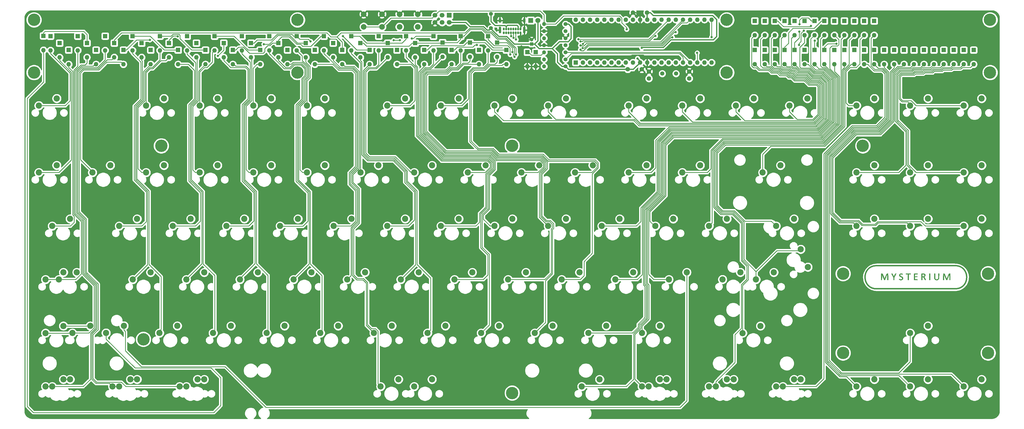
<source format=gtl>
G04 #@! TF.GenerationSoftware,KiCad,Pcbnew,(5.1.4)-1*
G04 #@! TF.CreationDate,2020-04-16T22:04:32+01:00*
G04 #@! TF.ProjectId,mysterium-pcb,6d797374-6572-4697-956d-2d7063622e6b,rev?*
G04 #@! TF.SameCoordinates,Original*
G04 #@! TF.FileFunction,Copper,L1,Top*
G04 #@! TF.FilePolarity,Positive*
%FSLAX46Y46*%
G04 Gerber Fmt 4.6, Leading zero omitted, Abs format (unit mm)*
G04 Created by KiCad (PCBNEW (5.1.4)-1) date 2020-04-16 22:04:32*
%MOMM*%
%LPD*%
G04 APERTURE LIST*
%ADD10C,0.500000*%
%ADD11C,0.010000*%
%ADD12C,2.200000*%
%ADD13O,1.600000X1.600000*%
%ADD14R,1.600000X1.600000*%
%ADD15C,4.400000*%
%ADD16C,1.500000*%
%ADD17O,0.650000X1.000000*%
%ADD18O,0.900000X2.400000*%
%ADD19O,0.900000X1.700000*%
%ADD20C,2.000000*%
%ADD21C,1.400000*%
%ADD22O,1.400000X1.400000*%
%ADD23C,1.800000*%
%ADD24R,1.800000X1.800000*%
%ADD25R,1.700000X1.700000*%
%ADD26C,1.700000*%
%ADD27C,1.600000*%
%ADD28R,1.200000X1.200000*%
%ADD29C,1.200000*%
%ADD30C,0.800000*%
%ADD31C,0.400000*%
%ADD32C,0.250000*%
%ADD33C,0.254000*%
G04 APERTURE END LIST*
D10*
X340639850Y-155071700D02*
X368514850Y-155071700D01*
X368292050Y-146811700D02*
G75*
G02X368514850Y-155071700I111400J-4130000D01*
G01*
X340417050Y-146811700D02*
X368292050Y-146811700D01*
X340639850Y-155071700D02*
G75*
G02X340417050Y-146811700I-111400J4130000D01*
G01*
D11*
G36*
X364496045Y-149629930D02*
G01*
X364602042Y-149660936D01*
X364643487Y-149688354D01*
X364675670Y-149740862D01*
X364729463Y-149851709D01*
X364800281Y-150010432D01*
X364883537Y-150206565D01*
X364974645Y-150429643D01*
X365034688Y-150581035D01*
X365126169Y-150812837D01*
X365209833Y-151021913D01*
X365281656Y-151198440D01*
X365337611Y-151332594D01*
X365373674Y-151414549D01*
X365384731Y-151435397D01*
X365405181Y-151410894D01*
X365449012Y-151326661D01*
X365512295Y-151191335D01*
X365591098Y-151013555D01*
X365681493Y-150801961D01*
X365769928Y-150588730D01*
X365869551Y-150348978D01*
X365963149Y-150130653D01*
X366046336Y-149943444D01*
X366114728Y-149797037D01*
X366163939Y-149701118D01*
X366187368Y-149666555D01*
X366265996Y-149635416D01*
X366379749Y-149622043D01*
X366499486Y-149626145D01*
X366596066Y-149647432D01*
X366633170Y-149670996D01*
X366646278Y-149713972D01*
X366656141Y-149810025D01*
X366662873Y-149963222D01*
X366666588Y-150177631D01*
X366667398Y-150457320D01*
X366665418Y-150806359D01*
X366665286Y-150821358D01*
X366655528Y-151921265D01*
X366361035Y-151921265D01*
X366342630Y-150927732D01*
X366324224Y-149934200D01*
X365920731Y-150936935D01*
X365517239Y-151939671D01*
X365244816Y-151939671D01*
X364960217Y-151212642D01*
X364868003Y-150977098D01*
X364778046Y-150747361D01*
X364696284Y-150538589D01*
X364628651Y-150365940D01*
X364581086Y-150244574D01*
X364576374Y-150232556D01*
X364477130Y-149979498D01*
X364452778Y-150542104D01*
X364443647Y-150783687D01*
X364436077Y-151042318D01*
X364430780Y-151289278D01*
X364428471Y-151495846D01*
X364428427Y-151522190D01*
X364428427Y-151939671D01*
X364133934Y-151939671D01*
X364133934Y-150824280D01*
X364134816Y-150479310D01*
X364137596Y-150202714D01*
X364142472Y-149989264D01*
X364149644Y-149833730D01*
X364159311Y-149730882D01*
X364171672Y-149675492D01*
X364178108Y-149664714D01*
X364254376Y-149630311D01*
X364370256Y-149619219D01*
X364496045Y-149629930D01*
X364496045Y-149629930D01*
G37*
X364496045Y-149629930D02*
X364602042Y-149660936D01*
X364643487Y-149688354D01*
X364675670Y-149740862D01*
X364729463Y-149851709D01*
X364800281Y-150010432D01*
X364883537Y-150206565D01*
X364974645Y-150429643D01*
X365034688Y-150581035D01*
X365126169Y-150812837D01*
X365209833Y-151021913D01*
X365281656Y-151198440D01*
X365337611Y-151332594D01*
X365373674Y-151414549D01*
X365384731Y-151435397D01*
X365405181Y-151410894D01*
X365449012Y-151326661D01*
X365512295Y-151191335D01*
X365591098Y-151013555D01*
X365681493Y-150801961D01*
X365769928Y-150588730D01*
X365869551Y-150348978D01*
X365963149Y-150130653D01*
X366046336Y-149943444D01*
X366114728Y-149797037D01*
X366163939Y-149701118D01*
X366187368Y-149666555D01*
X366265996Y-149635416D01*
X366379749Y-149622043D01*
X366499486Y-149626145D01*
X366596066Y-149647432D01*
X366633170Y-149670996D01*
X366646278Y-149713972D01*
X366656141Y-149810025D01*
X366662873Y-149963222D01*
X366666588Y-150177631D01*
X366667398Y-150457320D01*
X366665418Y-150806359D01*
X366665286Y-150821358D01*
X366655528Y-151921265D01*
X366361035Y-151921265D01*
X366342630Y-150927732D01*
X366324224Y-149934200D01*
X365920731Y-150936935D01*
X365517239Y-151939671D01*
X365244816Y-151939671D01*
X364960217Y-151212642D01*
X364868003Y-150977098D01*
X364778046Y-150747361D01*
X364696284Y-150538589D01*
X364628651Y-150365940D01*
X364581086Y-150244574D01*
X364576374Y-150232556D01*
X364477130Y-149979498D01*
X364452778Y-150542104D01*
X364443647Y-150783687D01*
X364436077Y-151042318D01*
X364430780Y-151289278D01*
X364428471Y-151495846D01*
X364428427Y-151522190D01*
X364428427Y-151939671D01*
X364133934Y-151939671D01*
X364133934Y-150824280D01*
X364134816Y-150479310D01*
X364137596Y-150202714D01*
X364142472Y-149989264D01*
X364149644Y-149833730D01*
X364159311Y-149730882D01*
X364171672Y-149675492D01*
X364178108Y-149664714D01*
X364254376Y-149630311D01*
X364370256Y-149619219D01*
X364496045Y-149629930D01*
G36*
X359495673Y-151939671D02*
G01*
X359201180Y-151939671D01*
X359201180Y-149620540D01*
X359495673Y-149620540D01*
X359495673Y-151939671D01*
X359495673Y-151939671D01*
G37*
X359495673Y-151939671D02*
X359201180Y-151939671D01*
X359201180Y-149620540D01*
X359495673Y-149620540D01*
X359495673Y-151939671D01*
G36*
X356860464Y-149625343D02*
G01*
X356902338Y-149626493D01*
X357108277Y-149634772D01*
X357257582Y-149647722D01*
X357367211Y-149667892D01*
X357454123Y-149697828D01*
X357489441Y-149714702D01*
X357620759Y-149817500D01*
X357726643Y-149965173D01*
X357790417Y-150130372D01*
X357801531Y-150226529D01*
X357769414Y-150401235D01*
X357685613Y-150566834D01*
X357565259Y-150696432D01*
X357520137Y-150726693D01*
X357379006Y-150807872D01*
X357493822Y-150929540D01*
X357544103Y-151000276D01*
X357608779Y-151115789D01*
X357681217Y-151260976D01*
X357754783Y-151420732D01*
X357822842Y-151579955D01*
X357878762Y-151723539D01*
X357915907Y-151836381D01*
X357927644Y-151903377D01*
X357925356Y-151912062D01*
X357881045Y-151929814D01*
X357792398Y-151939219D01*
X357766574Y-151939671D01*
X357624718Y-151939671D01*
X357524020Y-151672787D01*
X357421089Y-151414005D01*
X357328996Y-151218659D01*
X357240931Y-151078707D01*
X357150083Y-150986107D01*
X357049641Y-150932820D01*
X356932796Y-150910803D01*
X356877086Y-150908946D01*
X356697992Y-150908946D01*
X356697992Y-151939671D01*
X356556881Y-151939671D01*
X356459602Y-151933790D01*
X356397332Y-151919240D01*
X356391229Y-151915130D01*
X356384980Y-151873415D01*
X356379317Y-151767487D01*
X356374452Y-151606757D01*
X356370594Y-151400634D01*
X356367954Y-151158527D01*
X356366743Y-150889846D01*
X356366688Y-150817818D01*
X356367083Y-150651265D01*
X356697992Y-150651265D01*
X356931824Y-150651265D01*
X357087239Y-150643685D01*
X357199316Y-150616392D01*
X357290251Y-150567300D01*
X357410105Y-150453124D01*
X357462861Y-150313234D01*
X357455776Y-150158133D01*
X357404225Y-150029439D01*
X357302356Y-149941904D01*
X357144776Y-149892564D01*
X356946470Y-149878359D01*
X356697992Y-149878222D01*
X356697992Y-150651265D01*
X356367083Y-150651265D01*
X356367472Y-150487312D01*
X356370015Y-150223711D01*
X356374597Y-150020312D01*
X356381502Y-149870410D01*
X356391010Y-149767303D01*
X356403404Y-149704287D01*
X356414585Y-149679544D01*
X356442943Y-149651652D01*
X356488207Y-149633755D01*
X356563879Y-149624383D01*
X356683464Y-149622069D01*
X356860464Y-149625343D01*
X356860464Y-149625343D01*
G37*
X356860464Y-149625343D02*
X356902338Y-149626493D01*
X357108277Y-149634772D01*
X357257582Y-149647722D01*
X357367211Y-149667892D01*
X357454123Y-149697828D01*
X357489441Y-149714702D01*
X357620759Y-149817500D01*
X357726643Y-149965173D01*
X357790417Y-150130372D01*
X357801531Y-150226529D01*
X357769414Y-150401235D01*
X357685613Y-150566834D01*
X357565259Y-150696432D01*
X357520137Y-150726693D01*
X357379006Y-150807872D01*
X357493822Y-150929540D01*
X357544103Y-151000276D01*
X357608779Y-151115789D01*
X357681217Y-151260976D01*
X357754783Y-151420732D01*
X357822842Y-151579955D01*
X357878762Y-151723539D01*
X357915907Y-151836381D01*
X357927644Y-151903377D01*
X357925356Y-151912062D01*
X357881045Y-151929814D01*
X357792398Y-151939219D01*
X357766574Y-151939671D01*
X357624718Y-151939671D01*
X357524020Y-151672787D01*
X357421089Y-151414005D01*
X357328996Y-151218659D01*
X357240931Y-151078707D01*
X357150083Y-150986107D01*
X357049641Y-150932820D01*
X356932796Y-150910803D01*
X356877086Y-150908946D01*
X356697992Y-150908946D01*
X356697992Y-151939671D01*
X356556881Y-151939671D01*
X356459602Y-151933790D01*
X356397332Y-151919240D01*
X356391229Y-151915130D01*
X356384980Y-151873415D01*
X356379317Y-151767487D01*
X356374452Y-151606757D01*
X356370594Y-151400634D01*
X356367954Y-151158527D01*
X356366743Y-150889846D01*
X356366688Y-150817818D01*
X356367083Y-150651265D01*
X356697992Y-150651265D01*
X356931824Y-150651265D01*
X357087239Y-150643685D01*
X357199316Y-150616392D01*
X357290251Y-150567300D01*
X357410105Y-150453124D01*
X357462861Y-150313234D01*
X357455776Y-150158133D01*
X357404225Y-150029439D01*
X357302356Y-149941904D01*
X357144776Y-149892564D01*
X356946470Y-149878359D01*
X356697992Y-149878222D01*
X356697992Y-150651265D01*
X356367083Y-150651265D01*
X356367472Y-150487312D01*
X356370015Y-150223711D01*
X356374597Y-150020312D01*
X356381502Y-149870410D01*
X356391010Y-149767303D01*
X356403404Y-149704287D01*
X356414585Y-149679544D01*
X356442943Y-149651652D01*
X356488207Y-149633755D01*
X356563879Y-149624383D01*
X356683464Y-149622069D01*
X356860464Y-149625343D01*
G36*
X355034600Y-149740178D02*
G01*
X355023064Y-149859816D01*
X354553717Y-149870119D01*
X354084369Y-149880421D01*
X354084369Y-150612042D01*
X354498499Y-150622451D01*
X354912630Y-150632859D01*
X354912630Y-150816917D01*
X354498499Y-150827326D01*
X354084369Y-150837734D01*
X354084369Y-151681990D01*
X354560220Y-151681990D01*
X354756872Y-151682958D01*
X354891815Y-151686908D01*
X354976949Y-151695403D01*
X355024174Y-151710011D01*
X355045390Y-151732297D01*
X355049880Y-151746410D01*
X355053631Y-151840451D01*
X355048286Y-151875251D01*
X355036306Y-151899286D01*
X355006592Y-151916523D01*
X354948538Y-151928069D01*
X354851536Y-151935032D01*
X354704980Y-151938517D01*
X354498265Y-151939632D01*
X354431081Y-151939671D01*
X354206702Y-151939084D01*
X354044792Y-151936497D01*
X353934202Y-151930668D01*
X353863782Y-151920358D01*
X353822382Y-151904325D01*
X353798853Y-151881329D01*
X353791171Y-151868468D01*
X353781910Y-151815329D01*
X353773740Y-151700222D01*
X353766744Y-151534792D01*
X353761007Y-151330688D01*
X353756613Y-151099556D01*
X353753644Y-150853043D01*
X353752186Y-150602797D01*
X353752322Y-150360465D01*
X353754135Y-150137693D01*
X353757710Y-149946130D01*
X353763131Y-149797422D01*
X353770481Y-149703216D01*
X353775409Y-149678769D01*
X353792742Y-149657148D01*
X353832433Y-149641523D01*
X353904713Y-149630971D01*
X354019813Y-149624571D01*
X354187964Y-149621401D01*
X354419396Y-149620541D01*
X354421944Y-149620540D01*
X355046135Y-149620540D01*
X355034600Y-149740178D01*
X355034600Y-149740178D01*
G37*
X355034600Y-149740178D02*
X355023064Y-149859816D01*
X354553717Y-149870119D01*
X354084369Y-149880421D01*
X354084369Y-150612042D01*
X354498499Y-150622451D01*
X354912630Y-150632859D01*
X354912630Y-150816917D01*
X354498499Y-150827326D01*
X354084369Y-150837734D01*
X354084369Y-151681990D01*
X354560220Y-151681990D01*
X354756872Y-151682958D01*
X354891815Y-151686908D01*
X354976949Y-151695403D01*
X355024174Y-151710011D01*
X355045390Y-151732297D01*
X355049880Y-151746410D01*
X355053631Y-151840451D01*
X355048286Y-151875251D01*
X355036306Y-151899286D01*
X355006592Y-151916523D01*
X354948538Y-151928069D01*
X354851536Y-151935032D01*
X354704980Y-151938517D01*
X354498265Y-151939632D01*
X354431081Y-151939671D01*
X354206702Y-151939084D01*
X354044792Y-151936497D01*
X353934202Y-151930668D01*
X353863782Y-151920358D01*
X353822382Y-151904325D01*
X353798853Y-151881329D01*
X353791171Y-151868468D01*
X353781910Y-151815329D01*
X353773740Y-151700222D01*
X353766744Y-151534792D01*
X353761007Y-151330688D01*
X353756613Y-151099556D01*
X353753644Y-150853043D01*
X353752186Y-150602797D01*
X353752322Y-150360465D01*
X353754135Y-150137693D01*
X353757710Y-149946130D01*
X353763131Y-149797422D01*
X353770481Y-149703216D01*
X353775409Y-149678769D01*
X353792742Y-149657148D01*
X353832433Y-149641523D01*
X353904713Y-149630971D01*
X354019813Y-149624571D01*
X354187964Y-149621401D01*
X354419396Y-149620541D01*
X354421944Y-149620540D01*
X355046135Y-149620540D01*
X355034600Y-149740178D01*
G36*
X351737630Y-149629065D02*
G01*
X352593499Y-149638946D01*
X352593499Y-149859816D01*
X351924035Y-149880832D01*
X351899958Y-150569744D01*
X351891978Y-150817213D01*
X351885103Y-151066919D01*
X351879809Y-151298616D01*
X351876570Y-151492058D01*
X351875777Y-151599164D01*
X351875673Y-151939671D01*
X351581180Y-151939671D01*
X351581180Y-149878222D01*
X350881760Y-149878222D01*
X350881760Y-149619184D01*
X351737630Y-149629065D01*
X351737630Y-149629065D01*
G37*
X351737630Y-149629065D02*
X352593499Y-149638946D01*
X352593499Y-149859816D01*
X351924035Y-149880832D01*
X351899958Y-150569744D01*
X351891978Y-150817213D01*
X351885103Y-151066919D01*
X351879809Y-151298616D01*
X351876570Y-151492058D01*
X351875777Y-151599164D01*
X351875673Y-151939671D01*
X351581180Y-151939671D01*
X351581180Y-149878222D01*
X350881760Y-149878222D01*
X350881760Y-149619184D01*
X351737630Y-149629065D01*
G36*
X346267243Y-149979454D02*
G01*
X346348664Y-150153532D01*
X346429275Y-150327119D01*
X346497173Y-150474526D01*
X346525732Y-150537231D01*
X346615643Y-150736095D01*
X346773315Y-150389984D01*
X346854070Y-150214825D01*
X346937419Y-150037503D01*
X347010095Y-149886121D01*
X347036651Y-149832207D01*
X347096035Y-149717804D01*
X347141981Y-149654482D01*
X347193302Y-149627138D01*
X347268810Y-149620669D01*
X347300298Y-149620540D01*
X347396436Y-149624442D01*
X347452441Y-149634265D01*
X347458282Y-149639314D01*
X347442530Y-149676345D01*
X347398490Y-149769239D01*
X347330984Y-149908102D01*
X347244834Y-150083042D01*
X347144864Y-150284163D01*
X347108572Y-150356772D01*
X346758862Y-151055457D01*
X346758862Y-151939671D01*
X346464369Y-151939671D01*
X346464369Y-151055457D01*
X346114659Y-150356772D01*
X346011087Y-150149001D01*
X345919696Y-149964047D01*
X345845308Y-149811804D01*
X345792746Y-149702165D01*
X345766832Y-149645025D01*
X345764948Y-149639314D01*
X345797892Y-149628148D01*
X345881299Y-149621425D01*
X345931806Y-149620540D01*
X346098664Y-149620540D01*
X346267243Y-149979454D01*
X346267243Y-149979454D01*
G37*
X346267243Y-149979454D02*
X346348664Y-150153532D01*
X346429275Y-150327119D01*
X346497173Y-150474526D01*
X346525732Y-150537231D01*
X346615643Y-150736095D01*
X346773315Y-150389984D01*
X346854070Y-150214825D01*
X346937419Y-150037503D01*
X347010095Y-149886121D01*
X347036651Y-149832207D01*
X347096035Y-149717804D01*
X347141981Y-149654482D01*
X347193302Y-149627138D01*
X347268810Y-149620669D01*
X347300298Y-149620540D01*
X347396436Y-149624442D01*
X347452441Y-149634265D01*
X347458282Y-149639314D01*
X347442530Y-149676345D01*
X347398490Y-149769239D01*
X347330984Y-149908102D01*
X347244834Y-150083042D01*
X347144864Y-150284163D01*
X347108572Y-150356772D01*
X346758862Y-151055457D01*
X346758862Y-151939671D01*
X346464369Y-151939671D01*
X346464369Y-151055457D01*
X346114659Y-150356772D01*
X346011087Y-150149001D01*
X345919696Y-149964047D01*
X345845308Y-149811804D01*
X345792746Y-149702165D01*
X345766832Y-149645025D01*
X345764948Y-149639314D01*
X345797892Y-149628148D01*
X345881299Y-149621425D01*
X345931806Y-149620540D01*
X346098664Y-149620540D01*
X346267243Y-149979454D01*
G36*
X342490824Y-149638721D02*
G01*
X342570356Y-149683185D01*
X342571992Y-149684961D01*
X342601225Y-149736030D01*
X342652820Y-149845555D01*
X342722384Y-150003405D01*
X342805524Y-150199445D01*
X342897846Y-150423542D01*
X342971164Y-150605669D01*
X343065196Y-150838039D01*
X343151364Y-151044245D01*
X343225769Y-151215491D01*
X343284507Y-151342979D01*
X343323679Y-151417914D01*
X343338505Y-151433929D01*
X343359170Y-151393317D01*
X343403340Y-151294158D01*
X343466886Y-151146148D01*
X343545680Y-150958982D01*
X343635592Y-150742352D01*
X343703233Y-150577642D01*
X343800356Y-150343247D01*
X343891516Y-150129074D01*
X343972132Y-149945434D01*
X344037621Y-149802632D01*
X344083402Y-149710979D01*
X344100752Y-149683338D01*
X344155954Y-149643395D01*
X344241474Y-149626803D01*
X344364079Y-149628120D01*
X344568572Y-149638946D01*
X344578299Y-150789309D01*
X344588026Y-151939671D01*
X344292485Y-151939671D01*
X344292485Y-150921217D01*
X344291563Y-150657655D01*
X344288961Y-150421327D01*
X344284922Y-150221276D01*
X344279691Y-150066547D01*
X344273512Y-149966182D01*
X344266630Y-149929226D01*
X344265701Y-149929546D01*
X344245645Y-149969417D01*
X344202175Y-150068876D01*
X344138974Y-150219056D01*
X344059726Y-150411091D01*
X343968115Y-150636115D01*
X343867824Y-150885260D01*
X343846412Y-150938797D01*
X343453906Y-151921265D01*
X343320005Y-151932751D01*
X343243025Y-151935362D01*
X343193244Y-151916379D01*
X343152361Y-151860455D01*
X343102075Y-151752244D01*
X343100520Y-151748693D01*
X343062288Y-151657284D01*
X343002813Y-151510039D01*
X342927213Y-151319866D01*
X342840604Y-151099669D01*
X342748104Y-150862358D01*
X342705812Y-150753140D01*
X342396688Y-149953132D01*
X342378282Y-150937198D01*
X342359876Y-151921265D01*
X342229720Y-151932220D01*
X342135914Y-151932761D01*
X342076949Y-151919707D01*
X342073270Y-151916882D01*
X342064346Y-151872083D01*
X342057286Y-151764942D01*
X342052029Y-151606714D01*
X342048516Y-151408656D01*
X342046688Y-151182024D01*
X342046485Y-150938073D01*
X342047846Y-150688059D01*
X342050712Y-150443238D01*
X342055024Y-150214866D01*
X342060721Y-150014199D01*
X342067745Y-149852492D01*
X342076034Y-149741003D01*
X342085084Y-149691744D01*
X342146978Y-149644590D01*
X342252793Y-149619791D01*
X342376189Y-149617712D01*
X342490824Y-149638721D01*
X342490824Y-149638721D01*
G37*
X342490824Y-149638721D02*
X342570356Y-149683185D01*
X342571992Y-149684961D01*
X342601225Y-149736030D01*
X342652820Y-149845555D01*
X342722384Y-150003405D01*
X342805524Y-150199445D01*
X342897846Y-150423542D01*
X342971164Y-150605669D01*
X343065196Y-150838039D01*
X343151364Y-151044245D01*
X343225769Y-151215491D01*
X343284507Y-151342979D01*
X343323679Y-151417914D01*
X343338505Y-151433929D01*
X343359170Y-151393317D01*
X343403340Y-151294158D01*
X343466886Y-151146148D01*
X343545680Y-150958982D01*
X343635592Y-150742352D01*
X343703233Y-150577642D01*
X343800356Y-150343247D01*
X343891516Y-150129074D01*
X343972132Y-149945434D01*
X344037621Y-149802632D01*
X344083402Y-149710979D01*
X344100752Y-149683338D01*
X344155954Y-149643395D01*
X344241474Y-149626803D01*
X344364079Y-149628120D01*
X344568572Y-149638946D01*
X344578299Y-150789309D01*
X344588026Y-151939671D01*
X344292485Y-151939671D01*
X344292485Y-150921217D01*
X344291563Y-150657655D01*
X344288961Y-150421327D01*
X344284922Y-150221276D01*
X344279691Y-150066547D01*
X344273512Y-149966182D01*
X344266630Y-149929226D01*
X344265701Y-149929546D01*
X344245645Y-149969417D01*
X344202175Y-150068876D01*
X344138974Y-150219056D01*
X344059726Y-150411091D01*
X343968115Y-150636115D01*
X343867824Y-150885260D01*
X343846412Y-150938797D01*
X343453906Y-151921265D01*
X343320005Y-151932751D01*
X343243025Y-151935362D01*
X343193244Y-151916379D01*
X343152361Y-151860455D01*
X343102075Y-151752244D01*
X343100520Y-151748693D01*
X343062288Y-151657284D01*
X343002813Y-151510039D01*
X342927213Y-151319866D01*
X342840604Y-151099669D01*
X342748104Y-150862358D01*
X342705812Y-150753140D01*
X342396688Y-149953132D01*
X342378282Y-150937198D01*
X342359876Y-151921265D01*
X342229720Y-151932220D01*
X342135914Y-151932761D01*
X342076949Y-151919707D01*
X342073270Y-151916882D01*
X342064346Y-151872083D01*
X342057286Y-151764942D01*
X342052029Y-151606714D01*
X342048516Y-151408656D01*
X342046688Y-151182024D01*
X342046485Y-150938073D01*
X342047846Y-150688059D01*
X342050712Y-150443238D01*
X342055024Y-150214866D01*
X342060721Y-150014199D01*
X342067745Y-149852492D01*
X342076034Y-149741003D01*
X342085084Y-149691744D01*
X342146978Y-149644590D01*
X342252793Y-149619791D01*
X342376189Y-149617712D01*
X342490824Y-149638721D01*
G36*
X361263438Y-150439598D02*
G01*
X361264318Y-150712251D01*
X361266875Y-150922117D01*
X361271897Y-151080024D01*
X361280171Y-151196805D01*
X361292483Y-151283289D01*
X361309622Y-151350306D01*
X361332375Y-151408686D01*
X361334169Y-151412664D01*
X361439353Y-151563477D01*
X361592109Y-151658353D01*
X361791495Y-151696734D01*
X361814804Y-151697459D01*
X362025768Y-151672959D01*
X362191000Y-151590966D01*
X362302232Y-151465992D01*
X362328852Y-151419764D01*
X362349298Y-151370827D01*
X362364555Y-151308900D01*
X362375607Y-151223705D01*
X362383440Y-151104963D01*
X362389037Y-150942395D01*
X362393383Y-150725721D01*
X362397034Y-150476410D01*
X362408684Y-149620540D01*
X362703022Y-149620540D01*
X362679876Y-151411924D01*
X362569113Y-151590956D01*
X362426761Y-151754449D01*
X362236560Y-151875538D01*
X362013921Y-151949479D01*
X361774254Y-151971532D01*
X361532972Y-151936952D01*
X361488171Y-151923574D01*
X361285911Y-151820197D01*
X361122976Y-151659122D01*
X361037927Y-151516338D01*
X361015990Y-151461765D01*
X360999242Y-151398172D01*
X360986989Y-151315300D01*
X360978538Y-151202889D01*
X360973196Y-151050681D01*
X360970272Y-150848416D01*
X360969072Y-150585835D01*
X360968945Y-150494816D01*
X360968137Y-149620540D01*
X361262630Y-149620540D01*
X361263438Y-150439598D01*
X361263438Y-150439598D01*
G37*
X361263438Y-150439598D02*
X361264318Y-150712251D01*
X361266875Y-150922117D01*
X361271897Y-151080024D01*
X361280171Y-151196805D01*
X361292483Y-151283289D01*
X361309622Y-151350306D01*
X361332375Y-151408686D01*
X361334169Y-151412664D01*
X361439353Y-151563477D01*
X361592109Y-151658353D01*
X361791495Y-151696734D01*
X361814804Y-151697459D01*
X362025768Y-151672959D01*
X362191000Y-151590966D01*
X362302232Y-151465992D01*
X362328852Y-151419764D01*
X362349298Y-151370827D01*
X362364555Y-151308900D01*
X362375607Y-151223705D01*
X362383440Y-151104963D01*
X362389037Y-150942395D01*
X362393383Y-150725721D01*
X362397034Y-150476410D01*
X362408684Y-149620540D01*
X362703022Y-149620540D01*
X362679876Y-151411924D01*
X362569113Y-151590956D01*
X362426761Y-151754449D01*
X362236560Y-151875538D01*
X362013921Y-151949479D01*
X361774254Y-151971532D01*
X361532972Y-151936952D01*
X361488171Y-151923574D01*
X361285911Y-151820197D01*
X361122976Y-151659122D01*
X361037927Y-151516338D01*
X361015990Y-151461765D01*
X360999242Y-151398172D01*
X360986989Y-151315300D01*
X360978538Y-151202889D01*
X360973196Y-151050681D01*
X360970272Y-150848416D01*
X360969072Y-150585835D01*
X360968945Y-150494816D01*
X360968137Y-149620540D01*
X361262630Y-149620540D01*
X361263438Y-150439598D01*
G36*
X349262343Y-149593902D02*
G01*
X349409428Y-149611900D01*
X349544846Y-149642604D01*
X349621256Y-149671151D01*
X349704266Y-149727061D01*
X349736737Y-149797641D01*
X349740601Y-149860761D01*
X349736129Y-149941874D01*
X349713080Y-149978663D01*
X349657003Y-149974647D01*
X349553450Y-149933349D01*
X349514548Y-149915842D01*
X349324366Y-149855238D01*
X349149786Y-149847453D01*
X349002506Y-149889326D01*
X348894224Y-149977694D01*
X348838847Y-150098499D01*
X348832997Y-150204555D01*
X348869686Y-150301801D01*
X348955812Y-150397882D01*
X349098272Y-150500444D01*
X349303963Y-150617132D01*
X349309219Y-150619899D01*
X349498136Y-150726694D01*
X349648709Y-150826888D01*
X349747665Y-150911419D01*
X349763671Y-150930195D01*
X349855277Y-151106049D01*
X349883334Y-151297066D01*
X349851666Y-151488716D01*
X349764095Y-151666470D01*
X349624442Y-151815799D01*
X349511505Y-151888707D01*
X349380802Y-151931570D01*
X349206945Y-151956238D01*
X349018445Y-151961379D01*
X348843816Y-151945658D01*
X348752903Y-151924166D01*
X348584738Y-151850178D01*
X348485608Y-151759398D01*
X348452216Y-151648774D01*
X348452195Y-151645608D01*
X348459856Y-151560722D01*
X348491483Y-151525879D01*
X348560042Y-151537573D01*
X348668345Y-151587158D01*
X348878731Y-151668824D01*
X349077154Y-151700818D01*
X349253685Y-151685990D01*
X349398396Y-151627190D01*
X349501357Y-151527267D01*
X349552640Y-151389069D01*
X349556543Y-151332280D01*
X349535233Y-151215313D01*
X349466266Y-151108421D01*
X349342084Y-151003866D01*
X349155130Y-150893913D01*
X349101715Y-150866677D01*
X348880129Y-150747007D01*
X348720775Y-150636144D01*
X348614841Y-150523582D01*
X348553515Y-150398812D01*
X348527986Y-150251328D01*
X348525818Y-150179986D01*
X348557966Y-149981103D01*
X348654830Y-149816798D01*
X348817037Y-149686093D01*
X348857420Y-149663875D01*
X348969852Y-149614417D01*
X349078217Y-149592154D01*
X349216192Y-149591267D01*
X349262343Y-149593902D01*
X349262343Y-149593902D01*
G37*
X349262343Y-149593902D02*
X349409428Y-149611900D01*
X349544846Y-149642604D01*
X349621256Y-149671151D01*
X349704266Y-149727061D01*
X349736737Y-149797641D01*
X349740601Y-149860761D01*
X349736129Y-149941874D01*
X349713080Y-149978663D01*
X349657003Y-149974647D01*
X349553450Y-149933349D01*
X349514548Y-149915842D01*
X349324366Y-149855238D01*
X349149786Y-149847453D01*
X349002506Y-149889326D01*
X348894224Y-149977694D01*
X348838847Y-150098499D01*
X348832997Y-150204555D01*
X348869686Y-150301801D01*
X348955812Y-150397882D01*
X349098272Y-150500444D01*
X349303963Y-150617132D01*
X349309219Y-150619899D01*
X349498136Y-150726694D01*
X349648709Y-150826888D01*
X349747665Y-150911419D01*
X349763671Y-150930195D01*
X349855277Y-151106049D01*
X349883334Y-151297066D01*
X349851666Y-151488716D01*
X349764095Y-151666470D01*
X349624442Y-151815799D01*
X349511505Y-151888707D01*
X349380802Y-151931570D01*
X349206945Y-151956238D01*
X349018445Y-151961379D01*
X348843816Y-151945658D01*
X348752903Y-151924166D01*
X348584738Y-151850178D01*
X348485608Y-151759398D01*
X348452216Y-151648774D01*
X348452195Y-151645608D01*
X348459856Y-151560722D01*
X348491483Y-151525879D01*
X348560042Y-151537573D01*
X348668345Y-151587158D01*
X348878731Y-151668824D01*
X349077154Y-151700818D01*
X349253685Y-151685990D01*
X349398396Y-151627190D01*
X349501357Y-151527267D01*
X349552640Y-151389069D01*
X349556543Y-151332280D01*
X349535233Y-151215313D01*
X349466266Y-151108421D01*
X349342084Y-151003866D01*
X349155130Y-150893913D01*
X349101715Y-150866677D01*
X348880129Y-150747007D01*
X348720775Y-150636144D01*
X348614841Y-150523582D01*
X348553515Y-150398812D01*
X348527986Y-150251328D01*
X348525818Y-150179986D01*
X348557966Y-149981103D01*
X348654830Y-149816798D01*
X348817037Y-149686093D01*
X348857420Y-149663875D01*
X348969852Y-149614417D01*
X349078217Y-149592154D01*
X349216192Y-149591267D01*
X349262343Y-149593902D01*
D12*
X73090001Y-168245000D03*
X66740001Y-170785000D03*
D13*
X44500000Y-70080000D03*
D14*
X44500000Y-65000000D03*
D12*
X51600000Y-168300000D03*
X45250000Y-170840000D03*
X292100000Y-149200000D03*
X285750000Y-151740000D03*
X316080000Y-147340000D03*
X313540000Y-140990000D03*
D15*
X287223200Y-78063500D03*
X134734300Y-78063500D03*
D12*
X299243750Y-168281350D03*
X292893750Y-170821350D03*
X297656250Y-151765000D03*
X304006250Y-149225000D03*
D13*
X311365410Y-75134948D03*
D14*
X311365410Y-70054948D03*
D13*
X72896866Y-75134948D03*
D14*
X72896866Y-70054948D03*
D13*
X108530629Y-72654655D03*
D14*
X108530629Y-67574655D03*
D13*
X321967188Y-75134948D03*
D14*
X321967188Y-70054948D03*
D13*
X343170744Y-75134948D03*
D14*
X343170744Y-70054948D03*
D13*
X339636818Y-75134948D03*
D14*
X339636818Y-70054948D03*
D13*
X339636818Y-64760499D03*
D14*
X339636818Y-59680499D03*
D13*
X336102892Y-75134948D03*
D14*
X336102892Y-70054948D03*
D13*
X325501114Y-75134948D03*
D14*
X325501114Y-70054948D03*
D13*
X314899336Y-75134948D03*
D14*
X314899336Y-70054948D03*
D13*
X314899336Y-64760499D03*
D14*
X314899336Y-59680499D03*
D13*
X150643258Y-75134948D03*
D14*
X150643258Y-70054948D03*
D13*
X69657433Y-72654655D03*
D14*
X69657433Y-67574655D03*
D13*
X66418000Y-70174362D03*
D14*
X66418000Y-65094362D03*
D13*
X63178567Y-75134948D03*
D14*
X63178567Y-70054948D03*
D13*
X346704670Y-75134948D03*
D14*
X346704670Y-70054948D03*
D13*
X329035040Y-64760499D03*
D14*
X329035040Y-59680499D03*
D13*
X318433262Y-64760499D03*
D14*
X318433262Y-59680499D03*
D13*
X199234783Y-75134948D03*
D14*
X199234783Y-70054948D03*
D13*
X183037588Y-70174362D03*
D14*
X183037588Y-65094362D03*
D13*
X163600990Y-70174362D03*
D14*
X163600990Y-65094362D03*
D13*
X147403825Y-72654655D03*
D14*
X147403825Y-67574655D03*
D13*
X131206660Y-75134948D03*
D14*
X131206660Y-70054948D03*
D13*
X115009495Y-70174362D03*
D14*
X115009495Y-65094362D03*
D13*
X98812330Y-72654655D03*
D14*
X98812330Y-67574655D03*
D13*
X82615165Y-75134948D03*
D14*
X82615165Y-70054948D03*
D13*
X59939134Y-72654655D03*
D14*
X59939134Y-67574655D03*
D13*
X329035040Y-75134948D03*
D14*
X329035040Y-70054948D03*
D13*
X318433262Y-75134948D03*
D14*
X318433262Y-70054948D03*
D13*
X311365410Y-64760499D03*
D14*
X311365410Y-59680499D03*
D13*
X208953100Y-75134948D03*
D14*
X208953100Y-70054948D03*
D13*
X195995344Y-72453500D03*
D14*
X195995344Y-67373500D03*
D13*
X179798155Y-75134948D03*
D14*
X179798155Y-70054948D03*
D13*
X160361557Y-75134948D03*
D14*
X160361557Y-70054948D03*
D13*
X144164392Y-70174362D03*
D14*
X144164392Y-65094362D03*
D13*
X127967227Y-72654655D03*
D14*
X127967227Y-67574655D03*
D13*
X111770062Y-75134948D03*
D14*
X111770062Y-70054948D03*
D13*
X95572897Y-70174362D03*
D14*
X95572897Y-65094362D03*
D13*
X79375732Y-72654655D03*
D14*
X79375732Y-67574655D03*
D13*
X56699701Y-70174362D03*
D14*
X56699701Y-65094362D03*
D13*
X357306448Y-75134948D03*
D14*
X357306448Y-70054948D03*
D13*
X353772522Y-75134948D03*
D14*
X353772522Y-70054948D03*
D13*
X350238596Y-75134948D03*
D14*
X350238596Y-70054948D03*
D13*
X332568966Y-64760499D03*
D14*
X332568966Y-59680499D03*
D13*
X325501114Y-64760499D03*
D14*
X325501114Y-59680499D03*
D13*
X321967188Y-64760499D03*
D14*
X321967188Y-59680499D03*
D13*
X307831484Y-75134948D03*
D14*
X307831484Y-70054948D03*
D13*
X192755905Y-70174362D03*
D14*
X192755905Y-65094362D03*
D13*
X186277027Y-72453500D03*
D14*
X186277027Y-67373500D03*
D13*
X176558722Y-72654655D03*
D14*
X176558722Y-67574655D03*
D13*
X157122124Y-72654655D03*
D14*
X157122124Y-67574655D03*
D13*
X140924959Y-75134948D03*
D14*
X140924959Y-70054948D03*
D13*
X124727794Y-70174362D03*
D14*
X124727794Y-65094362D03*
D13*
X92333464Y-75134948D03*
D14*
X92333464Y-70054948D03*
D13*
X76136299Y-70174362D03*
D14*
X76136299Y-65094362D03*
D13*
X53460268Y-75134948D03*
D14*
X53460268Y-70054948D03*
D13*
X367908226Y-75134948D03*
D14*
X367908226Y-70054948D03*
D13*
X364374300Y-75134948D03*
D14*
X364374300Y-70054948D03*
D13*
X360840374Y-75134948D03*
D14*
X360840374Y-70054948D03*
D13*
X332568966Y-75134948D03*
D14*
X332568966Y-70054948D03*
D13*
X307831484Y-64760499D03*
D14*
X307831484Y-59680499D03*
D13*
X205713661Y-72453500D03*
D14*
X205713661Y-67373500D03*
D13*
X189516466Y-75134948D03*
D14*
X189516466Y-70054948D03*
D13*
X173319289Y-70174362D03*
D14*
X173319289Y-65094362D03*
D13*
X166840423Y-72654655D03*
D14*
X166840423Y-67574655D03*
D13*
X153882691Y-70174362D03*
D14*
X153882691Y-65094362D03*
D13*
X134446093Y-70174362D03*
D14*
X134446093Y-65094362D03*
D13*
X118248928Y-72654655D03*
D14*
X118248928Y-67574655D03*
D13*
X102051763Y-75134948D03*
D14*
X102051763Y-70054948D03*
D13*
X85854598Y-70174362D03*
D14*
X85854598Y-65094362D03*
D13*
X50220835Y-72654655D03*
D14*
X50220835Y-67574655D03*
D13*
X374976098Y-75134948D03*
D14*
X374976098Y-70054948D03*
D13*
X371442152Y-75134948D03*
D14*
X371442152Y-70054948D03*
D13*
X336102892Y-64760499D03*
D14*
X336102892Y-59680499D03*
D13*
X297229706Y-64760499D03*
D14*
X297229706Y-59680499D03*
D13*
X297229706Y-75134948D03*
D14*
X297229706Y-70054948D03*
D13*
X300763632Y-64760499D03*
D14*
X300763632Y-59680499D03*
D13*
X300763632Y-75134948D03*
D14*
X300763632Y-70054948D03*
D13*
X304297558Y-64760499D03*
D14*
X304297558Y-59680499D03*
D13*
X304297558Y-75134948D03*
D14*
X304297558Y-70054948D03*
D13*
X202474222Y-70174362D03*
D14*
X202474222Y-65094362D03*
D13*
X170079856Y-75134948D03*
D14*
X170079856Y-70054948D03*
D13*
X137685526Y-72654655D03*
D14*
X137685526Y-67574655D03*
D13*
X121488361Y-75134948D03*
D14*
X121488361Y-70054948D03*
D13*
X105291196Y-70174362D03*
D14*
X105291196Y-65094362D03*
D13*
X89094031Y-72654655D03*
D14*
X89094031Y-67574655D03*
D13*
X46981402Y-70174362D03*
D14*
X46981402Y-65094362D03*
D15*
X287223200Y-59313500D03*
X41147500Y-59313500D03*
X380120412Y-177904900D03*
X328583688Y-177904900D03*
X380120412Y-149669500D03*
X328583688Y-149669500D03*
X80000000Y-173037500D03*
X86360000Y-104152700D03*
X335597500Y-104152700D03*
X211016251Y-192163700D03*
X211016251Y-104152700D03*
X134734300Y-59313500D03*
X380810000Y-59313500D03*
X380810000Y-78063500D03*
X41147500Y-78063500D03*
D12*
X244475000Y-168275000D03*
X238125000Y-170815000D03*
X258762500Y-111125000D03*
X252412500Y-113665000D03*
D16*
X269227300Y-78447900D03*
X264347300Y-78447900D03*
D17*
X212291251Y-63897700D03*
X213991251Y-63897700D03*
X213141251Y-63897700D03*
X211441251Y-63897700D03*
X210591251Y-63897700D03*
X209741251Y-63897700D03*
X208891251Y-63897700D03*
X208041251Y-63897700D03*
X213991251Y-62572700D03*
X213136251Y-62572700D03*
X212286251Y-62572700D03*
X211436251Y-62572700D03*
X210586251Y-62572700D03*
X209736251Y-62572700D03*
X208886251Y-62572700D03*
X208036251Y-62572700D03*
D18*
X215341251Y-62917700D03*
X206691251Y-62917700D03*
D19*
X215341251Y-59537700D03*
X206691251Y-59537700D03*
D14*
X233616500Y-74485500D03*
D13*
X281876500Y-59245500D03*
X236156500Y-74485500D03*
X279336500Y-59245500D03*
X238696500Y-74485500D03*
X276796500Y-59245500D03*
X241236500Y-74485500D03*
X274256500Y-59245500D03*
X243776500Y-74485500D03*
X271716500Y-59245500D03*
X246316500Y-74485500D03*
X269176500Y-59245500D03*
X248856500Y-74485500D03*
X266636500Y-59245500D03*
X251396500Y-74485500D03*
X264096500Y-59245500D03*
X253936500Y-74485500D03*
X261556500Y-59245500D03*
X256476500Y-74485500D03*
X259016500Y-59245500D03*
X259016500Y-74485500D03*
X256476500Y-59245500D03*
X261556500Y-74485500D03*
X253936500Y-59245500D03*
X264096500Y-74485500D03*
X251396500Y-59245500D03*
X266636500Y-74485500D03*
X248856500Y-59245500D03*
X269176500Y-74485500D03*
X246316500Y-59245500D03*
X271716500Y-74485500D03*
X243776500Y-59245500D03*
X274256500Y-74485500D03*
X241236500Y-59245500D03*
X276796500Y-74485500D03*
X238696500Y-59245500D03*
X279336500Y-74485500D03*
X236156500Y-59245500D03*
X281876500Y-74485500D03*
X233616500Y-59245500D03*
D12*
X377825000Y-187325000D03*
X371475000Y-189865000D03*
X358775000Y-187325000D03*
X352425000Y-189865000D03*
X339725000Y-187325000D03*
X333375000Y-189865000D03*
X313531250Y-187325000D03*
X307181250Y-189865000D03*
X304800000Y-189865000D03*
X311150000Y-187325000D03*
X287337500Y-187325000D03*
X280987500Y-189865000D03*
X289718750Y-187325000D03*
X283368750Y-189865000D03*
X265906250Y-187325000D03*
X259556250Y-189865000D03*
X257175000Y-189865000D03*
X263525000Y-187325000D03*
X242093750Y-187325000D03*
X235743750Y-189865000D03*
X182562500Y-187325000D03*
X176212500Y-189865000D03*
X170656250Y-187325000D03*
X164306250Y-189865000D03*
X92868750Y-189865000D03*
X99218750Y-187325000D03*
X95250000Y-189865000D03*
X101600000Y-187325000D03*
X77787500Y-187325000D03*
X71437500Y-189865000D03*
X75406250Y-187325000D03*
X69056250Y-189865000D03*
X51593750Y-187325000D03*
X45243750Y-189865000D03*
X47625000Y-189865000D03*
X53975000Y-187325000D03*
X358775000Y-168275000D03*
X352425000Y-170815000D03*
X263525000Y-168275000D03*
X257175000Y-170815000D03*
X225425000Y-168275000D03*
X219075000Y-170815000D03*
X206375000Y-168275000D03*
X200025000Y-170815000D03*
X187325000Y-168275000D03*
X180975000Y-170815000D03*
X168275000Y-168275000D03*
X161925000Y-170815000D03*
X149225000Y-168275000D03*
X142875000Y-170815000D03*
X130175000Y-168275000D03*
X123825000Y-170815000D03*
X111125000Y-168275000D03*
X104775000Y-170815000D03*
X92075000Y-168275000D03*
X85725000Y-170815000D03*
X54768750Y-170815000D03*
X61118750Y-168275000D03*
X273050000Y-149225000D03*
X266700000Y-151765000D03*
X254000000Y-149225000D03*
X247650000Y-151765000D03*
X234950000Y-149225000D03*
X228600000Y-151765000D03*
X215900000Y-149225000D03*
X209550000Y-151765000D03*
X196850000Y-149225000D03*
X190500000Y-151765000D03*
X177800000Y-149225000D03*
X171450000Y-151765000D03*
X158750000Y-149225000D03*
X152400000Y-151765000D03*
X139700000Y-149225000D03*
X133350000Y-151765000D03*
X120650000Y-149225000D03*
X114300000Y-151765000D03*
X101600000Y-149225000D03*
X95250000Y-151765000D03*
X82550000Y-149225000D03*
X76200000Y-151765000D03*
X51593750Y-149225000D03*
X45243750Y-151765000D03*
X56356250Y-149225000D03*
X50006250Y-151765000D03*
X377825000Y-130175000D03*
X371475000Y-132715000D03*
X358775000Y-130175000D03*
X352425000Y-132715000D03*
X339725000Y-130175000D03*
X333375000Y-132715000D03*
X304800000Y-132715000D03*
X311150000Y-130175000D03*
X287337500Y-130175000D03*
X280987500Y-132715000D03*
X268287500Y-130175000D03*
X261937500Y-132715000D03*
X249237500Y-130175000D03*
X242887500Y-132715000D03*
X230187500Y-130175000D03*
X223837500Y-132715000D03*
X211137500Y-130175000D03*
X204787500Y-132715000D03*
X192087500Y-130175000D03*
X185737500Y-132715000D03*
X173037500Y-130175000D03*
X166687500Y-132715000D03*
X153987500Y-130175000D03*
X147637500Y-132715000D03*
X134937500Y-130175000D03*
X128587500Y-132715000D03*
X115887500Y-130175000D03*
X109537500Y-132715000D03*
X96837500Y-130175000D03*
X90487500Y-132715000D03*
X77787500Y-130175000D03*
X71437500Y-132715000D03*
X47625000Y-132715000D03*
X53975000Y-130175000D03*
X377825000Y-111125000D03*
X371475000Y-113665000D03*
X358775000Y-111125000D03*
X352425000Y-113665000D03*
X339725000Y-111125000D03*
X333375000Y-113665000D03*
X306387500Y-111125000D03*
X300037500Y-113665000D03*
X277812500Y-111125000D03*
X271462500Y-113665000D03*
X239712500Y-111125000D03*
X233362500Y-113665000D03*
X220662500Y-111125000D03*
X214312500Y-113665000D03*
X201612500Y-111125000D03*
X195262500Y-113665000D03*
X182562500Y-111125000D03*
X176212500Y-113665000D03*
X163512500Y-111125000D03*
X157162500Y-113665000D03*
X144462500Y-111125000D03*
X138112500Y-113665000D03*
X125412500Y-111125000D03*
X119062500Y-113665000D03*
X106362500Y-111125000D03*
X100012500Y-113665000D03*
X87312500Y-111125000D03*
X80962500Y-113665000D03*
X68262500Y-111125000D03*
X61912500Y-113665000D03*
X49212500Y-111125000D03*
X42862500Y-113665000D03*
X377825000Y-87312500D03*
X371475000Y-89852500D03*
X358775000Y-87312500D03*
X352425000Y-89852500D03*
X339725000Y-87312500D03*
X333375000Y-89852500D03*
X315912500Y-87312500D03*
X309562500Y-89852500D03*
X296862500Y-87312500D03*
X290512500Y-89852500D03*
X277812500Y-87312500D03*
X271462500Y-89852500D03*
X258762500Y-87312500D03*
X252412500Y-89852500D03*
X230187500Y-87312500D03*
X223837500Y-89852500D03*
X211137500Y-87312500D03*
X204787500Y-89852500D03*
X192087500Y-87312500D03*
X185737500Y-89852500D03*
X173037500Y-87312500D03*
X166687500Y-89852500D03*
X144462500Y-87312500D03*
X138112500Y-89852500D03*
X125412500Y-87312500D03*
X119062500Y-89852500D03*
X106362500Y-87312500D03*
X100012500Y-89852500D03*
X87312500Y-87312500D03*
X80962500Y-89852500D03*
X49212500Y-87312500D03*
X42862500Y-89852500D03*
D20*
X164784597Y-57289700D03*
X164784597Y-61789700D03*
X158284597Y-57289700D03*
X158284597Y-61789700D03*
D21*
X229984300Y-60820300D03*
D22*
X222364300Y-60820300D03*
D21*
X229984300Y-63331263D03*
D22*
X222364300Y-63331263D03*
D21*
X229984300Y-75886078D03*
D22*
X222364300Y-75886078D03*
D21*
X229984300Y-73375115D03*
D22*
X222364300Y-73375115D03*
D21*
X229984300Y-70864152D03*
D22*
X222364300Y-70864152D03*
D21*
X229984300Y-68353189D03*
D22*
X222364300Y-68353189D03*
D21*
X229984300Y-65842226D03*
D22*
X222364300Y-65842226D03*
D23*
X220135499Y-59524900D03*
D24*
X217595499Y-59524900D03*
D25*
X188688397Y-57696100D03*
D26*
X188688397Y-60236100D03*
X186148397Y-57696100D03*
X186148397Y-60236100D03*
X183608397Y-57696100D03*
X183608397Y-60236100D03*
D21*
X203515397Y-57178100D03*
X203515397Y-62278100D03*
D13*
X219367100Y-75882500D03*
D14*
X219367100Y-70802500D03*
D13*
X216420700Y-75882500D03*
D14*
X216420700Y-70802500D03*
D27*
X257082300Y-76923900D03*
X252082300Y-76923900D03*
X253940300Y-56756300D03*
X258940300Y-56756300D03*
D28*
X217945459Y-67911544D03*
D29*
X217945459Y-66411544D03*
D27*
X259626100Y-77700500D03*
X259626100Y-80200500D03*
X273951700Y-77700500D03*
X273951700Y-80200500D03*
D20*
X177523197Y-57315100D03*
X177523197Y-61815100D03*
X171023197Y-57315100D03*
X171023197Y-61815100D03*
D30*
X247078500Y-124320300D03*
X244005100Y-145681700D03*
X184035700Y-86677500D03*
X352971100Y-72656700D03*
X120764300Y-67652900D03*
X113652300Y-73164700D03*
X179235100Y-66484500D03*
X181825900Y-72478900D03*
X198920100Y-65468500D03*
X185102500Y-75730100D03*
X193890900Y-72301100D03*
X203669900Y-73723500D03*
X158813500Y-72682100D03*
X80581500Y-75831700D03*
X79489300Y-70472300D03*
X63131700Y-65163700D03*
X73215500Y-66687700D03*
X111975900Y-67221100D03*
X117767100Y-65468500D03*
X166611300Y-70091300D03*
X227647500Y-69532500D03*
X214490300Y-66586100D03*
X266230100Y-62395100D03*
X253276100Y-69659500D03*
X253199900Y-72326500D03*
X214312500Y-68745100D03*
X230289100Y-78371700D03*
X186728100Y-65163700D03*
X198259700Y-59550300D03*
X138315700Y-64935100D03*
X298970700Y-62242700D03*
X340855300Y-62090300D03*
X253580900Y-62547500D03*
X257060700Y-56375300D03*
X261658100Y-56476900D03*
X375958100Y-72402700D03*
X293763700Y-63182500D03*
X275399500Y-62826900D03*
X126631700Y-70700900D03*
X153835100Y-74053700D03*
X165036500Y-66687700D03*
X159016700Y-65316100D03*
X291706300Y-57518300D03*
X53600000Y-182600000D03*
X160600000Y-199100000D03*
X276745700Y-71081900D03*
X257035300Y-69303900D03*
X255562100Y-73063100D03*
X210654900Y-65138300D03*
X211506910Y-65712784D03*
X251701300Y-62674500D03*
X212407500Y-66306700D03*
X122796300Y-67957700D03*
X92265500Y-65163700D03*
X235281549Y-68429223D03*
X317157100Y-61455300D03*
X210299300Y-71640700D03*
X326224900Y-67805300D03*
X82283300Y-66433700D03*
X198488300Y-68287900D03*
X236135755Y-67867331D03*
X139382500Y-66967100D03*
X211061300Y-70802500D03*
X106489500Y-72174100D03*
X211888283Y-72466852D03*
X235302560Y-66979211D03*
X261912100Y-65011300D03*
X150863300Y-65112900D03*
X236108519Y-69317710D03*
X269100300Y-63690500D03*
X318528700Y-66713100D03*
X267931900Y-65570100D03*
X235273468Y-69901910D03*
X168922700Y-66586100D03*
X171157900Y-66586100D03*
X175348900Y-65976500D03*
X313067700Y-63538100D03*
X313143900Y-60921900D03*
X312940700Y-68287900D03*
X212390157Y-71601898D03*
X234565373Y-66254201D03*
X314642500Y-63131700D03*
X281876500Y-65493900D03*
D31*
X213991251Y-64797700D02*
X213991251Y-63897700D01*
X215605096Y-66411544D02*
X213991251Y-64797700D01*
X217945459Y-66411544D02*
X215605096Y-66411544D01*
X255071670Y-56756300D02*
X256451100Y-58135730D01*
X253940300Y-56756300D02*
X255071670Y-56756300D01*
X256451100Y-59220100D02*
X256476500Y-59245500D01*
X256451100Y-58135730D02*
X256451100Y-59220100D01*
X253199900Y-72326500D02*
X253599899Y-71926501D01*
X257588871Y-71926501D02*
X257054299Y-71926501D01*
X259016500Y-73354130D02*
X257588871Y-71926501D01*
X259016500Y-74485500D02*
X259016500Y-73354130D01*
X253599899Y-71926501D02*
X257054299Y-71926501D01*
X257054299Y-71926501D02*
X257498901Y-71926501D01*
D32*
X216548302Y-68745100D02*
X217893900Y-70090698D01*
X214312500Y-68745100D02*
X216548302Y-68745100D01*
X217893900Y-70090698D02*
X217893900Y-70777100D01*
X276796500Y-74485500D02*
X276796500Y-71132700D01*
X276796500Y-71132700D02*
X276745700Y-71081900D01*
D31*
X206235300Y-65239900D02*
X209080100Y-65239900D01*
X211751744Y-67911544D02*
X217945459Y-67911544D01*
X209080100Y-65239900D02*
X211751744Y-67911544D01*
X218945459Y-67911544D02*
X220591815Y-69557900D01*
X217945459Y-67911544D02*
X218945459Y-67911544D01*
X225259900Y-69557900D02*
X227114100Y-71412100D01*
X227114100Y-71412100D02*
X227114100Y-74307700D01*
X228692478Y-75886078D02*
X229984300Y-75886078D01*
X227114100Y-74307700D02*
X228692478Y-75886078D01*
X224497900Y-69557900D02*
X225259900Y-69557900D01*
X220591815Y-69557900D02*
X224497900Y-69557900D01*
X218956056Y-67911544D02*
X218945459Y-67911544D01*
X220135499Y-66732101D02*
X218956056Y-67911544D01*
X220135499Y-59524900D02*
X220135499Y-66732101D01*
X231022122Y-76923900D02*
X252082300Y-76923900D01*
X229984300Y-75886078D02*
X231022122Y-76923900D01*
X254038100Y-76923900D02*
X256476500Y-74485500D01*
X252082300Y-76923900D02*
X254038100Y-76923900D01*
X203515397Y-62278100D02*
X203515397Y-62295603D01*
X203515397Y-62295603D02*
X202857100Y-62953900D01*
X202857100Y-62953900D02*
X202018900Y-62953900D01*
X202018900Y-62953900D02*
X200825100Y-61760100D01*
X200825100Y-61760100D02*
X196049900Y-61760100D01*
X194525900Y-60236100D02*
X188688397Y-60236100D01*
X196049900Y-61760100D02*
X194525900Y-60236100D01*
X203515397Y-62278100D02*
X203515397Y-62519997D01*
X203515397Y-62519997D02*
X204482700Y-63487300D01*
X204215396Y-63219996D02*
X204482700Y-63487300D01*
X204482700Y-63487300D02*
X206235300Y-65239900D01*
X258940300Y-59169300D02*
X259016500Y-59245500D01*
X258940300Y-56756300D02*
X258940300Y-59169300D01*
X256679700Y-74282300D02*
X256476500Y-74485500D01*
X258940300Y-56756300D02*
X260159500Y-56756300D01*
X260159500Y-56756300D02*
X261124700Y-57721500D01*
X256476500Y-74485500D02*
X256476500Y-73977500D01*
X256476500Y-73977500D02*
X255562100Y-73063100D01*
X257035300Y-69303900D02*
X257263900Y-69075300D01*
X257263900Y-69075300D02*
X264680700Y-69075300D01*
X264680700Y-69075300D02*
X267373100Y-66382900D01*
X231051100Y-60820300D02*
X229984300Y-60820300D01*
X231965500Y-61734700D02*
X231051100Y-60820300D01*
X231965500Y-65976500D02*
X231965500Y-61734700D01*
X230898700Y-67043300D02*
X231965500Y-65976500D01*
X227774500Y-67043300D02*
X230898700Y-67043300D01*
X225259900Y-69557900D02*
X227774500Y-67043300D01*
X261124700Y-57721500D02*
X282232100Y-57721500D01*
X282232100Y-57721500D02*
X283679900Y-59169300D01*
X283679900Y-59169300D02*
X283679900Y-65189100D01*
X282486100Y-66382900D02*
X276974300Y-66382900D01*
X283679900Y-65189100D02*
X282486100Y-66382900D01*
X267373100Y-66382900D02*
X276974300Y-66382900D01*
X276974300Y-66382900D02*
X277558500Y-66382900D01*
D32*
X46981402Y-71305732D02*
X46981402Y-70174362D01*
X53936900Y-78261230D02*
X46981402Y-71305732D01*
X53936900Y-88125300D02*
X53936900Y-78261230D01*
X52209700Y-89852500D02*
X53936900Y-88125300D01*
X42862500Y-89852500D02*
X52209700Y-89852500D01*
X87923586Y-73825100D02*
X89094031Y-72654655D01*
X86245700Y-73825100D02*
X87923586Y-73825100D01*
X83350100Y-76720700D02*
X86245700Y-73825100D01*
X82334100Y-76720700D02*
X83350100Y-76720700D01*
X80962500Y-89852500D02*
X80962500Y-78092300D01*
X80962500Y-78092300D02*
X82334100Y-76720700D01*
X100012500Y-89852500D02*
X100012500Y-88296866D01*
X104491197Y-74360516D02*
X102588213Y-76263500D01*
X105291196Y-70174362D02*
X104491197Y-70974361D01*
X104491197Y-70974361D02*
X104491197Y-74360516D01*
X102588213Y-76263500D02*
X101587300Y-76263500D01*
X100012500Y-77838300D02*
X100012500Y-89852500D01*
X101587300Y-76263500D02*
X100012500Y-77838300D01*
X120356991Y-75134948D02*
X118960900Y-76531039D01*
X121488361Y-75134948D02*
X120356991Y-75134948D01*
X118960900Y-76531039D02*
X118960900Y-84467700D01*
X118960900Y-84467700D02*
X118960900Y-84772500D01*
X118960900Y-89750900D02*
X119062500Y-89852500D01*
X118960900Y-84467700D02*
X118960900Y-89750900D01*
X137685526Y-74429874D02*
X137685526Y-72654655D01*
X138112500Y-89852500D02*
X138137900Y-89827100D01*
X138137900Y-89827100D02*
X138137900Y-81038700D01*
X138137900Y-81038700D02*
X139179300Y-79997300D01*
X139179300Y-79997300D02*
X139179300Y-75933300D01*
X139179300Y-75933300D02*
X137680700Y-74434700D01*
X137680700Y-74434700D02*
X137685526Y-74429874D01*
X175156652Y-75134948D02*
X170079856Y-75134948D01*
X176491900Y-76470196D02*
X175156652Y-75134948D01*
X176491900Y-88099900D02*
X176491900Y-76470196D01*
X174739300Y-89852500D02*
X176491900Y-88099900D01*
X166687500Y-89852500D02*
X174739300Y-89852500D01*
X202474222Y-74788422D02*
X202474222Y-70174362D01*
X185737500Y-89852500D02*
X193154300Y-89852500D01*
X193154300Y-89852500D02*
X195516500Y-87490300D01*
X195516500Y-87490300D02*
X195516500Y-77889100D01*
X195516500Y-77889100D02*
X197116700Y-76288900D01*
X197116700Y-76288900D02*
X200973744Y-76288900D01*
X200973744Y-76288900D02*
X202474222Y-74788422D01*
X204787500Y-92023502D02*
X207950498Y-95186500D01*
X204787500Y-89852500D02*
X204787500Y-92023502D01*
X207950498Y-95186500D02*
X254266700Y-95186500D01*
X254266700Y-95186500D02*
X256095500Y-97015300D01*
X256095500Y-97015300D02*
X318833500Y-97015300D01*
X318833500Y-97015300D02*
X318884300Y-97015300D01*
X318884300Y-97015300D02*
X321830700Y-94068900D01*
X321830700Y-94068900D02*
X321881500Y-94018100D01*
X321881500Y-87896699D02*
X321884854Y-87893345D01*
X321881500Y-94018100D02*
X321881500Y-87896699D01*
X321884854Y-86953546D02*
X321884856Y-86953544D01*
X321884854Y-87893345D02*
X321884854Y-86953546D01*
X305146710Y-75984100D02*
X304297558Y-75134948D01*
X306260500Y-75984100D02*
X305146710Y-75984100D01*
X309460900Y-76873100D02*
X307149500Y-76873100D01*
X310248300Y-77660500D02*
X309460900Y-76873100D01*
X311238900Y-77660500D02*
X310248300Y-77660500D01*
X307149500Y-76873100D02*
X306260500Y-75984100D01*
X320263848Y-80310048D02*
X317444448Y-80310048D01*
X321884854Y-86953546D02*
X321884854Y-81931054D01*
X321884854Y-81931054D02*
X320263848Y-80310048D01*
X317444448Y-80310048D02*
X315861700Y-78727300D01*
X315861700Y-78727300D02*
X312305700Y-78727300D01*
X312305700Y-78727300D02*
X311238900Y-77660500D01*
X303034700Y-66023357D02*
X304297558Y-64760499D01*
X303034700Y-75537092D02*
X303034700Y-66023357D01*
X303938908Y-76441300D02*
X303034700Y-75537092D01*
X306057300Y-76441300D02*
X303938908Y-76441300D01*
X306946300Y-77330300D02*
X306057300Y-76441300D01*
X309257700Y-77330300D02*
X306946300Y-77330300D01*
X318655700Y-96558100D02*
X321431489Y-93782311D01*
X256298700Y-96558100D02*
X318655700Y-96558100D01*
X254458101Y-94717501D02*
X256298700Y-96558100D01*
X317234059Y-80760059D02*
X315683900Y-79209900D01*
X223837500Y-89852500D02*
X223837500Y-92023502D01*
X223837500Y-92023502D02*
X226531499Y-94717501D01*
X321431489Y-93782311D02*
X321431489Y-87710300D01*
X321431489Y-87710300D02*
X321434844Y-87706945D01*
X310045100Y-78117700D02*
X309257700Y-77330300D01*
X321434844Y-87706945D02*
X321434844Y-82141444D01*
X226531499Y-94717501D02*
X254458101Y-94717501D01*
X311035700Y-78117700D02*
X310045100Y-78117700D01*
X321434844Y-82141444D02*
X320053459Y-80760059D01*
X320053459Y-80760059D02*
X317234059Y-80760059D01*
X312127900Y-79209900D02*
X311035700Y-78117700D01*
X315683900Y-79209900D02*
X312127900Y-79209900D01*
X303720500Y-76898500D02*
X302755300Y-75933300D01*
X305854100Y-76898500D02*
X303720500Y-76898500D01*
X309054500Y-77787500D02*
X306743100Y-77787500D01*
X309841900Y-78574900D02*
X309054500Y-77787500D01*
X310832500Y-78574900D02*
X309841900Y-78574900D01*
X311924700Y-79667100D02*
X310832500Y-78574900D01*
X315480700Y-79667100D02*
X311924700Y-79667100D01*
X317023670Y-81210070D02*
X315480700Y-79667100D01*
X320981478Y-82348478D02*
X319843070Y-81210070D01*
X320981478Y-93571922D02*
X320981478Y-82348478D01*
X319843070Y-81210070D02*
X317023670Y-81210070D01*
X256489898Y-96100900D02*
X318452500Y-96100900D01*
X306743100Y-77787500D02*
X305854100Y-76898500D01*
X318452500Y-96100900D02*
X320981478Y-93571922D01*
X252412500Y-92023502D02*
X256489898Y-96100900D01*
X252412500Y-89852500D02*
X252412500Y-92023502D01*
X302755300Y-75933300D02*
X301485300Y-75933300D01*
X301485300Y-75933300D02*
X300763632Y-75211632D01*
X300763632Y-75211632D02*
X300763632Y-75134948D01*
X299275500Y-75603100D02*
X299275500Y-66248631D01*
X300062900Y-76390500D02*
X299275500Y-75603100D01*
X302552100Y-76390500D02*
X300062900Y-76390500D01*
X320531467Y-82558867D02*
X319632681Y-81660081D01*
X320531467Y-93361533D02*
X320531467Y-82558867D01*
X318249300Y-95643700D02*
X320531467Y-93361533D01*
X275082698Y-95643700D02*
X318249300Y-95643700D01*
X271462500Y-89852500D02*
X271462500Y-92023502D01*
X311721500Y-80124300D02*
X310654700Y-79057500D01*
X271462500Y-92023502D02*
X275082698Y-95643700D01*
X319632681Y-81660081D02*
X316787881Y-81660081D01*
X316787881Y-81660081D02*
X315252100Y-80124300D01*
X315252100Y-80124300D02*
X311721500Y-80124300D01*
X310654700Y-79057500D02*
X309664100Y-79057500D01*
X309664100Y-79057500D02*
X308851300Y-78244700D01*
X308851300Y-78244700D02*
X306539900Y-78244700D01*
X306539900Y-78244700D02*
X305650900Y-77355700D01*
X305650900Y-77355700D02*
X303517300Y-77355700D01*
X299275500Y-66248631D02*
X300763632Y-64760499D01*
X303517300Y-77355700D02*
X302552100Y-76390500D01*
X293675498Y-95186500D02*
X290512500Y-92023502D01*
X320081456Y-91233099D02*
X320081456Y-93151144D01*
X320081456Y-93151144D02*
X318046100Y-95186500D01*
X318046100Y-95186500D02*
X293675498Y-95186500D01*
X290512500Y-92023502D02*
X290512500Y-91408134D01*
X290512500Y-91408134D02*
X290512500Y-89852500D01*
X320081456Y-91233099D02*
X320081457Y-91233099D01*
X320081457Y-91233099D02*
X320081457Y-87131343D01*
X320081457Y-87131343D02*
X320081457Y-86982300D01*
X298942458Y-76847700D02*
X297229706Y-75134948D01*
X303314100Y-77812900D02*
X302348900Y-76847700D01*
X308648100Y-78701900D02*
X306336700Y-78701900D01*
X309460900Y-79514700D02*
X308648100Y-78701900D01*
X311518300Y-80581500D02*
X310451500Y-79514700D01*
X310451500Y-79514700D02*
X309460900Y-79514700D01*
X306336700Y-78701900D02*
X305447700Y-77812900D01*
X320081457Y-82769257D02*
X319443100Y-82130900D01*
X320081457Y-87131343D02*
X320081457Y-82769257D01*
X305447700Y-77812900D02*
X303314100Y-77812900D01*
X319443100Y-82130900D02*
X316598300Y-82130900D01*
X316598300Y-82130900D02*
X315048900Y-80581500D01*
X315048900Y-80581500D02*
X311518300Y-80581500D01*
X302348900Y-76847700D02*
X298942458Y-76847700D01*
X309562500Y-92023502D02*
X309562500Y-91408134D01*
X309562500Y-91408134D02*
X309562500Y-89852500D01*
X319631445Y-91419499D02*
X319631445Y-92952557D01*
X312256499Y-94717501D02*
X309562500Y-92023502D01*
X319631445Y-92952557D02*
X317866501Y-94717501D01*
X317866501Y-94717501D02*
X312256499Y-94717501D01*
X319631445Y-87073355D02*
X319631447Y-87073353D01*
X319631445Y-91419499D02*
X319631445Y-87073355D01*
X296429707Y-65560498D02*
X297229706Y-64760499D01*
X296104705Y-65885500D02*
X296429707Y-65560498D01*
X296104705Y-75674949D02*
X296104705Y-65885500D01*
X311315100Y-81038700D02*
X310248300Y-79971900D01*
X314845700Y-81038700D02*
X311315100Y-81038700D01*
X316395100Y-82588100D02*
X314845700Y-81038700D01*
X319631445Y-82979645D02*
X319239900Y-82588100D01*
X306133500Y-79159100D02*
X305244500Y-78270100D01*
X319631445Y-87073355D02*
X319631445Y-82979645D01*
X310248300Y-79971900D02*
X309257700Y-79971900D01*
X308444900Y-79159100D02*
X306133500Y-79159100D01*
X319239900Y-82588100D02*
X316395100Y-82588100D01*
X305244500Y-78270100D02*
X303110900Y-78270100D01*
X303110900Y-78270100D02*
X302145700Y-77304900D01*
X309257700Y-79971900D02*
X308444900Y-79159100D01*
X296790578Y-76360822D02*
X296104705Y-75674949D01*
X302145700Y-77304900D02*
X298742100Y-77304900D01*
X297798022Y-76360822D02*
X296790578Y-76360822D01*
X298742100Y-77304900D02*
X297798022Y-76360822D01*
X334505300Y-66358091D02*
X336102892Y-64760499D01*
X334505300Y-75018900D02*
X334505300Y-66358091D01*
X330593700Y-89852500D02*
X329646710Y-88905510D01*
X333375000Y-89852500D02*
X330593700Y-89852500D01*
X329646710Y-88905510D02*
X329646710Y-77642290D01*
X329646710Y-77642290D02*
X330974700Y-76314300D01*
X330974700Y-76314300D02*
X333209900Y-76314300D01*
X333209900Y-76314300D02*
X334505300Y-75018900D01*
X370392650Y-76184450D02*
X371442152Y-75134948D01*
X370262800Y-76314300D02*
X370392650Y-76184450D01*
X367372900Y-76314300D02*
X370262800Y-76314300D01*
X348475300Y-79362300D02*
X349262700Y-78574900D01*
X348475300Y-87490300D02*
X348475300Y-79362300D01*
X349491300Y-88506300D02*
X348475300Y-87490300D01*
X351624900Y-88506300D02*
X349491300Y-88506300D01*
X352425000Y-89306400D02*
X351624900Y-88506300D01*
X354114100Y-78092300D02*
X357009700Y-78092300D01*
X352425000Y-89852500D02*
X352425000Y-89306400D01*
X349262700Y-78574900D02*
X353631500Y-78574900D01*
X353631500Y-78574900D02*
X354114100Y-78092300D01*
X357009700Y-78092300D02*
X357390700Y-77711300D01*
X357390700Y-77711300D02*
X360235500Y-77711300D01*
X364070900Y-76746100D02*
X366941100Y-76746100D01*
X360235500Y-77711300D02*
X360718100Y-77228700D01*
X360718100Y-77228700D02*
X363588300Y-77228700D01*
X363588300Y-77228700D02*
X364070900Y-76746100D01*
X366941100Y-76746100D02*
X367372900Y-76314300D01*
X374115423Y-75995623D02*
X374976098Y-75134948D01*
X370954300Y-76263500D02*
X373847546Y-76263500D01*
X370446300Y-76771500D02*
X370954300Y-76263500D01*
X367576100Y-76771500D02*
X370446300Y-76771500D01*
X348932500Y-79565500D02*
X349465900Y-79032100D01*
X348932500Y-87287100D02*
X348932500Y-79565500D01*
X349465900Y-79032100D02*
X353834700Y-79032100D01*
X363791500Y-77685900D02*
X364274100Y-77203300D01*
X352730602Y-88049100D02*
X349694500Y-88049100D01*
X349694500Y-88049100D02*
X348932500Y-87287100D01*
X354534002Y-89852500D02*
X352730602Y-88049100D01*
X373847546Y-76263500D02*
X374115423Y-75995623D01*
X354317300Y-78549500D02*
X357212900Y-78549500D01*
X371475000Y-89852500D02*
X354534002Y-89852500D01*
X353834700Y-79032100D02*
X354317300Y-78549500D01*
X364274100Y-77203300D02*
X367144300Y-77203300D01*
X357212900Y-78549500D02*
X357593900Y-78168500D01*
X357593900Y-78168500D02*
X360438700Y-78168500D01*
X360438700Y-78168500D02*
X360921300Y-77685900D01*
X360921300Y-77685900D02*
X363791500Y-77685900D01*
X367144300Y-77203300D02*
X367576100Y-76771500D01*
X42862500Y-113665000D02*
X49961800Y-113665000D01*
X49961800Y-113665000D02*
X54394100Y-109232700D01*
X54394100Y-109232700D02*
X54394100Y-83375500D01*
X54394100Y-83375500D02*
X54394100Y-83121500D01*
X50220835Y-73786025D02*
X50220835Y-72654655D01*
X54394100Y-77959290D02*
X50220835Y-73786025D01*
X54394100Y-83375500D02*
X54394100Y-77959290D01*
X57645300Y-109105700D02*
X61912500Y-113372900D01*
X72896866Y-75134948D02*
X72096867Y-74334949D01*
X72096867Y-74334949D02*
X66965251Y-74334949D01*
X66965251Y-74334949D02*
X64122300Y-77177900D01*
X64122300Y-77177900D02*
X58686700Y-77177900D01*
X58686700Y-77177900D02*
X57645300Y-78219300D01*
X61912500Y-113372900D02*
X61912500Y-113665000D01*
X57645300Y-78219300D02*
X57645300Y-109105700D01*
X85854598Y-71305732D02*
X85854598Y-70174362D01*
X85854598Y-73560517D02*
X85854598Y-71305732D01*
X82130900Y-76263500D02*
X83151615Y-76263500D01*
X83151615Y-76263500D02*
X85854598Y-73560517D01*
X79406866Y-113665000D02*
X78117700Y-112375834D01*
X78117700Y-112375834D02*
X78117700Y-90538300D01*
X78117700Y-90538300D02*
X80505300Y-88150700D01*
X80505300Y-88150700D02*
X80505300Y-77889100D01*
X80962500Y-113665000D02*
X79406866Y-113665000D01*
X80505300Y-77889100D02*
X82130900Y-76263500D01*
X100012500Y-113665000D02*
X98456866Y-113665000D01*
X97567499Y-112775633D02*
X97567499Y-90062301D01*
X97567499Y-90062301D02*
X99555300Y-88074500D01*
X100239255Y-76947455D02*
X102051763Y-75134948D01*
X98456866Y-113665000D02*
X97567499Y-112775633D01*
X99555300Y-88074500D02*
X99555300Y-77631410D01*
X99555300Y-77631410D02*
X100239255Y-76947455D01*
X118503700Y-72909427D02*
X118248928Y-72654655D01*
X118503700Y-88049100D02*
X118503700Y-72909427D01*
X116515899Y-90036901D02*
X118503700Y-88049100D01*
X116515899Y-112674033D02*
X116515899Y-90036901D01*
X119062500Y-113665000D02*
X117506866Y-113665000D01*
X117506866Y-113665000D02*
X116515899Y-112674033D01*
X138137900Y-113728500D02*
X138137900Y-113741200D01*
X135692899Y-112801033D02*
X135692899Y-110597699D01*
X136556866Y-113665000D02*
X135692899Y-112801033D01*
X138112500Y-113665000D02*
X136556866Y-113665000D01*
X135692899Y-110597699D02*
X135692899Y-111283499D01*
X136385300Y-73799700D02*
X136385300Y-72113569D01*
X136385300Y-72113569D02*
X134446093Y-70174362D01*
X135692899Y-110597699D02*
X135692899Y-90138501D01*
X137680700Y-88150700D02*
X137680700Y-80835500D01*
X137680700Y-80835500D02*
X138722100Y-79794100D01*
X138722100Y-79794100D02*
X138722100Y-76136500D01*
X135692899Y-90138501D02*
X137680700Y-88150700D01*
X138722100Y-76136500D02*
X136385300Y-73799700D01*
X153882691Y-71305732D02*
X153882691Y-70174362D01*
X157162500Y-74585541D02*
X153882691Y-71305732D01*
X157162500Y-113665000D02*
X157162500Y-74585541D01*
X162914839Y-76580239D02*
X166840423Y-72654655D01*
X162785118Y-76709960D02*
X162914839Y-76580239D01*
X160119640Y-76709960D02*
X162785118Y-76709960D01*
X169481500Y-108064300D02*
X160261300Y-108064300D01*
X176212500Y-113665000D02*
X175082200Y-113665000D01*
X175082200Y-113665000D02*
X169481500Y-108064300D01*
X160261300Y-108064300D02*
X158991300Y-106794300D01*
X158991300Y-106794300D02*
X158991300Y-77838300D01*
X158991300Y-77838300D02*
X160119640Y-76709960D01*
X203238100Y-111848900D02*
X203238100Y-110511164D01*
X203238100Y-110511164D02*
X202311879Y-109584944D01*
X201422000Y-113665000D02*
X203238100Y-111848900D01*
X195262500Y-113665000D02*
X201422000Y-113665000D01*
X202311879Y-109584944D02*
X186401256Y-109584944D01*
X186401256Y-109584944D02*
X186152100Y-109584944D01*
X173319289Y-72659089D02*
X173319289Y-70174362D01*
X176949100Y-76288900D02*
X173319289Y-72659089D01*
X176949100Y-100596700D02*
X176949100Y-76288900D01*
X185937344Y-109584944D02*
X176949100Y-100596700D01*
X186401256Y-109584944D02*
X185937344Y-109584944D01*
X220167200Y-113665000D02*
X222087501Y-111744699D01*
X222087501Y-111744699D02*
X222087501Y-110454501D01*
X222087501Y-110454501D02*
X221043500Y-109410500D01*
X221043500Y-109410500D02*
X205319490Y-109410500D01*
X203236690Y-107327700D02*
X186982100Y-107327700D01*
X186982100Y-107327700D02*
X179235100Y-99580700D01*
X179235100Y-99580700D02*
X179235100Y-78422500D01*
X180479700Y-77177900D02*
X187473514Y-77177900D01*
X187473514Y-77177900D02*
X188716467Y-75934947D01*
X188716467Y-75934947D02*
X189516466Y-75134948D01*
X179235100Y-78422500D02*
X180479700Y-77177900D01*
X205319490Y-109410500D02*
X203236690Y-107327700D01*
X214312500Y-113665000D02*
X220167200Y-113665000D01*
X205713661Y-74321339D02*
X205713661Y-72453500D01*
X223913700Y-109639100D02*
X221856300Y-107581700D01*
X240322100Y-109639100D02*
X223913700Y-109639100D01*
X201180700Y-76746100D02*
X202831700Y-75095100D01*
X241137501Y-110454501D02*
X240322100Y-109639100D01*
X241137501Y-111809001D02*
X241137501Y-110454501D01*
X221856300Y-107581700D02*
X206108300Y-107581700D01*
X239281502Y-113665000D02*
X241137501Y-111809001D01*
X233362500Y-113665000D02*
X239281502Y-113665000D01*
X197319900Y-76746100D02*
X201180700Y-76746100D01*
X206108300Y-107581700D02*
X204025500Y-105498900D01*
X204025500Y-105498900D02*
X198793100Y-105498900D01*
X195973700Y-78092300D02*
X197319900Y-76746100D01*
X198793100Y-105498900D02*
X195973700Y-102679500D01*
X202831700Y-75095100D02*
X204939900Y-75095100D01*
X195973700Y-102679500D02*
X195973700Y-78092300D01*
X204939900Y-75095100D02*
X205713661Y-74321339D01*
X322356909Y-81742709D02*
X320474237Y-79860037D01*
X316064900Y-78270100D02*
X312534300Y-78270100D01*
X311467500Y-77203300D02*
X310451500Y-77203300D01*
X309664100Y-76415900D02*
X307352700Y-76415900D01*
X306616100Y-65975883D02*
X307831484Y-64760499D01*
X312534300Y-78270100D02*
X311467500Y-77203300D01*
X307352700Y-76415900D02*
X306616100Y-75679300D01*
X317654837Y-79860037D02*
X316064900Y-78270100D01*
X320474237Y-79860037D02*
X317654837Y-79860037D01*
X322356909Y-94201681D02*
X322356909Y-81742709D01*
X306616100Y-75679300D02*
X306616100Y-65975883D01*
X252412500Y-113665000D02*
X260400800Y-113665000D01*
X310451500Y-77203300D02*
X309664100Y-76415900D01*
X319078901Y-97479689D02*
X322356909Y-94201681D01*
X266777478Y-97479689D02*
X319078901Y-97479689D01*
X262027491Y-102229677D02*
X266777478Y-97479689D01*
X262027491Y-112038309D02*
X262027491Y-102229677D01*
X260400800Y-113665000D02*
X262027491Y-112038309D01*
X277317200Y-113665000D02*
X271462500Y-113665000D01*
X280009600Y-113665000D02*
X279857200Y-113665000D01*
X279857200Y-113665000D02*
X277317200Y-113665000D01*
X322124548Y-75134948D02*
X321967188Y-75134948D01*
X280339800Y-113665000D02*
X281622500Y-112382300D01*
X279857200Y-113665000D02*
X280339800Y-113665000D01*
X281622500Y-112382300D02*
X281622500Y-105727500D01*
X281622500Y-105727500D02*
X285744489Y-101605511D01*
X285744489Y-101605511D02*
X320847289Y-101605511D01*
X320847289Y-101605511D02*
X326460690Y-95992110D01*
X326460690Y-80639490D02*
X326460690Y-79928290D01*
X326460690Y-80472710D02*
X326460690Y-80639490D01*
X326460690Y-95992110D02*
X326460690Y-80817290D01*
X326460690Y-80817290D02*
X326460690Y-80639490D01*
X321967188Y-75434788D02*
X322491100Y-75958700D01*
X321967188Y-75134948D02*
X321967188Y-75434788D01*
X326460690Y-79928290D02*
X322491100Y-75958700D01*
X326460690Y-80817290D02*
X326460690Y-79928290D01*
X322072000Y-104343200D02*
X329196700Y-97218500D01*
X302895000Y-104343200D02*
X322072000Y-104343200D01*
X300037500Y-107200700D02*
X302895000Y-104343200D01*
X300037500Y-113665000D02*
X300037500Y-107200700D01*
X329196700Y-97218500D02*
X329196700Y-86880700D01*
X329196700Y-86880700D02*
X329196700Y-86626700D01*
X329196700Y-77406500D02*
X329196700Y-86880700D01*
X331468252Y-75134948D02*
X329196700Y-77406500D01*
X332568966Y-75134948D02*
X331468252Y-75134948D01*
X348005400Y-113665000D02*
X333375000Y-113665000D01*
X350862900Y-111112300D02*
X348310200Y-113665000D01*
X347103700Y-95364300D02*
X350862900Y-99123500D01*
X347103700Y-78752700D02*
X347103700Y-95364300D01*
X348310200Y-113665000D02*
X348005400Y-113665000D01*
X348653100Y-77203300D02*
X347103700Y-78752700D01*
X350862900Y-99123500D02*
X350862900Y-111112300D01*
X360840374Y-75134948D02*
X359643461Y-76331861D01*
X359643461Y-76331861D02*
X356763539Y-76331861D01*
X356763539Y-76331861D02*
X356374700Y-76720700D01*
X356374700Y-76720700D02*
X353504500Y-76720700D01*
X353504500Y-76720700D02*
X353021900Y-77203300D01*
X353021900Y-77203300D02*
X348653100Y-77203300D01*
X352425000Y-113665000D02*
X352425000Y-113157000D01*
X360311700Y-76314300D02*
X363194948Y-76314300D01*
X359829100Y-76796900D02*
X360311700Y-76314300D01*
X356958900Y-76796900D02*
X359829100Y-76796900D01*
X356577900Y-77177900D02*
X356958900Y-76796900D01*
X353210722Y-77674878D02*
X353707700Y-77177900D01*
X363194948Y-76314300D02*
X364374300Y-75134948D01*
X348841922Y-77674878D02*
X353210722Y-77674878D01*
X352425000Y-113665000D02*
X352425000Y-112217200D01*
X352425000Y-112217200D02*
X351325001Y-111117201D01*
X351325001Y-111117201D02*
X351325001Y-98949191D01*
X353707700Y-77177900D02*
X356577900Y-77177900D01*
X351325001Y-98949191D02*
X347560900Y-95185090D01*
X347560900Y-95185090D02*
X347560900Y-78955900D01*
X347560900Y-78955900D02*
X348841922Y-77674878D01*
X367108227Y-75934947D02*
X367908226Y-75134948D01*
X348018100Y-79183089D02*
X349076300Y-78124889D01*
X348018100Y-94983300D02*
X348018100Y-79183089D01*
X353910900Y-77635100D02*
X356781100Y-77635100D01*
X351777300Y-98742500D02*
X348018100Y-94983300D01*
X351777300Y-110908298D02*
X351777300Y-98742500D01*
X354534002Y-113665000D02*
X351777300Y-110908298D01*
X349076300Y-78124889D02*
X353421111Y-78124889D01*
X371475000Y-113665000D02*
X354534002Y-113665000D01*
X353421111Y-78124889D02*
X353910900Y-77635100D01*
X356781100Y-77635100D02*
X357162100Y-77254100D01*
X357162100Y-77254100D02*
X360032300Y-77254100D01*
X360032300Y-77254100D02*
X360514900Y-76771500D01*
X363385100Y-76771500D02*
X363867700Y-76288900D01*
X360514900Y-76771500D02*
X363385100Y-76771500D01*
X363867700Y-76288900D02*
X366754274Y-76288900D01*
X366754274Y-76288900D02*
X367108227Y-75934947D01*
X54076600Y-132715000D02*
X47625000Y-132715000D01*
X55400001Y-131391599D02*
X54076600Y-132715000D01*
X55400001Y-129207199D02*
X55400001Y-131391599D01*
X54851300Y-128658498D02*
X55400001Y-129207199D01*
X54851300Y-77657350D02*
X54851300Y-83807300D01*
X53460268Y-76266318D02*
X54851300Y-77657350D01*
X53460268Y-75134948D02*
X53460268Y-76266318D01*
X54851300Y-83375500D02*
X54851300Y-83807300D01*
X54851300Y-83807300D02*
X54851300Y-128658498D01*
X76136299Y-71305732D02*
X79133700Y-74303133D01*
X76136299Y-70174362D02*
X76136299Y-71305732D01*
X79451200Y-132715000D02*
X71437500Y-132715000D01*
X81038700Y-120586500D02*
X81038700Y-131127500D01*
X81038700Y-131127500D02*
X79451200Y-132715000D01*
X79133700Y-87515700D02*
X76746100Y-89903300D01*
X76746100Y-89903300D02*
X76746100Y-116293900D01*
X76746100Y-116293900D02*
X81038700Y-120586500D01*
X79133700Y-74303133D02*
X79133700Y-87515700D01*
X98526600Y-132715000D02*
X90487500Y-132715000D01*
X100291900Y-130949700D02*
X98526600Y-132715000D01*
X100291900Y-120840500D02*
X100291900Y-130949700D01*
X92333464Y-75134948D02*
X95988348Y-75134948D01*
X95988348Y-75134948D02*
X98140090Y-77286690D01*
X98140090Y-77286690D02*
X98140090Y-87508510D01*
X98140090Y-87508510D02*
X96126300Y-89522300D01*
X96126300Y-89522300D02*
X96126300Y-116674900D01*
X96126300Y-116674900D02*
X100291900Y-120840500D01*
X108530629Y-73786025D02*
X108530629Y-72654655D01*
X110666502Y-75921898D02*
X111004553Y-76259949D01*
X110666502Y-75921898D02*
X108530629Y-73786025D01*
X111004553Y-76259949D02*
X112563651Y-76259949D01*
X112563651Y-76259949D02*
X112766851Y-76259949D01*
X116264949Y-76259949D02*
X112563651Y-76259949D01*
X117088490Y-77083490D02*
X116264949Y-76259949D01*
X117088490Y-87483110D02*
X117088490Y-77083490D01*
X109435900Y-132689600D02*
X117475000Y-132689600D01*
X119240300Y-130924300D02*
X119240300Y-120815100D01*
X117475000Y-132689600D02*
X119240300Y-130924300D01*
X119240300Y-120815100D02*
X115074700Y-116649500D01*
X115074700Y-116649500D02*
X115074700Y-89496900D01*
X115074700Y-89496900D02*
X117088490Y-87483110D01*
X124727794Y-70174362D02*
X124727794Y-71305732D01*
X124727794Y-71305732D02*
X130114431Y-76692369D01*
X130114431Y-76692369D02*
X130168162Y-76746100D01*
X132252291Y-76738909D02*
X130283701Y-76738909D01*
X136004300Y-75399900D02*
X133591300Y-75399900D01*
X137325100Y-79209900D02*
X137325100Y-76720700D01*
X136265490Y-80269510D02*
X137325100Y-79209900D01*
X128612900Y-132791200D02*
X136652000Y-132791200D01*
X136265490Y-87584710D02*
X136265490Y-80269510D01*
X136652000Y-132791200D02*
X138417300Y-131025900D01*
X130237161Y-76692369D02*
X130114431Y-76692369D01*
X138417300Y-131025900D02*
X138417300Y-120916700D01*
X130283701Y-76738909D02*
X130237161Y-76692369D01*
X133591300Y-75399900D02*
X132252291Y-76738909D01*
X137325100Y-76720700D02*
X136004300Y-75399900D01*
X138417300Y-120916700D02*
X134251700Y-116751100D01*
X134251700Y-116751100D02*
X134251700Y-89598500D01*
X134251700Y-89598500D02*
X136265490Y-87584710D01*
X147637500Y-132715000D02*
X153670000Y-132715000D01*
X155412501Y-130972499D02*
X155412501Y-120182701D01*
X153670000Y-132715000D02*
X155412501Y-130972499D01*
X155412501Y-120182701D02*
X153073100Y-117843300D01*
X153073100Y-117843300D02*
X153073100Y-113753900D01*
X153073100Y-113753900D02*
X155333700Y-111493300D01*
X155333700Y-85382100D02*
X155333700Y-78371700D01*
X155333700Y-111493300D02*
X155333700Y-85382100D01*
X155333700Y-85382100D02*
X155333700Y-85204300D01*
X155333700Y-78371700D02*
X154165300Y-77203300D01*
X154165300Y-77203300D02*
X149415500Y-77203300D01*
X147347148Y-75134948D02*
X140924959Y-75134948D01*
X149415500Y-77203300D02*
X147347148Y-75134948D01*
X157612510Y-85273310D02*
X157612510Y-74276411D01*
X157619700Y-85280500D02*
X157612510Y-85273310D01*
X157619700Y-107403900D02*
X157619700Y-85280500D01*
X159702500Y-109486700D02*
X157619700Y-107403900D01*
X168846500Y-109486700D02*
X159702500Y-109486700D01*
X166687500Y-132715000D02*
X174167800Y-132715000D01*
X157612510Y-74276411D02*
X157122124Y-73786025D01*
X174167800Y-132715000D02*
X176288700Y-130594100D01*
X157122124Y-73786025D02*
X157122124Y-72654655D01*
X176288700Y-130594100D02*
X176288700Y-120586500D01*
X176288700Y-120586500D02*
X172859700Y-117157500D01*
X172859700Y-117157500D02*
X172859700Y-113499900D01*
X172859700Y-113499900D02*
X168846500Y-109486700D01*
X185737500Y-132715000D02*
X192201800Y-132715000D01*
X192201800Y-132715000D02*
X193090800Y-132715000D01*
X199402700Y-131406900D02*
X199402700Y-128181100D01*
X199402700Y-128181100D02*
X201612500Y-125971300D01*
X201612500Y-114110911D02*
X203688111Y-112035300D01*
X198094600Y-132715000D02*
X199402700Y-131406900D01*
X203688111Y-112035300D02*
X203688111Y-110324764D01*
X192201800Y-132715000D02*
X198094600Y-132715000D01*
X203688111Y-110324764D02*
X202498280Y-109134933D01*
X201612500Y-125971300D02*
X201612500Y-114110911D01*
X202498280Y-109134933D02*
X186292467Y-109134933D01*
X176558722Y-73605878D02*
X176558722Y-72654655D01*
X176558722Y-75238122D02*
X176558722Y-73605878D01*
X177406300Y-76085700D02*
X176558722Y-75238122D01*
X177406300Y-100393500D02*
X177406300Y-76085700D01*
X186147733Y-109134933D02*
X177406300Y-100393500D01*
X186292467Y-109134933D02*
X186147733Y-109134933D01*
X204787500Y-132715000D02*
X203231866Y-132715000D01*
X200799700Y-130282834D02*
X200799700Y-128765300D01*
X202984100Y-126580900D02*
X202977499Y-126574299D01*
X202977499Y-126574299D02*
X202977499Y-114674901D01*
X202977499Y-114674901D02*
X205041500Y-112610900D01*
X205041500Y-109768922D02*
X203057478Y-107784900D01*
X203057478Y-107784900D02*
X186778900Y-107784900D01*
X186778900Y-107784900D02*
X178777900Y-99783900D01*
X178777900Y-78219300D02*
X180287240Y-76709960D01*
X180287240Y-76709960D02*
X182020567Y-76709960D01*
X182020567Y-76709960D02*
X186277027Y-72453500D01*
X178777900Y-99783900D02*
X178777900Y-78219300D01*
X205041500Y-112610900D02*
X205041500Y-109768922D01*
X200799700Y-128765300D02*
X202984100Y-126580900D01*
X203231866Y-132715000D02*
X200799700Y-130282834D01*
X192755905Y-74823705D02*
X192755905Y-70174362D01*
X187667900Y-77635100D02*
X189039500Y-76263500D01*
X180682900Y-77635100D02*
X187667900Y-77635100D01*
X179692300Y-99377500D02*
X179692300Y-78625700D01*
X187185300Y-106870500D02*
X179692300Y-99377500D01*
X205498700Y-108953300D02*
X203415900Y-106870500D01*
X191316110Y-76263500D02*
X192755905Y-74823705D01*
X220687900Y-129565400D02*
X220687900Y-113804700D01*
X203415900Y-106870500D02*
X187185300Y-106870500D01*
X220687900Y-113804700D02*
X222567500Y-111925100D01*
X189039500Y-76263500D02*
X191316110Y-76263500D01*
X223837500Y-132715000D02*
X220687900Y-129565400D01*
X222567500Y-111925100D02*
X222567500Y-110274100D01*
X222567500Y-110274100D02*
X221246700Y-108953300D01*
X179692300Y-78625700D02*
X180682900Y-77635100D01*
X221246700Y-108953300D02*
X205498700Y-108953300D01*
X256755900Y-126174500D02*
X256870200Y-126060200D01*
X256755900Y-131127500D02*
X256755900Y-126174500D01*
X255168400Y-132715000D02*
X256755900Y-131127500D01*
X242887500Y-132715000D02*
X255168400Y-132715000D01*
X256870200Y-126060200D02*
X256777467Y-126152933D01*
X308651668Y-75955132D02*
X307831484Y-75134948D01*
X309863732Y-75955132D02*
X308651668Y-75955132D01*
X310654700Y-76746100D02*
X309863732Y-75955132D01*
X320684626Y-79410026D02*
X317865226Y-79410026D01*
X322806920Y-81532320D02*
X320684626Y-79410026D01*
X256870200Y-126060200D02*
X262477501Y-120452899D01*
X317865226Y-79410026D02*
X316268100Y-77812900D01*
X262477501Y-120452899D02*
X262477501Y-102416077D01*
X311670700Y-76746100D02*
X310654700Y-76746100D01*
X262477501Y-102416077D02*
X266963878Y-97929700D01*
X316268100Y-77812900D02*
X312737500Y-77812900D01*
X266963878Y-97929700D02*
X319265301Y-97929700D01*
X319265301Y-97929700D02*
X322806920Y-94388081D01*
X312737500Y-77812900D02*
X311670700Y-76746100D01*
X322806920Y-94388081D02*
X322806920Y-81532320D01*
X261937500Y-132715000D02*
X261620000Y-132715000D01*
X261620000Y-132715000D02*
X259956300Y-131051300D01*
X259956300Y-131051300D02*
X259956300Y-127602540D01*
X259956300Y-127602540D02*
X265627577Y-121931265D01*
X265627577Y-121931265D02*
X265627577Y-103866223D01*
X265627577Y-103866223D02*
X268338300Y-101155500D01*
X285203900Y-101155500D02*
X285356300Y-101155500D01*
X268338300Y-101155500D02*
X285203900Y-101155500D01*
X320586100Y-66141587D02*
X321967188Y-64760499D01*
X320636900Y-101155500D02*
X325970900Y-95821500D01*
X285203900Y-101155500D02*
X320636900Y-101155500D01*
X325970900Y-95821500D02*
X325970900Y-80074910D01*
X325970900Y-80074910D02*
X322155939Y-76259949D01*
X320586100Y-75653900D02*
X320586100Y-66141587D01*
X322155939Y-76259949D02*
X321192149Y-76259949D01*
X321192149Y-76259949D02*
X320586100Y-75653900D01*
X285954878Y-102055522D02*
X282087499Y-105922901D01*
X282087499Y-105922901D02*
X282087499Y-131615001D01*
X321057678Y-102055522D02*
X285954878Y-102055522D01*
X326917890Y-79725090D02*
X326917890Y-96195310D01*
X323913500Y-76720700D02*
X326917890Y-79725090D01*
X323913500Y-69329300D02*
X323913500Y-76720700D01*
X326917890Y-96195310D02*
X321057678Y-102055522D01*
X282087499Y-131615001D02*
X280987500Y-132715000D01*
X323913500Y-69329300D02*
X324624700Y-68618100D01*
X324624700Y-68618100D02*
X326580500Y-68618100D01*
X326580500Y-68618100D02*
X327063100Y-68135500D01*
X327063100Y-66322485D02*
X325501114Y-64760499D01*
X327063100Y-68135500D02*
X327063100Y-66322485D01*
X293636700Y-130975100D02*
X303060100Y-130975100D01*
X285813500Y-127241300D02*
X289902900Y-127241300D01*
X303060100Y-130975100D02*
X304800000Y-132715000D01*
X283933900Y-125361700D02*
X285813500Y-127241300D01*
X286778700Y-103873300D02*
X283933900Y-106718100D01*
X289902900Y-127241300D02*
X293636700Y-130975100D01*
X330746100Y-66583365D02*
X330746100Y-75196700D01*
X283933900Y-106718100D02*
X283933900Y-125361700D01*
X332568966Y-64760499D02*
X330746100Y-66583365D01*
X330746100Y-75196700D02*
X328739500Y-77203300D01*
X328739500Y-77203300D02*
X328739500Y-97015300D01*
X328739500Y-97015300D02*
X321881500Y-103873300D01*
X321881500Y-103873300D02*
X286778700Y-103873300D01*
X324065900Y-108038900D02*
X324065900Y-128308100D01*
X332275001Y-131615001D02*
X333375000Y-132715000D01*
X332828900Y-99275900D02*
X324065900Y-108038900D01*
X341466310Y-99275900D02*
X332828900Y-99275900D01*
X350238596Y-75134948D02*
X350238596Y-75135204D01*
X350238596Y-75135204D02*
X349542100Y-75831700D01*
X349542100Y-75831700D02*
X348018100Y-75831700D01*
X348018100Y-75831700D02*
X345724910Y-78124890D01*
X327372801Y-131615001D02*
X332275001Y-131615001D01*
X345724910Y-78124890D02*
X345724911Y-95017300D01*
X324065900Y-128308100D02*
X327372801Y-131615001D01*
X345724911Y-95017300D02*
X341466310Y-99275900D01*
X348246700Y-76288900D02*
X352618570Y-76288900D01*
X346189300Y-78346300D02*
X348246700Y-76288900D01*
X346189300Y-95211900D02*
X346189300Y-78346300D01*
X333032100Y-99733100D02*
X341668100Y-99733100D01*
X324523100Y-108242100D02*
X333032100Y-99733100D01*
X327571100Y-131152900D02*
X324523100Y-128104900D01*
X333921902Y-131152900D02*
X327571100Y-131152900D01*
X352618570Y-76288900D02*
X353772522Y-75134948D01*
X324523100Y-128104900D02*
X324523100Y-108242100D01*
X352399600Y-132715000D02*
X351294700Y-131610100D01*
X352425000Y-132715000D02*
X352399600Y-132715000D01*
X341668100Y-99733100D02*
X346189300Y-95211900D01*
X351294700Y-131610100D02*
X341058500Y-131610100D01*
X341058500Y-131610100D02*
X340156800Y-132511800D01*
X340156800Y-132511800D02*
X335280802Y-132511800D01*
X335280802Y-132511800D02*
X333921902Y-131152900D01*
X356247700Y-131152900D02*
X357809800Y-132715000D01*
X340856102Y-131152900D02*
X356247700Y-131152900D01*
X339947213Y-132061789D02*
X340856102Y-131152900D01*
X327774300Y-130695700D02*
X334124300Y-130695700D01*
X324980300Y-127901700D02*
X327774300Y-130695700D01*
X346653690Y-86365510D02*
X346646500Y-86372700D01*
X346646500Y-86372700D02*
X346646500Y-95415100D01*
X334124300Y-130695700D02*
X335490389Y-132061789D01*
X346646500Y-95415100D02*
X341871300Y-100190300D01*
X357809800Y-132715000D02*
X371475000Y-132715000D01*
X341871300Y-100190300D02*
X333235300Y-100190300D01*
X335490389Y-132061789D02*
X339947213Y-132061789D01*
X333235300Y-100190300D02*
X324980300Y-108445300D01*
X324980300Y-108445300D02*
X324980300Y-127901700D01*
X356238198Y-76203198D02*
X357306448Y-75134948D01*
X346646500Y-86372700D02*
X346646500Y-78549500D01*
X348449900Y-76746100D02*
X352818700Y-76746100D01*
X346646500Y-78549500D02*
X348449900Y-76746100D01*
X352818700Y-76746100D02*
X353301300Y-76263500D01*
X353301300Y-76263500D02*
X356177896Y-76263500D01*
X356177896Y-76263500D02*
X356238198Y-76203198D01*
X46799384Y-151765000D02*
X50006250Y-151765000D01*
X45243750Y-151765000D02*
X46799384Y-151765000D01*
X55930800Y-151765000D02*
X50006250Y-151765000D01*
X57899300Y-149796500D02*
X55930800Y-151765000D01*
X56699701Y-71305732D02*
X56705500Y-71311531D01*
X56699701Y-70174362D02*
X56699701Y-71305732D01*
X56705500Y-71311531D02*
X56705500Y-75857100D01*
X56705500Y-75857100D02*
X55308500Y-77254100D01*
X55308500Y-77254100D02*
X55308500Y-128460500D01*
X57899300Y-131051300D02*
X57899300Y-149796500D01*
X55308500Y-128460500D02*
X57899300Y-131051300D01*
X81502501Y-120390413D02*
X77210489Y-116098402D01*
X81502501Y-146462499D02*
X81502501Y-120390413D01*
X76200000Y-151765000D02*
X81502501Y-146462499D01*
X77210489Y-91369311D02*
X77210489Y-90124711D01*
X77210489Y-116098402D02*
X77210489Y-91369311D01*
X77210489Y-90124711D02*
X79590900Y-87744300D01*
X79590900Y-87744300D02*
X79590900Y-87185500D01*
X79590900Y-87185500D02*
X79590900Y-86271100D01*
X79590900Y-86271100D02*
X79590900Y-85763100D01*
X79375732Y-73786025D02*
X79590900Y-74001193D01*
X79375732Y-72654655D02*
X79375732Y-73786025D01*
X79590900Y-77522803D02*
X79590900Y-86271100D01*
X79590900Y-74001193D02*
X79590900Y-77522803D01*
X98590100Y-87718900D02*
X98590100Y-74561700D01*
X95250000Y-151765000D02*
X95250000Y-151612600D01*
X98590100Y-74561700D02*
X95572897Y-71544497D01*
X95250000Y-151612600D02*
X100749100Y-146113500D01*
X95572897Y-71544497D02*
X95572897Y-70174362D01*
X100749100Y-146113500D02*
X100749100Y-120611900D01*
X100749100Y-120611900D02*
X96608900Y-116471700D01*
X96608900Y-116471700D02*
X96608900Y-89700100D01*
X96608900Y-89700100D02*
X98590100Y-87718900D01*
X117538500Y-85305900D02*
X117538500Y-84747100D01*
X117538500Y-87693500D02*
X117538500Y-76873100D01*
X114198400Y-151587200D02*
X119697500Y-146088100D01*
X114198400Y-151739600D02*
X114198400Y-151587200D01*
X119697500Y-146088100D02*
X119697500Y-120586500D01*
X119697500Y-120586500D02*
X115557300Y-116446300D01*
X115557300Y-116446300D02*
X115557300Y-89674700D01*
X115557300Y-89674700D02*
X117538500Y-87693500D01*
X111770062Y-75134948D02*
X112142748Y-75134948D01*
X116460410Y-75819000D02*
X116484400Y-75819000D01*
X116451349Y-75809939D02*
X116460410Y-75819000D01*
X112817739Y-75809939D02*
X116451349Y-75809939D01*
X112142748Y-75134948D02*
X112817739Y-75809939D01*
X117538500Y-76873100D02*
X116484400Y-75819000D01*
X127967227Y-73786025D02*
X127967227Y-72654655D01*
X137807700Y-76542900D02*
X136207500Y-74942700D01*
X130470102Y-76288900D02*
X127967227Y-73786025D01*
X137807700Y-79387700D02*
X137807700Y-76542900D01*
X133388100Y-74942700D02*
X132041900Y-76288900D01*
X136715500Y-87795100D02*
X136715500Y-80479900D01*
X136715500Y-80479900D02*
X137807700Y-79387700D01*
X133375400Y-151841200D02*
X133375400Y-151688800D01*
X133375400Y-151688800D02*
X138874500Y-146189700D01*
X138874500Y-146189700D02*
X138874500Y-120688100D01*
X136207500Y-74942700D02*
X133388100Y-74942700D01*
X138874500Y-120688100D02*
X134734300Y-116547900D01*
X132041900Y-76288900D02*
X130470102Y-76288900D01*
X134734300Y-116547900D02*
X134734300Y-89776300D01*
X134734300Y-89776300D02*
X136715500Y-87795100D01*
X153772501Y-133272899D02*
X153772501Y-150392499D01*
X153544678Y-117654478D02*
X155867099Y-119976899D01*
X155867099Y-119976899D02*
X155867099Y-131178300D01*
X153499999Y-150665001D02*
X152400000Y-151765000D01*
X155867099Y-131178300D02*
X153772501Y-133272899D01*
X153772501Y-150392499D02*
X153499999Y-150665001D01*
X153544678Y-117654478D02*
X153544678Y-113942722D01*
X153544678Y-113942722D02*
X155790900Y-111696500D01*
X144164392Y-71305732D02*
X149604760Y-76746100D01*
X144164392Y-70174362D02*
X144164392Y-71305732D01*
X149604760Y-76746100D02*
X154368500Y-76746100D01*
X154368500Y-76746100D02*
X155790900Y-78168500D01*
X155790900Y-78168500D02*
X155790900Y-85280500D01*
X155790900Y-111696500D02*
X155790900Y-85280500D01*
X155790900Y-85280500D02*
X155790900Y-85001100D01*
X171450000Y-151765000D02*
X176752501Y-146462499D01*
X176752501Y-146462499D02*
X176752501Y-120390414D01*
X176752501Y-120390414D02*
X173317488Y-116955401D01*
X173317488Y-116955401D02*
X173317488Y-114313288D01*
X173317488Y-114313288D02*
X173317488Y-113702512D01*
X173317488Y-113297288D02*
X169049700Y-109029500D01*
X173317488Y-114313288D02*
X173317488Y-113297288D01*
X169049700Y-109029500D02*
X159905700Y-109029500D01*
X159905700Y-109029500D02*
X158076900Y-107200700D01*
X158076900Y-107200700D02*
X158076900Y-80378300D01*
X158076900Y-80378300D02*
X158076900Y-80098900D01*
X158076900Y-80378300D02*
X158076900Y-77419605D01*
X159561558Y-75934947D02*
X160361557Y-75134948D01*
X158076900Y-77419605D02*
X159561558Y-75934947D01*
X177863500Y-100190300D02*
X177863500Y-77812900D01*
X204138122Y-110138364D02*
X202684680Y-108684922D01*
X202069700Y-114290122D02*
X204138122Y-112221700D01*
X177863500Y-77812900D02*
X179798155Y-75878245D01*
X202069700Y-126174500D02*
X202069700Y-114290122D01*
X204138122Y-112221700D02*
X204138122Y-110138364D01*
X190500000Y-151765000D02*
X200761600Y-151765000D01*
X200761600Y-151765000D02*
X202399900Y-150126700D01*
X202684680Y-108684922D02*
X186358122Y-108684922D01*
X202399900Y-150126700D02*
X202399900Y-143014700D01*
X202399900Y-143014700D02*
X199859900Y-140474700D01*
X179798155Y-75878245D02*
X179798155Y-75134948D01*
X186358122Y-108684922D02*
X177863500Y-100190300D01*
X199859900Y-140474700D02*
X199859900Y-128384300D01*
X199859900Y-128384300D02*
X202069700Y-126174500D01*
X187871100Y-78092300D02*
X189242700Y-76720700D01*
X180886100Y-78092300D02*
X187871100Y-78092300D01*
X180149500Y-99174300D02*
X180149500Y-78828900D01*
X225262501Y-132045911D02*
X224369490Y-131152900D01*
X224872488Y-149498112D02*
X224872488Y-133789014D01*
X189242700Y-76720700D02*
X191503300Y-76720700D01*
X222999300Y-131152900D02*
X221145100Y-129298700D01*
X221145100Y-114007900D02*
X223024700Y-112128300D01*
X225262501Y-133399002D02*
X225262501Y-132045911D01*
X221145100Y-129298700D02*
X221145100Y-114007900D01*
X224872488Y-133789014D02*
X225262501Y-133399002D01*
X222605600Y-151765000D02*
X224872488Y-149498112D01*
X209550000Y-151765000D02*
X222605600Y-151765000D01*
X224369490Y-131152900D02*
X222999300Y-131152900D01*
X223024700Y-112128300D02*
X223024700Y-110070900D01*
X180149500Y-78828900D02*
X180886100Y-78092300D01*
X223024700Y-110070900D02*
X221449900Y-108496100D01*
X221449900Y-108496100D02*
X205701900Y-108496100D01*
X205701900Y-108496100D02*
X203619100Y-106413300D01*
X203619100Y-106413300D02*
X187388500Y-106413300D01*
X187388500Y-106413300D02*
X180149500Y-99174300D01*
X195326000Y-74676000D02*
X193548000Y-74676000D01*
X195995344Y-74006656D02*
X195326000Y-74676000D01*
X195995344Y-72453500D02*
X195995344Y-74006656D01*
X191503300Y-76720700D02*
X193548000Y-74676000D01*
X207404378Y-75552300D02*
X207821730Y-75134948D01*
X201383900Y-77203300D02*
X203034900Y-75552300D01*
X197523100Y-77203300D02*
X201383900Y-77203300D01*
X239497501Y-114094488D02*
X241592100Y-111999889D01*
X204228700Y-105041700D02*
X198996300Y-105041700D01*
X222059500Y-107124500D02*
X206311500Y-107124500D01*
X236588300Y-145351500D02*
X239497501Y-142442299D01*
X241592100Y-110248700D02*
X240525300Y-109181900D01*
X235229400Y-151765000D02*
X236588300Y-150406100D01*
X207821730Y-75134948D02*
X208953100Y-75134948D01*
X203034900Y-75552300D02*
X207404378Y-75552300D01*
X228600000Y-151765000D02*
X235229400Y-151765000D01*
X239497501Y-142442299D02*
X239497501Y-114094488D01*
X198996300Y-105041700D02*
X196430900Y-102476300D01*
X236588300Y-150406100D02*
X236588300Y-145351500D01*
X241592100Y-111999889D02*
X241592100Y-110248700D01*
X240525300Y-109181900D02*
X224116900Y-109181900D01*
X224116900Y-109181900D02*
X222059500Y-107124500D01*
X196430900Y-102476300D02*
X196430900Y-78295500D01*
X206311500Y-107124500D02*
X204228700Y-105041700D01*
X196430900Y-78295500D02*
X197523100Y-77203300D01*
X247650000Y-151765000D02*
X255447800Y-151765000D01*
X255447800Y-151765000D02*
X257213100Y-149999700D01*
X257213100Y-126377700D02*
X257327400Y-126263400D01*
X257213100Y-149999700D02*
X257213100Y-126377700D01*
X257227478Y-126363322D02*
X257327400Y-126263400D01*
X310240409Y-65885500D02*
X311365410Y-64760499D01*
X310240409Y-75674949D02*
X310240409Y-65885500D01*
X310856130Y-76290670D02*
X310240409Y-75674949D01*
X316471300Y-77355700D02*
X312940700Y-77355700D01*
X311875670Y-76290670D02*
X310856130Y-76290670D01*
X318075615Y-78960015D02*
X316471300Y-77355700D01*
X320895015Y-78960015D02*
X318075615Y-78960015D01*
X323256931Y-81321931D02*
X320895015Y-78960015D01*
X262927512Y-120663288D02*
X262927512Y-102602477D01*
X257327400Y-126263400D02*
X262927512Y-120663288D01*
X262927512Y-102602477D02*
X267143089Y-98386900D01*
X267143089Y-98386900D02*
X319467090Y-98386900D01*
X312940700Y-77355700D02*
X311875670Y-76290670D01*
X319467090Y-98386900D02*
X323256931Y-94597059D01*
X323256931Y-94597059D02*
X323256931Y-81321931D01*
X261340600Y-151765000D02*
X266700000Y-151765000D01*
X259492499Y-149916899D02*
X261340600Y-151765000D01*
X259492499Y-127429931D02*
X259492499Y-149916899D01*
X265177567Y-121744865D02*
X259492499Y-127429931D01*
X265177567Y-103655833D02*
X265177567Y-121744865D01*
X268160500Y-100672900D02*
X265177567Y-103655833D01*
X320008274Y-76709960D02*
X321918738Y-76709960D01*
X321918738Y-76709960D02*
X325513700Y-80304922D01*
X325513700Y-80304922D02*
X325513700Y-95618300D01*
X318433262Y-75134948D02*
X320008274Y-76709960D01*
X325513700Y-95618300D02*
X320459100Y-100672900D01*
X320459100Y-100672900D02*
X268160500Y-100672900D01*
X328282300Y-77019058D02*
X328282300Y-87033100D01*
X329035040Y-76266318D02*
X328282300Y-77019058D01*
X329035040Y-75134948D02*
X329035040Y-76266318D01*
X328282300Y-87033100D02*
X328282300Y-86728300D01*
X328282300Y-96812100D02*
X328282300Y-87033100D01*
X321678300Y-103416100D02*
X328282300Y-96812100D01*
X286575500Y-103416100D02*
X321678300Y-103416100D01*
X283476700Y-106514900D02*
X286575500Y-103416100D01*
X297656250Y-151765000D02*
X297656250Y-148956250D01*
X283476700Y-125564900D02*
X283476700Y-106514900D01*
X297656250Y-148956250D02*
X293357300Y-144657300D01*
X293357300Y-144657300D02*
X293357300Y-131356100D01*
X293357300Y-131356100D02*
X289699700Y-127698500D01*
X289699700Y-127698500D02*
X285610300Y-127698500D01*
X285610300Y-127698500D02*
X283476700Y-125564900D01*
X313540000Y-140990000D02*
X313110000Y-140990000D01*
X313110000Y-140990000D02*
X312600000Y-141500000D01*
X305112500Y-141500000D02*
X297656250Y-148956250D01*
X312600000Y-141500000D02*
X305112500Y-141500000D01*
X62543751Y-168959001D02*
X62543751Y-153932951D01*
X54768750Y-170815000D02*
X60687752Y-170815000D01*
X60687752Y-170815000D02*
X62543751Y-168959001D01*
X62543751Y-153932951D02*
X58356500Y-149745700D01*
X58356500Y-149745700D02*
X58356500Y-130848100D01*
X58356500Y-130848100D02*
X55765700Y-128257300D01*
X55765700Y-128257300D02*
X55765700Y-84442300D01*
X55765700Y-84442300D02*
X55765700Y-83629500D01*
X55765700Y-77457300D02*
X55765700Y-84442300D01*
X57873900Y-75349100D02*
X55765700Y-77457300D01*
X59296300Y-75349100D02*
X57873900Y-75349100D01*
X59939134Y-74706266D02*
X59296300Y-75349100D01*
X59939134Y-72654655D02*
X59939134Y-74706266D01*
X54743750Y-170840000D02*
X54768750Y-170815000D01*
X45250000Y-170840000D02*
X54743750Y-170840000D01*
X80048100Y-77702013D02*
X82615165Y-75134948D01*
X80048100Y-87947500D02*
X80048100Y-77702013D01*
X77660500Y-115912002D02*
X77660500Y-90335100D01*
X81978500Y-120230002D02*
X77660500Y-115912002D01*
X85725000Y-170078400D02*
X86265001Y-169538399D01*
X81978500Y-146418300D02*
X81978500Y-120230002D01*
X77660500Y-90335100D02*
X80048100Y-87947500D01*
X85725000Y-170815000D02*
X85725000Y-170078400D01*
X86265001Y-169538399D02*
X86265001Y-150704801D01*
X86265001Y-150704801D02*
X81978500Y-146418300D01*
X99047300Y-72889625D02*
X98812330Y-72654655D01*
X99047300Y-87922100D02*
X99047300Y-72889625D01*
X97066100Y-89903300D02*
X99047300Y-87922100D01*
X104775000Y-170281600D02*
X105315001Y-169741599D01*
X97066100Y-116267602D02*
X97066100Y-89903300D01*
X104775000Y-170815000D02*
X104775000Y-170281600D01*
X105315001Y-169741599D02*
X105315001Y-150298401D01*
X105315001Y-150298401D02*
X101206300Y-146189700D01*
X101206300Y-146189700D02*
X101206300Y-120407802D01*
X101206300Y-120407802D02*
X97066100Y-116267602D01*
X115009495Y-71350305D02*
X115009495Y-70174362D01*
X117995700Y-74336510D02*
X115009495Y-71350305D01*
X116014500Y-116242202D02*
X116014500Y-89877900D01*
X123723400Y-170256200D02*
X124263401Y-169716199D01*
X124263401Y-169716199D02*
X124263401Y-150273001D01*
X123723400Y-170789600D02*
X123723400Y-170256200D01*
X124263401Y-150273001D02*
X120154700Y-146164300D01*
X116014500Y-89877900D02*
X117995700Y-87896700D01*
X120154700Y-146164300D02*
X120154700Y-120382402D01*
X117995700Y-87896700D02*
X117995700Y-74336510D01*
X120154700Y-120382402D02*
X116014500Y-116242202D01*
X131206660Y-75134948D02*
X131243548Y-75134948D01*
X133210300Y-74460100D02*
X132535452Y-75134948D01*
X136385300Y-74460100D02*
X133210300Y-74460100D01*
X137172700Y-80683100D02*
X138264900Y-79590900D01*
X138264900Y-79590900D02*
X138264900Y-76339700D01*
X137172700Y-87998300D02*
X137172700Y-80683100D01*
X142900400Y-170891200D02*
X142900400Y-170357800D01*
X142900400Y-170357800D02*
X143440401Y-169817799D01*
X132535452Y-75134948D02*
X131206660Y-75134948D01*
X143440401Y-169817799D02*
X143440401Y-150374601D01*
X135191500Y-116343802D02*
X135191500Y-89979500D01*
X143440401Y-150374601D02*
X139331700Y-146265900D01*
X135191500Y-89979500D02*
X137172700Y-87998300D01*
X139331700Y-146265900D02*
X139331700Y-120484002D01*
X138264900Y-76339700D02*
X136385300Y-74460100D01*
X139331700Y-120484002D02*
X135191500Y-116343802D01*
X156317110Y-131388690D02*
X154241500Y-133464300D01*
X159169100Y-153047700D02*
X159169100Y-168059100D01*
X160825001Y-169715001D02*
X161925000Y-170815000D01*
X159169100Y-168059100D02*
X160825001Y-169715001D01*
X158000700Y-151879300D02*
X159169100Y-153047700D01*
X155790900Y-151879300D02*
X158000700Y-151879300D01*
X153994689Y-117393289D02*
X156317110Y-119715710D01*
X154241500Y-150329900D02*
X155790900Y-151879300D01*
X154241500Y-133464300D02*
X154241500Y-150329900D01*
X156317110Y-119715710D02*
X156317110Y-131388690D01*
X153994689Y-117393289D02*
X153994689Y-114153111D01*
X153994689Y-114153111D02*
X156248100Y-111899700D01*
X147403825Y-73786025D02*
X149906700Y-76288900D01*
X147403825Y-72654655D02*
X147403825Y-73786025D01*
X149906700Y-76288900D02*
X154571700Y-76288900D01*
X156248100Y-77965300D02*
X156248100Y-85331300D01*
X154571700Y-76288900D02*
X156248100Y-77965300D01*
X156248100Y-111899700D02*
X156248100Y-85331300D01*
X156248100Y-85331300D02*
X156248100Y-85077300D01*
X180975000Y-170815000D02*
X182074999Y-169715001D01*
X182074999Y-151239399D02*
X177203100Y-146367500D01*
X177203100Y-146367500D02*
X177203100Y-120204602D01*
X182074999Y-169715001D02*
X182074999Y-151239399D01*
X177203100Y-120204602D02*
X173767499Y-116769001D01*
X173767499Y-116769001D02*
X173767499Y-114522501D01*
X173767499Y-114522501D02*
X173767499Y-113912901D01*
X158534100Y-106997500D02*
X158534100Y-77659089D01*
X160083500Y-108546900D02*
X158534100Y-106997500D01*
X159933240Y-76259949D02*
X162576251Y-76259949D01*
X158534100Y-77659089D02*
X159933240Y-76259949D01*
X163600990Y-71305732D02*
X163600990Y-70174362D01*
X162576251Y-76259949D02*
X163600990Y-75235210D01*
X173767499Y-114522501D02*
X173767499Y-113086899D01*
X163600990Y-75235210D02*
X163600990Y-71305732D01*
X173767499Y-113086899D02*
X169227500Y-108546900D01*
X169227500Y-108546900D02*
X160083500Y-108546900D01*
X181829451Y-76259949D02*
X180076851Y-76259949D01*
X183037588Y-75051812D02*
X181829451Y-76259949D01*
X183037588Y-70174362D02*
X183037588Y-75051812D01*
X180076851Y-76259949D02*
X178320700Y-78016100D01*
X178320700Y-99987100D02*
X178320700Y-99809300D01*
X186568511Y-108234911D02*
X178320700Y-99987100D01*
X204588133Y-109951965D02*
X202871079Y-108234911D01*
X204588133Y-112408100D02*
X204588133Y-109951965D01*
X202526900Y-126377700D02*
X202526900Y-114469333D01*
X202871079Y-108234911D02*
X186568511Y-108234911D01*
X200342500Y-128562100D02*
X202526900Y-126377700D01*
X202526900Y-114469333D02*
X204588133Y-112408100D01*
X200025000Y-170815000D02*
X202857100Y-167982900D01*
X178320700Y-78016100D02*
X178320700Y-99809300D01*
X202857100Y-167982900D02*
X202857100Y-142786100D01*
X202857100Y-142786100D02*
X200342500Y-140271500D01*
X178320700Y-99809300D02*
X178320700Y-99963111D01*
X200342500Y-140271500D02*
X200342500Y-128562100D01*
X221602300Y-115989100D02*
X221602300Y-115709700D01*
X221602300Y-129095500D02*
X223202500Y-130695700D01*
X223202500Y-130695700D02*
X224548700Y-130695700D01*
X224548700Y-130695700D02*
X225712512Y-131859512D01*
X225712512Y-131859512D02*
X225712512Y-133585401D01*
X225712512Y-133585401D02*
X225322499Y-133975414D01*
X225322499Y-149708501D02*
X222846900Y-152184100D01*
X221602300Y-115989100D02*
X221602300Y-129095500D01*
X222846900Y-152184100D02*
X222846900Y-167043100D01*
X220853000Y-169037000D02*
X219075000Y-170815000D01*
X222846900Y-167043100D02*
X220853000Y-169037000D01*
X225322499Y-133975414D02*
X225322499Y-149708501D01*
X223507300Y-109893100D02*
X223507300Y-112306100D01*
X221653100Y-108038900D02*
X223507300Y-109893100D01*
X187591700Y-105956100D02*
X203822300Y-105956100D01*
X221602300Y-114211100D02*
X221602300Y-115989100D01*
X180606700Y-98971100D02*
X187591700Y-105956100D01*
X203822300Y-105956100D02*
X205905100Y-108038900D01*
X180606700Y-79057500D02*
X180606700Y-98971100D01*
X199234783Y-75134948D02*
X193749452Y-75134948D01*
X193749452Y-75134948D02*
X191706500Y-77177900D01*
X223507300Y-112306100D02*
X221602300Y-114211100D01*
X191706500Y-77177900D02*
X189445900Y-77177900D01*
X205905100Y-108038900D02*
X221653100Y-108038900D01*
X189445900Y-77177900D02*
X188074300Y-78549500D01*
X188074300Y-78549500D02*
X181114700Y-78549500D01*
X181114700Y-78549500D02*
X180606700Y-79057500D01*
X238429800Y-170815000D02*
X238125000Y-170815000D01*
X258762500Y-125514100D02*
X258673600Y-125603000D01*
X257670300Y-126606300D02*
X258762500Y-125514100D01*
X257670300Y-153657300D02*
X257670300Y-126606300D01*
X255765300Y-168795700D02*
X255765300Y-167728900D01*
X238125000Y-170815000D02*
X253746000Y-170815000D01*
X255765300Y-167728900D02*
X258203700Y-165290500D01*
X253746000Y-170815000D02*
X255765300Y-168795700D01*
X258203700Y-165290500D02*
X258203700Y-154190700D01*
X258203700Y-154190700D02*
X257670300Y-153657300D01*
X263377523Y-102814277D02*
X267354889Y-98836911D01*
X263377523Y-120899077D02*
X263377523Y-102814277D01*
X258762500Y-125514100D02*
X263377523Y-120899077D01*
X323706942Y-81111542D02*
X321105404Y-78510004D01*
X321105404Y-78510004D02*
X320727196Y-78510004D01*
X318286002Y-78510002D02*
X316674500Y-76898500D01*
X267354889Y-98836911D02*
X319653490Y-98836911D01*
X319653490Y-98836911D02*
X323706942Y-94783459D01*
X316674500Y-76898500D02*
X313128962Y-76898500D01*
X313128962Y-76898500D02*
X311365410Y-75134948D01*
X320727196Y-78510004D02*
X318286002Y-78510002D01*
X323706942Y-94783459D02*
X323706942Y-81111542D01*
X317131700Y-66062061D02*
X318433262Y-64760499D01*
X317131700Y-75446470D02*
X317131700Y-66062061D01*
X318845201Y-77159971D02*
X317131700Y-75446470D01*
X321732338Y-77159971D02*
X318845201Y-77159971D01*
X325056975Y-80484608D02*
X321732338Y-77159971D01*
X325056975Y-95414625D02*
X325056975Y-80484608D01*
X320255900Y-100215700D02*
X325056975Y-95414625D01*
X267957300Y-100215700D02*
X320255900Y-100215700D01*
X264727556Y-103445444D02*
X267957300Y-100215700D01*
X264727556Y-121558465D02*
X264727556Y-103445444D01*
X257175000Y-168300400D02*
X259586320Y-165889080D01*
X257175000Y-170815000D02*
X257175000Y-168300400D01*
X259586320Y-165889080D02*
X259586320Y-153640098D01*
X259586320Y-153640098D02*
X259042488Y-153096266D01*
X259042488Y-153096266D02*
X259042488Y-127243531D01*
X259042488Y-127243531D02*
X264727556Y-121558465D01*
X329035040Y-65122160D02*
X329035040Y-64760499D01*
X327825100Y-66332100D02*
X329035040Y-65122160D01*
X327825100Y-96608900D02*
X327825100Y-66332100D01*
X321475100Y-102958900D02*
X327825100Y-96608900D01*
X286372300Y-102958900D02*
X321475100Y-102958900D01*
X292893750Y-131552950D02*
X289496500Y-128155700D01*
X289496500Y-128155700D02*
X285407100Y-128155700D01*
X285407100Y-128155700D02*
X283019500Y-125768100D01*
X283019500Y-125768100D02*
X283019500Y-106311700D01*
X283019500Y-106311700D02*
X286372300Y-102958900D01*
X292907290Y-144807290D02*
X292907291Y-144843701D01*
X292893750Y-144793750D02*
X292907290Y-144807290D01*
X292893750Y-144793750D02*
X292893750Y-131552950D01*
X292907291Y-144843701D02*
X294900000Y-146836410D01*
X294900000Y-151800000D02*
X292893750Y-153806250D01*
X294900000Y-146836410D02*
X294900000Y-151800000D01*
X292893750Y-170815000D02*
X292893750Y-153806250D01*
X352425000Y-181000400D02*
X352425000Y-170815000D01*
X348449900Y-184975500D02*
X352425000Y-181000400D01*
X345274900Y-94830900D02*
X341287100Y-98818700D01*
X341287100Y-98818700D02*
X332625700Y-98818700D01*
X332625700Y-98818700D02*
X323608700Y-107835700D01*
X328028300Y-184975500D02*
X348449900Y-184975500D01*
X323608700Y-107835700D02*
X323608700Y-180555900D01*
X323608700Y-180555900D02*
X328028300Y-184975500D01*
X345274900Y-86271100D02*
X345274900Y-86423500D01*
X345274900Y-86423500D02*
X345274900Y-94830900D01*
X346704670Y-76484730D02*
X346704670Y-75134948D01*
X345274900Y-86423500D02*
X345274900Y-77914500D01*
X345274900Y-77914500D02*
X346704670Y-76484730D01*
X45243750Y-189865000D02*
X47625000Y-189865000D01*
X58597800Y-189865000D02*
X47625000Y-189865000D01*
X61201300Y-187261500D02*
X58597800Y-189865000D01*
X63004700Y-169151300D02*
X61201300Y-170954700D01*
X63004700Y-153733500D02*
X63004700Y-169151300D01*
X58813700Y-149542500D02*
X63004700Y-153733500D01*
X58813700Y-130644900D02*
X58813700Y-149542500D01*
X61201300Y-170954700D02*
X61201300Y-187261500D01*
X63178567Y-75134948D02*
X62863252Y-75134948D01*
X62863252Y-75134948D02*
X62191900Y-75806300D01*
X62191900Y-75806300D02*
X58077100Y-75806300D01*
X58077100Y-75806300D02*
X56222900Y-77660500D01*
X56222900Y-77660500D02*
X56222900Y-128054100D01*
X56222900Y-128054100D02*
X58813700Y-130644900D01*
X71437500Y-189865000D02*
X69056250Y-189865000D01*
X67956251Y-188765001D02*
X63162001Y-188765001D01*
X69056250Y-189865000D02*
X67956251Y-188765001D01*
X63162001Y-188765001D02*
X61658500Y-187261500D01*
X61658500Y-187261500D02*
X61658500Y-171157900D01*
X63436500Y-169355910D02*
X63454710Y-169337700D01*
X61658500Y-171157900D02*
X63436500Y-169379900D01*
X63436500Y-169379900D02*
X63436500Y-169355910D01*
X63454710Y-169337700D02*
X63454710Y-153523110D01*
X63454710Y-153523110D02*
X59296300Y-149364700D01*
X59296300Y-149364700D02*
X59296300Y-130467100D01*
X59296300Y-130467100D02*
X56705500Y-127876300D01*
X56705500Y-77838300D02*
X56705500Y-84035900D01*
X56705500Y-84035900D02*
X56705500Y-83781900D01*
X56705500Y-127876300D02*
X56705500Y-84035900D01*
X66418000Y-70174362D02*
X66418000Y-73560517D01*
X66418000Y-73560517D02*
X63718568Y-76259949D01*
X63718568Y-76259949D02*
X58283851Y-76259949D01*
X58283851Y-76259949D02*
X56705500Y-77838300D01*
X95250000Y-189865000D02*
X92868750Y-189865000D01*
X92868750Y-189865000D02*
X73736200Y-189865000D01*
X73736200Y-189865000D02*
X72174100Y-188302900D01*
X72174100Y-188302900D02*
X63360300Y-188302900D01*
X63360300Y-188302900D02*
X62115700Y-187058300D01*
X62115700Y-187058300D02*
X62115700Y-171361100D01*
X62115700Y-171361100D02*
X63919100Y-169557700D01*
X63919100Y-169557700D02*
X63919100Y-153327100D01*
X63919100Y-153327100D02*
X59753500Y-149161500D01*
X59753500Y-149161500D02*
X59753500Y-130263900D01*
X59753500Y-130263900D02*
X57162700Y-127673100D01*
X57162700Y-78041500D02*
X57162700Y-84289900D01*
X58494240Y-76709960D02*
X57162700Y-78041500D01*
X57162700Y-84289900D02*
X57162700Y-83832700D01*
X57162700Y-127673100D02*
X57162700Y-84289900D01*
X69657433Y-72654655D02*
X68857434Y-73454654D01*
X68857434Y-73454654D02*
X67185146Y-73454654D01*
X67185146Y-73454654D02*
X63929840Y-76709960D01*
X63929840Y-76709960D02*
X58494240Y-76709960D01*
X163350001Y-170130999D02*
X163350001Y-188902401D01*
X159626300Y-167805100D02*
X161048700Y-169227500D01*
X159626300Y-152844500D02*
X159626300Y-167805100D01*
X158203900Y-151422100D02*
X159626300Y-152844500D01*
X155994100Y-151422100D02*
X158203900Y-151422100D01*
X156705300Y-112102900D02*
X154444700Y-114363500D01*
X164306250Y-189858650D02*
X164306250Y-189865000D01*
X154774900Y-75831700D02*
X156705300Y-77762100D01*
X154444700Y-114363500D02*
X154444700Y-117182900D01*
X151549100Y-75831700D02*
X154774900Y-75831700D01*
X150643258Y-75134948D02*
X150852348Y-75134948D01*
X163350001Y-188902401D02*
X164306250Y-189858650D01*
X156705300Y-77762100D02*
X156705300Y-112102900D01*
X150852348Y-75134948D02*
X151549100Y-75831700D01*
X162446502Y-169227500D02*
X163350001Y-170130999D01*
X154444700Y-117182900D02*
X156767120Y-119505320D01*
X154698700Y-150126700D02*
X155994100Y-151422100D01*
X156767120Y-119505320D02*
X156767120Y-131551100D01*
X156767120Y-131551100D02*
X156748909Y-131569311D01*
X156748909Y-131569311D02*
X156748909Y-131593301D01*
X156748909Y-131593301D02*
X156705300Y-131636910D01*
X156705300Y-131636910D02*
X156705300Y-131660900D01*
X161048700Y-169227500D02*
X162446502Y-169227500D01*
X156705300Y-131660900D02*
X154698700Y-133667500D01*
X154698700Y-133667500D02*
X154698700Y-150126700D01*
X258305300Y-126631700D02*
X258142466Y-126794534D01*
X258127500Y-153454100D02*
X258127500Y-126809500D01*
X258660900Y-153987500D02*
X258127500Y-153454100D01*
X258660900Y-165493700D02*
X258660900Y-153987500D01*
X258127500Y-126809500D02*
X258305300Y-126631700D01*
X235743750Y-189865000D02*
X251587000Y-189865000D01*
X251587000Y-189865000D02*
X254165100Y-187286900D01*
X254165100Y-187286900D02*
X254165100Y-171056300D01*
X254165100Y-171056300D02*
X256235200Y-168986200D01*
X256235200Y-168986200D02*
X256235200Y-167919400D01*
X256235200Y-167919400D02*
X258660900Y-165493700D01*
X314899336Y-67396064D02*
X314899336Y-64760499D01*
X313194700Y-76136500D02*
X313194700Y-69100700D01*
X313506691Y-76448491D02*
X313194700Y-76136500D01*
X316860901Y-76448491D02*
X313506691Y-76448491D01*
X321315793Y-78059993D02*
X318472403Y-78059993D01*
X263827534Y-121109466D02*
X263827534Y-103024666D01*
X318472403Y-78059993D02*
X316860901Y-76448491D01*
X258305300Y-126631700D02*
X263827534Y-121109466D01*
X263827534Y-103024666D02*
X267550900Y-99301300D01*
X313194700Y-69100700D02*
X314899336Y-67396064D01*
X267550900Y-99301300D02*
X319849500Y-99301300D01*
X319849500Y-99301300D02*
X324156953Y-94993847D01*
X324156953Y-80901153D02*
X321315793Y-78059993D01*
X324156953Y-94993847D02*
X324156953Y-80901153D01*
X257175000Y-189865000D02*
X259556250Y-189865000D01*
X258788605Y-126861005D02*
X258592477Y-127057133D01*
X258584700Y-127064910D02*
X258788605Y-126861005D01*
X258584700Y-153274889D02*
X258584700Y-127064910D01*
X256705100Y-168109900D02*
X259136309Y-165678691D01*
X259136309Y-153826498D02*
X258584700Y-153274889D01*
X257175000Y-189865000D02*
X254622300Y-187312300D01*
X259136309Y-165678691D02*
X259136309Y-153826498D01*
X254622300Y-187312300D02*
X254622300Y-171258698D01*
X254622300Y-171258698D02*
X256577298Y-169303700D01*
X256577298Y-169303700D02*
X256578100Y-169303700D01*
X256578100Y-169303700D02*
X256705100Y-169176700D01*
X256705100Y-169176700D02*
X256705100Y-168109900D01*
X264277545Y-103235055D02*
X267754100Y-99758500D01*
X264277545Y-121372065D02*
X264277545Y-103235055D01*
X258788605Y-126861005D02*
X264277545Y-121372065D01*
X324606964Y-80690764D02*
X321526182Y-77609982D01*
X321526182Y-77609982D02*
X318658802Y-77609982D01*
X320052700Y-99758500D02*
X324606964Y-95204236D01*
X267754100Y-99758500D02*
X320052700Y-99758500D01*
X316030706Y-75134948D02*
X314899336Y-75134948D01*
X318658802Y-77609982D02*
X316183768Y-75134948D01*
X316183768Y-75134948D02*
X316030706Y-75134948D01*
X324606964Y-95204236D02*
X324606964Y-80690764D01*
X280987500Y-189865000D02*
X283368750Y-189865000D01*
X290207700Y-180644800D02*
X290207700Y-180301900D01*
X290207700Y-179133500D02*
X290207700Y-181267100D01*
X290207700Y-180301900D02*
X290207700Y-179133500D01*
X283368750Y-188106050D02*
X283368750Y-189865000D01*
X290207700Y-181267100D02*
X283368750Y-188106050D01*
X325589900Y-77736700D02*
X325589900Y-75223734D01*
X327375090Y-79521890D02*
X325589900Y-77736700D01*
X294449990Y-151613600D02*
X294449990Y-147022810D01*
X325589900Y-75223734D02*
X325501114Y-75134948D01*
X292520690Y-153542900D02*
X294449990Y-151613600D01*
X292442900Y-153542900D02*
X292520690Y-153542900D01*
X321268067Y-102505533D02*
X327375090Y-96398510D01*
X286165267Y-102505533D02*
X321268067Y-102505533D01*
X292442900Y-169156848D02*
X292442900Y-153542900D01*
X290207700Y-171392048D02*
X292442900Y-169156848D01*
X290207700Y-179133500D02*
X290207700Y-171392048D01*
X294449990Y-147022810D02*
X292442900Y-145015720D01*
X292442900Y-145015720D02*
X292442900Y-131762500D01*
X292442900Y-131762500D02*
X289293300Y-128612900D01*
X289293300Y-128612900D02*
X285203900Y-128612900D01*
X285203900Y-128612900D02*
X282562300Y-125971300D01*
X282562300Y-125971300D02*
X282562300Y-106108500D01*
X282562300Y-106108500D02*
X286165267Y-102505533D01*
X327375090Y-96398510D02*
X327375090Y-79521890D01*
X304800000Y-189865000D02*
X307181250Y-189865000D01*
X321779900Y-180428900D02*
X321779900Y-187058300D01*
X321779900Y-180428900D02*
X321779900Y-181140100D01*
X318973200Y-189865000D02*
X308736884Y-189865000D01*
X321779900Y-187058300D02*
X318973200Y-189865000D01*
X308736884Y-189865000D02*
X307181250Y-189865000D01*
X337313748Y-75134948D02*
X336102892Y-75134948D01*
X339636100Y-77457300D02*
X337313748Y-75134948D01*
X342379300Y-77457300D02*
X339636100Y-77457300D01*
X321779900Y-107022900D02*
X331812900Y-96989900D01*
X321779900Y-180428900D02*
X321779900Y-107022900D01*
X331812900Y-96989900D02*
X340474300Y-96989900D01*
X340474300Y-96989900D02*
X343440001Y-94024199D01*
X343440001Y-94024199D02*
X343440001Y-78518001D01*
X343440001Y-78518001D02*
X342379300Y-77457300D01*
X338511817Y-65885500D02*
X339636818Y-64760499D01*
X338511817Y-75674949D02*
X338511817Y-65885500D01*
X339836968Y-77000100D02*
X338511817Y-75674949D01*
X342582500Y-77000100D02*
X339836968Y-77000100D01*
X343903300Y-78320900D02*
X342582500Y-77000100D01*
X340677500Y-97447100D02*
X343903300Y-94221300D01*
X329882500Y-186372500D02*
X327444100Y-186372500D01*
X333375000Y-189865000D02*
X329882500Y-186372500D01*
X327444100Y-186372500D02*
X322237100Y-181165500D01*
X322237100Y-181165500D02*
X322237100Y-107226100D01*
X322237100Y-107226100D02*
X332016100Y-97447100D01*
X343903300Y-94221300D02*
X343903300Y-78320900D01*
X332016100Y-97447100D02*
X340677500Y-97447100D01*
X341044770Y-76542900D02*
X339636818Y-75134948D01*
X344360500Y-78117700D02*
X342785700Y-76542900D01*
X344360500Y-94424500D02*
X344360500Y-78117700D01*
X348459999Y-185899999D02*
X327631999Y-185899999D01*
X340880700Y-97904300D02*
X344360500Y-94424500D01*
X352425000Y-189865000D02*
X348459999Y-185899999D01*
X342785700Y-76542900D02*
X341044770Y-76542900D01*
X327631999Y-185899999D02*
X322694300Y-180962300D01*
X322694300Y-180962300D02*
X322694300Y-107429300D01*
X322694300Y-107429300D02*
X332219300Y-97904300D01*
X332219300Y-97904300D02*
X340880700Y-97904300D01*
X327825100Y-185432700D02*
X367042700Y-185432700D01*
X367042700Y-185432700D02*
X371475000Y-189865000D01*
X344817700Y-94627700D02*
X341083900Y-98361500D01*
X332422500Y-98361500D02*
X323151500Y-107632500D01*
X323151500Y-107632500D02*
X323151500Y-180759100D01*
X341083900Y-98361500D02*
X332422500Y-98361500D01*
X323151500Y-180759100D02*
X327825100Y-185432700D01*
X344817700Y-77913274D02*
X344817700Y-86652100D01*
X343170744Y-76266318D02*
X344817700Y-77913274D01*
X343170744Y-75134948D02*
X343170744Y-76266318D01*
X344817700Y-86245700D02*
X344817700Y-86652100D01*
X344817700Y-86652100D02*
X344817700Y-94627700D01*
X210591251Y-65074651D02*
X210654900Y-65138300D01*
X210591251Y-63897700D02*
X210591251Y-65074651D01*
X221300951Y-71927501D02*
X217926701Y-71927501D01*
X222364300Y-70864152D02*
X221300951Y-71927501D01*
X217926701Y-71927501D02*
X217233500Y-71234300D01*
X216852500Y-71234300D02*
X216420700Y-70802500D01*
X217233500Y-71234300D02*
X216852500Y-71234300D01*
X211441251Y-63897700D02*
X211441251Y-65647125D01*
X211441251Y-65647125D02*
X211506910Y-65712784D01*
D31*
X213136251Y-61672700D02*
X213136251Y-62572700D01*
X212715651Y-61252100D02*
X213136251Y-61672700D01*
X209306851Y-61252100D02*
X212715651Y-61252100D01*
X208886251Y-61672700D02*
X209306851Y-61252100D01*
X208886251Y-62572700D02*
X208886251Y-61672700D01*
X208886251Y-61672700D02*
X208491051Y-61277500D01*
X208491051Y-61277500D02*
X204939900Y-61277500D01*
X203515397Y-59852997D02*
X203515397Y-57178100D01*
X204939900Y-61277500D02*
X203515397Y-59852997D01*
D32*
X184458396Y-56846101D02*
X183608397Y-57696100D01*
X185151398Y-56153099D02*
X184458396Y-56846101D01*
X249981501Y-60389016D02*
X249981501Y-58705499D01*
X251701300Y-62108815D02*
X249981501Y-60389016D01*
X251701300Y-62674500D02*
X251701300Y-62108815D01*
X222364300Y-57518300D02*
X220999099Y-56153099D01*
X222364300Y-60820300D02*
X222364300Y-57518300D01*
X220999099Y-56153099D02*
X185151398Y-56153099D01*
X249168301Y-57892299D02*
X229330901Y-57892299D01*
X249981501Y-58705499D02*
X249168301Y-57892299D01*
X226402900Y-60820300D02*
X222364300Y-60820300D01*
X229330901Y-57892299D02*
X226402900Y-60820300D01*
X165784596Y-60789701D02*
X164784597Y-61789700D01*
X167934196Y-58640101D02*
X165784596Y-60789701D01*
X182664396Y-58640101D02*
X167934196Y-58640101D01*
X183608397Y-57696100D02*
X182664396Y-58640101D01*
X163370384Y-61789700D02*
X158284597Y-61789700D01*
X164784597Y-61789700D02*
X163370384Y-61789700D01*
X212291251Y-63897700D02*
X212291251Y-66190451D01*
X212291251Y-66190451D02*
X212407500Y-66306700D01*
X270635152Y-70864152D02*
X273456501Y-73685501D01*
X273456501Y-73685501D02*
X274256500Y-74485500D01*
X229984300Y-70864152D02*
X270635152Y-70864152D01*
X229984300Y-73375115D02*
X232023514Y-71335900D01*
X270446500Y-71335900D02*
X268109700Y-71335900D01*
X271716500Y-72605900D02*
X270446500Y-71335900D01*
X271716500Y-74485500D02*
X271716500Y-72605900D01*
X232023514Y-71335900D02*
X268109700Y-71335900D01*
X124701300Y-67957700D02*
X127767511Y-64891489D01*
X127767511Y-64891489D02*
X132058218Y-64891489D01*
X132058218Y-64891489D02*
X134741384Y-67574655D01*
X134741384Y-67574655D02*
X136635526Y-67574655D01*
X122796300Y-67957700D02*
X124701300Y-67957700D01*
X136635526Y-67574655D02*
X137685526Y-67574655D01*
X112230907Y-65094362D02*
X117191493Y-70054948D01*
X120438361Y-70054948D02*
X121488361Y-70054948D01*
X105291196Y-65094362D02*
X112230907Y-65094362D01*
X117191493Y-70054948D02*
X120438361Y-70054948D01*
X89094031Y-66524655D02*
X90581986Y-65036700D01*
X89094031Y-67574655D02*
X89094031Y-66524655D01*
X90581986Y-65036700D02*
X92138500Y-65036700D01*
X92138500Y-65036700D02*
X92265500Y-65163700D01*
X235281549Y-68429223D02*
X235662823Y-68429223D01*
X235662823Y-68429223D02*
X235826300Y-68592700D01*
X235826300Y-68592700D02*
X236461300Y-68592700D01*
X236461300Y-68592700D02*
X237426500Y-67627500D01*
X237426500Y-67627500D02*
X263994900Y-67627500D01*
X263994900Y-67627500D02*
X271208500Y-60413900D01*
X273088100Y-60413900D02*
X274256500Y-59245500D01*
X271208500Y-60413900D02*
X273088100Y-60413900D01*
X305347558Y-59680499D02*
X307427159Y-61760100D01*
X304297558Y-59680499D02*
X305347558Y-59680499D01*
X307427159Y-61760100D02*
X316852300Y-61760100D01*
X316852300Y-61760100D02*
X317157100Y-61455300D01*
X209467090Y-68498501D02*
X204653660Y-68498501D01*
X210260099Y-71601499D02*
X210260099Y-69291510D01*
X210299300Y-71640700D02*
X210260099Y-71601499D01*
X204653660Y-68498501D02*
X202474222Y-66319063D01*
X210260099Y-69291510D02*
X209467090Y-68498501D01*
X202474222Y-66144362D02*
X202474222Y-65094362D01*
X202474222Y-66319063D02*
X202474222Y-66144362D01*
X78211959Y-66433700D02*
X82283300Y-66433700D01*
X77568114Y-66433700D02*
X78211959Y-66433700D01*
X72896866Y-70054948D02*
X73946866Y-70054948D01*
X73946866Y-70054948D02*
X77568114Y-66433700D01*
X119298928Y-67574655D02*
X120423929Y-66449654D01*
X132743209Y-64441478D02*
X133396093Y-65094362D01*
X133396093Y-65094362D02*
X134446093Y-65094362D01*
X127531722Y-64441478D02*
X132743209Y-64441478D01*
X125523546Y-66449654D02*
X127531722Y-64441478D01*
X120423929Y-66449654D02*
X125523546Y-66449654D01*
X118248928Y-67574655D02*
X119298928Y-67574655D01*
X89887913Y-65094362D02*
X90543577Y-64438698D01*
X90543577Y-64438698D02*
X92613502Y-64438698D01*
X92613502Y-64438698D02*
X92990502Y-64815698D01*
X92990502Y-64815698D02*
X92990502Y-65926965D01*
X92990502Y-65926965D02*
X97118485Y-70054948D01*
X101001763Y-70054948D02*
X102051763Y-70054948D01*
X97118485Y-70054948D02*
X101001763Y-70054948D01*
X85854598Y-65094362D02*
X89887913Y-65094362D01*
X165790423Y-67574655D02*
X166840423Y-67574655D01*
X159307126Y-67574655D02*
X165790423Y-67574655D01*
X156826833Y-65094362D02*
X159307126Y-67574655D01*
X153882691Y-65094362D02*
X156826833Y-65094362D01*
X173319289Y-66144362D02*
X173319289Y-65094362D01*
X171888996Y-67574655D02*
X173319289Y-66144362D01*
X166840423Y-67574655D02*
X171888996Y-67574655D01*
X191572053Y-69049361D02*
X197065361Y-69049361D01*
X189516466Y-70054948D02*
X190566466Y-70054948D01*
X190566466Y-70054948D02*
X191572053Y-69049361D01*
X197065361Y-69049361D02*
X197826822Y-68287900D01*
X197826822Y-68287900D02*
X198488300Y-68287900D01*
X265315700Y-65646300D02*
X271716500Y-59245500D01*
X263791700Y-67170300D02*
X265315700Y-65646300D01*
X236766100Y-67170300D02*
X263791700Y-67170300D01*
X236135755Y-67800645D02*
X236766100Y-67170300D01*
X236135755Y-67867331D02*
X236135755Y-67800645D01*
X134461762Y-65094362D02*
X134446093Y-65094362D01*
X135597900Y-66230500D02*
X134461762Y-65094362D01*
X139382500Y-66967100D02*
X138645900Y-66230500D01*
X138645900Y-66230500D02*
X135597900Y-66230500D01*
X321967188Y-69004948D02*
X321967188Y-70054948D01*
X326224900Y-67805300D02*
X323166836Y-67805300D01*
X323166836Y-67805300D02*
X321967188Y-69004948D01*
X211061300Y-69303900D02*
X211061300Y-70802500D01*
X209130900Y-67373500D02*
X211061300Y-69303900D01*
X205713661Y-67373500D02*
X209130900Y-67373500D01*
X91283464Y-70054948D02*
X92333464Y-70054948D01*
X87400186Y-70054948D02*
X91283464Y-70054948D01*
X82439600Y-65094362D02*
X87400186Y-70054948D01*
X76136299Y-65094362D02*
X82439600Y-65094362D01*
X108530629Y-70132971D02*
X108530629Y-67574655D01*
X106489500Y-72174100D02*
X108530629Y-70132971D01*
X175508722Y-67574655D02*
X176558722Y-67574655D01*
X174383721Y-68699656D02*
X175508722Y-67574655D01*
X159297125Y-68699656D02*
X174383721Y-68699656D01*
X158172124Y-67574655D02*
X159297125Y-68699656D01*
X157122124Y-67574655D02*
X158172124Y-67574655D01*
X186075872Y-67574655D02*
X186277027Y-67373500D01*
X176558722Y-67574655D02*
X186075872Y-67574655D01*
X192755905Y-66144362D02*
X192755905Y-65094362D01*
X191526767Y-67373500D02*
X192755905Y-66144362D01*
X186277027Y-67373500D02*
X191526767Y-67373500D01*
X235868245Y-66979211D02*
X236134356Y-66713100D01*
X235302560Y-66979211D02*
X235868245Y-66979211D01*
X236134356Y-66713100D02*
X259829300Y-66713100D01*
X259829300Y-66713100D02*
X261531100Y-65011300D01*
X261531100Y-65011300D02*
X261912100Y-65011300D01*
X307831484Y-69004948D02*
X309206900Y-67629532D01*
X307831484Y-70054948D02*
X307831484Y-69004948D01*
X309206900Y-67629532D02*
X309206900Y-63893700D01*
X309206900Y-63893700D02*
X310756300Y-62344300D01*
X320917188Y-59680499D02*
X321967188Y-59680499D01*
X318253387Y-62344300D02*
X320917188Y-59680499D01*
X310756300Y-62344300D02*
X318253387Y-62344300D01*
X211488284Y-71448518D02*
X211488284Y-72066853D01*
X196149567Y-62750700D02*
X200367900Y-62750700D01*
X201561700Y-63944500D02*
X203509362Y-63944500D01*
X200367900Y-62750700D02*
X201561700Y-63944500D01*
X203509362Y-63944500D02*
X205795362Y-66230500D01*
X208648300Y-66230500D02*
X211786301Y-69368501D01*
X211786301Y-71150501D02*
X211488284Y-71448518D01*
X211786301Y-69368501D02*
X211786301Y-71150501D01*
X193805905Y-65094362D02*
X196149567Y-62750700D01*
X192755905Y-65094362D02*
X193805905Y-65094362D01*
X211488284Y-72066853D02*
X211888283Y-72466852D01*
X205795362Y-66230500D02*
X208648300Y-66230500D01*
X127967227Y-66524655D02*
X129150382Y-65341500D01*
X127967227Y-67574655D02*
X127967227Y-66524655D01*
X129150382Y-65341500D02*
X131838700Y-65341500D01*
X131838700Y-65341500D02*
X134531100Y-68033900D01*
X134531100Y-68033900D02*
X135877300Y-68033900D01*
X135877300Y-68033900D02*
X136563100Y-68719700D01*
X143114392Y-65094362D02*
X144164392Y-65094362D01*
X139489054Y-68719700D02*
X143114392Y-65094362D01*
X136563100Y-68719700D02*
X139489054Y-68719700D01*
X115549496Y-69049361D02*
X117680084Y-71179949D01*
X122548362Y-71179949D02*
X123101100Y-70627211D01*
X117680084Y-71179949D02*
X122548362Y-71179949D01*
X113825649Y-69049361D02*
X115549496Y-69049361D01*
X111770062Y-70054948D02*
X112820062Y-70054948D01*
X112820062Y-70054948D02*
X113825649Y-69049361D01*
X123101100Y-70627211D02*
X123101100Y-69507100D01*
X123101100Y-69507100D02*
X124193300Y-68414900D01*
X124193300Y-68414900D02*
X124980700Y-68414900D01*
X125820945Y-67574655D02*
X127967227Y-67574655D01*
X124980700Y-68414900D02*
X125820945Y-67574655D01*
X155805348Y-70054948D02*
X160361557Y-70054948D01*
X150863300Y-65112900D02*
X155805348Y-70054948D01*
X194945344Y-67373500D02*
X195995344Y-67373500D01*
X193820343Y-68498501D02*
X194945344Y-67373500D01*
X182404602Y-68498501D02*
X193820343Y-68498501D01*
X180848155Y-70054948D02*
X182404602Y-68498501D01*
X179798155Y-70054948D02*
X180848155Y-70054948D01*
X207903100Y-70054948D02*
X208953100Y-70054948D01*
X204019810Y-70054948D02*
X207903100Y-70054948D01*
X201338362Y-67373500D02*
X204019810Y-70054948D01*
X195995344Y-67373500D02*
X201338362Y-67373500D01*
X236674204Y-69317710D02*
X237907214Y-68084700D01*
X236108519Y-69317710D02*
X236674204Y-69317710D01*
X237907214Y-68084700D02*
X264223500Y-68084700D01*
X264223500Y-68084700D02*
X268617700Y-63690500D01*
X268617700Y-63690500D02*
X269100300Y-63690500D01*
X318433262Y-70054948D02*
X318433262Y-66808538D01*
X318433262Y-66808538D02*
X318528700Y-66713100D01*
X267398500Y-65570100D02*
X267931900Y-65570100D01*
X264426700Y-68541900D02*
X267398500Y-65570100D01*
X238112300Y-68541900D02*
X264426700Y-68541900D01*
X236352291Y-70301909D02*
X238112300Y-68541900D01*
X235273468Y-69901910D02*
X235673467Y-70301909D01*
X235673467Y-70301909D02*
X236352291Y-70301909D01*
X168922700Y-66586100D02*
X171157900Y-66586100D01*
X181987588Y-65094362D02*
X183037588Y-65094362D01*
X176796723Y-65094362D02*
X181987588Y-65094362D01*
X175914585Y-65976500D02*
X176796723Y-65094362D01*
X175348900Y-65976500D02*
X175914585Y-65976500D01*
X311365410Y-69004948D02*
X311365900Y-69004458D01*
X311365410Y-70054948D02*
X311365410Y-69004948D01*
X311365900Y-69004458D02*
X311365900Y-67373500D01*
X311365900Y-67373500D02*
X313067700Y-65671700D01*
X313067700Y-65671700D02*
X313067700Y-63538100D01*
X317383262Y-59680499D02*
X318433262Y-59680499D01*
X316258261Y-58555498D02*
X317383262Y-59680499D01*
X313960902Y-58555498D02*
X316258261Y-58555498D01*
X313143900Y-59372500D02*
X313960902Y-58555498D01*
X313143900Y-60921900D02*
X313143900Y-59372500D01*
X44500000Y-63950000D02*
X45050000Y-63400000D01*
X44500000Y-65000000D02*
X44500000Y-63950000D01*
X45050000Y-63400000D02*
X58800000Y-63400000D01*
X59939134Y-64539134D02*
X59939134Y-67574655D01*
X58800000Y-63400000D02*
X59939134Y-64539134D01*
X69657433Y-67574655D02*
X69657433Y-66524655D01*
X150643258Y-67229658D02*
X150643258Y-70054948D01*
X69657433Y-66524655D02*
X72212727Y-63969361D01*
X72212727Y-63969361D02*
X145224393Y-63969361D01*
X145224393Y-63969361D02*
X146621932Y-65366900D01*
X148780500Y-65366900D02*
X150643258Y-67229658D01*
X147942300Y-65366900D02*
X148780500Y-65366900D01*
X146621932Y-65366900D02*
X147942300Y-65366900D01*
X203695300Y-63487300D02*
X205981300Y-65773300D01*
X148780500Y-65366900D02*
X150202900Y-63944500D01*
X150202900Y-63944500D02*
X194319357Y-63944500D01*
X194319357Y-63944500D02*
X195970357Y-62293500D01*
X201764900Y-63487300D02*
X203695300Y-63487300D01*
X200571100Y-62293500D02*
X201764900Y-63487300D01*
X195970357Y-62293500D02*
X200571100Y-62293500D01*
X205981300Y-65773300D02*
X208622900Y-65773300D01*
X208622900Y-65773300D02*
X208803521Y-65773300D01*
X212390157Y-71036213D02*
X212390157Y-71601898D01*
X208851500Y-65773300D02*
X212390157Y-69311957D01*
X212390157Y-69311957D02*
X212390157Y-71036213D01*
X208622900Y-65773300D02*
X208851500Y-65773300D01*
X234565373Y-66254201D02*
X259627799Y-66254201D01*
X259627799Y-66254201D02*
X266636500Y-59245500D01*
X312940700Y-67722215D02*
X313651900Y-67011015D01*
X312940700Y-68287900D02*
X312940700Y-67722215D01*
X313651900Y-67011015D02*
X313651900Y-64122300D01*
X313651900Y-64122300D02*
X314642500Y-63131700D01*
X51593750Y-187325000D02*
X53975000Y-187325000D01*
X61093750Y-168300000D02*
X61118750Y-168275000D01*
X51600000Y-168300000D02*
X61093750Y-168300000D01*
X99218750Y-187325000D02*
X101600000Y-187325000D01*
X273050000Y-194950000D02*
X273050000Y-149225000D01*
X270700000Y-197300000D02*
X273050000Y-194950000D01*
X73090001Y-169800634D02*
X73600000Y-170310633D01*
X73090001Y-168245000D02*
X73090001Y-169800634D01*
X123519022Y-197300000D02*
X270700000Y-197300000D01*
X73600000Y-170310633D02*
X73600000Y-177100000D01*
X73600000Y-177100000D02*
X79300000Y-182800000D01*
X79300000Y-182800000D02*
X109019022Y-182800000D01*
X109019022Y-182800000D02*
X123519022Y-197300000D01*
X287337500Y-187325000D02*
X289718750Y-187325000D01*
X311150000Y-187325000D02*
X313531250Y-187325000D01*
X281876500Y-64928215D02*
X281876500Y-59245500D01*
X281876500Y-65493900D02*
X281876500Y-64928215D01*
X75406250Y-187325000D02*
X77787500Y-187325000D01*
X263525000Y-187325000D02*
X265906250Y-187325000D01*
X66740001Y-172340634D02*
X66740001Y-170785000D01*
X77034009Y-183250010D02*
X66740001Y-172956002D01*
X104050010Y-183250010D02*
X77034009Y-183250010D01*
X107500000Y-186700000D02*
X104050010Y-183250010D01*
X107500000Y-196600000D02*
X107500000Y-186700000D01*
X105000000Y-199100000D02*
X107500000Y-196600000D01*
X40900000Y-199100000D02*
X105000000Y-199100000D01*
X44500000Y-70080000D02*
X44500000Y-71211370D01*
X44500000Y-71211370D02*
X44600000Y-71311370D01*
X66740001Y-172956002D02*
X66740001Y-172340634D01*
X44600000Y-71311370D02*
X44600000Y-81400000D01*
X44600000Y-81400000D02*
X38700000Y-87300000D01*
X38700000Y-87300000D02*
X38700000Y-196900000D01*
X38700000Y-196900000D02*
X40900000Y-199100000D01*
D33*
G36*
X157328789Y-56154287D02*
G01*
X158284597Y-57110095D01*
X159240405Y-56154287D01*
X159193035Y-56023500D01*
X163876159Y-56023500D01*
X163828789Y-56154287D01*
X164784597Y-57110095D01*
X165740405Y-56154287D01*
X165693035Y-56023500D01*
X170123959Y-56023500D01*
X170067389Y-56179687D01*
X171023197Y-57135495D01*
X171979005Y-56179687D01*
X171922435Y-56023500D01*
X176623959Y-56023500D01*
X176567389Y-56179687D01*
X177523197Y-57135495D01*
X178479005Y-56179687D01*
X178422435Y-56023500D01*
X184206196Y-56023500D01*
X183974805Y-56254891D01*
X183754657Y-56211100D01*
X183462137Y-56211100D01*
X183175239Y-56268168D01*
X182904986Y-56380110D01*
X182661765Y-56542625D01*
X182454922Y-56749468D01*
X182292407Y-56992689D01*
X182180465Y-57262942D01*
X182123397Y-57549840D01*
X182123397Y-57842360D01*
X182130904Y-57880101D01*
X179065324Y-57880101D01*
X179145581Y-57573992D01*
X179164915Y-57252505D01*
X179121158Y-56933425D01*
X179015992Y-56629012D01*
X178923011Y-56455056D01*
X178658610Y-56359292D01*
X177702802Y-57315100D01*
X177716945Y-57329243D01*
X177537340Y-57508848D01*
X177523197Y-57494705D01*
X177509055Y-57508848D01*
X177329450Y-57329243D01*
X177343592Y-57315100D01*
X176387784Y-56359292D01*
X176123383Y-56455056D01*
X175982493Y-56744671D01*
X175900813Y-57056208D01*
X175881479Y-57377695D01*
X175925236Y-57696775D01*
X175988570Y-57880101D01*
X172565324Y-57880101D01*
X172645581Y-57573992D01*
X172664915Y-57252505D01*
X172621158Y-56933425D01*
X172515992Y-56629012D01*
X172423011Y-56455056D01*
X172158610Y-56359292D01*
X171202802Y-57315100D01*
X171216945Y-57329243D01*
X171037340Y-57508848D01*
X171023197Y-57494705D01*
X171009055Y-57508848D01*
X170829450Y-57329243D01*
X170843592Y-57315100D01*
X169887784Y-56359292D01*
X169623383Y-56455056D01*
X169482493Y-56744671D01*
X169400813Y-57056208D01*
X169381479Y-57377695D01*
X169425236Y-57696775D01*
X169488570Y-57880101D01*
X167971518Y-57880101D01*
X167934195Y-57876425D01*
X167896872Y-57880101D01*
X167896863Y-57880101D01*
X167785210Y-57891098D01*
X167641949Y-57934555D01*
X167509920Y-58005127D01*
X167509918Y-58005128D01*
X167509919Y-58005128D01*
X167423192Y-58076302D01*
X167423188Y-58076306D01*
X167394195Y-58100100D01*
X167370401Y-58129093D01*
X165275973Y-60223523D01*
X165261509Y-60217532D01*
X164945630Y-60154700D01*
X164623564Y-60154700D01*
X164307685Y-60217532D01*
X164010134Y-60340782D01*
X163742345Y-60519713D01*
X163514610Y-60747448D01*
X163335679Y-61015237D01*
X163329688Y-61029700D01*
X159739506Y-61029700D01*
X159733515Y-61015237D01*
X159554584Y-60747448D01*
X159326849Y-60519713D01*
X159059060Y-60340782D01*
X158761509Y-60217532D01*
X158445630Y-60154700D01*
X158123564Y-60154700D01*
X157807685Y-60217532D01*
X157510134Y-60340782D01*
X157242345Y-60519713D01*
X157014610Y-60747448D01*
X156835679Y-61015237D01*
X156712429Y-61312788D01*
X156649597Y-61628667D01*
X156649597Y-61950733D01*
X156712429Y-62266612D01*
X156835679Y-62564163D01*
X157014610Y-62831952D01*
X157242345Y-63059687D01*
X157429141Y-63184500D01*
X150240222Y-63184500D01*
X150202899Y-63180824D01*
X150165576Y-63184500D01*
X150165567Y-63184500D01*
X150053914Y-63195497D01*
X149910653Y-63238954D01*
X149778624Y-63309526D01*
X149662899Y-63404499D01*
X149639101Y-63433497D01*
X148465699Y-64606900D01*
X146936734Y-64606900D01*
X145788197Y-63458364D01*
X145764394Y-63429360D01*
X145648669Y-63334387D01*
X145516640Y-63263815D01*
X145373379Y-63220358D01*
X145261726Y-63209361D01*
X145261715Y-63209361D01*
X145224393Y-63205685D01*
X145187071Y-63209361D01*
X72250049Y-63209361D01*
X72212726Y-63205685D01*
X72175403Y-63209361D01*
X72175394Y-63209361D01*
X72063741Y-63220358D01*
X71920480Y-63263815D01*
X71788451Y-63334387D01*
X71788449Y-63334388D01*
X71788450Y-63334388D01*
X71701723Y-63405562D01*
X71701719Y-63405566D01*
X71672726Y-63429360D01*
X71648932Y-63458353D01*
X69146431Y-65960856D01*
X69117433Y-65984654D01*
X69093635Y-66013652D01*
X69093634Y-66013653D01*
X69022459Y-66100379D01*
X69003107Y-66136583D01*
X68857433Y-66136583D01*
X68732951Y-66148843D01*
X68613253Y-66185153D01*
X68502939Y-66244118D01*
X68406248Y-66323470D01*
X68326896Y-66420161D01*
X68267931Y-66530475D01*
X68231621Y-66650173D01*
X68219361Y-66774655D01*
X68219361Y-68374655D01*
X68231621Y-68499137D01*
X68267931Y-68618835D01*
X68326896Y-68729149D01*
X68406248Y-68825840D01*
X68502939Y-68905192D01*
X68613253Y-68964157D01*
X68732951Y-69000467D01*
X68857433Y-69012727D01*
X70457433Y-69012727D01*
X70581915Y-69000467D01*
X70701613Y-68964157D01*
X70811927Y-68905192D01*
X70908618Y-68825840D01*
X70987970Y-68729149D01*
X71046935Y-68618835D01*
X71083245Y-68499137D01*
X71095505Y-68374655D01*
X71095505Y-66774655D01*
X71083245Y-66650173D01*
X71046935Y-66530475D01*
X70987970Y-66420161D01*
X70919797Y-66337092D01*
X72527530Y-64729361D01*
X74698227Y-64729361D01*
X74698227Y-65894362D01*
X74710487Y-66018844D01*
X74746797Y-66138542D01*
X74805762Y-66248856D01*
X74885114Y-66345547D01*
X74981805Y-66424899D01*
X75092119Y-66483864D01*
X75211817Y-66520174D01*
X75336299Y-66532434D01*
X76394578Y-66532434D01*
X74134429Y-68792584D01*
X74051360Y-68724411D01*
X73941046Y-68665446D01*
X73821348Y-68629136D01*
X73696866Y-68616876D01*
X72096866Y-68616876D01*
X71972384Y-68629136D01*
X71852686Y-68665446D01*
X71742372Y-68724411D01*
X71645681Y-68803763D01*
X71566329Y-68900454D01*
X71507364Y-69010768D01*
X71471054Y-69130466D01*
X71458794Y-69254948D01*
X71458794Y-70854948D01*
X71471054Y-70979430D01*
X71507364Y-71099128D01*
X71566329Y-71209442D01*
X71645681Y-71306133D01*
X71742372Y-71385485D01*
X71852686Y-71444450D01*
X71972384Y-71480760D01*
X72096866Y-71493020D01*
X73696866Y-71493020D01*
X73821348Y-71480760D01*
X73941046Y-71444450D01*
X74051360Y-71385485D01*
X74148051Y-71306133D01*
X74227403Y-71209442D01*
X74286368Y-71099128D01*
X74322678Y-70979430D01*
X74334938Y-70854948D01*
X74334938Y-70709274D01*
X74371142Y-70689922D01*
X74486867Y-70594949D01*
X74510670Y-70565945D01*
X74712996Y-70363619D01*
X74722063Y-70455671D01*
X74804117Y-70726170D01*
X74937367Y-70975463D01*
X75116691Y-71193970D01*
X75335198Y-71373294D01*
X75381727Y-71398164D01*
X75387297Y-71454718D01*
X75392599Y-71472196D01*
X75430753Y-71597978D01*
X75501325Y-71730008D01*
X75569195Y-71812707D01*
X75596299Y-71845733D01*
X75625297Y-71869531D01*
X78373700Y-74617935D01*
X78373701Y-87200897D01*
X76235103Y-89339496D01*
X76206099Y-89363299D01*
X76153553Y-89427327D01*
X76111126Y-89479024D01*
X76054635Y-89584710D01*
X76040554Y-89611054D01*
X75997097Y-89754315D01*
X75986100Y-89865968D01*
X75986100Y-89865978D01*
X75982424Y-89903300D01*
X75986100Y-89940622D01*
X75986101Y-116256567D01*
X75982424Y-116293900D01*
X75986101Y-116331233D01*
X75997098Y-116442886D01*
X76007372Y-116476755D01*
X76040554Y-116586146D01*
X76111126Y-116718176D01*
X76181518Y-116803948D01*
X76206100Y-116833901D01*
X76235098Y-116857699D01*
X80278700Y-120901302D01*
X80278701Y-130812697D01*
X79136399Y-131955000D01*
X73000648Y-131955000D01*
X72975037Y-131893169D01*
X72785163Y-131609002D01*
X72543498Y-131367337D01*
X72259331Y-131177463D01*
X71943581Y-131046675D01*
X71608383Y-130980000D01*
X71266617Y-130980000D01*
X70931419Y-131046675D01*
X70615669Y-131177463D01*
X70331502Y-131367337D01*
X70089837Y-131609002D01*
X69899963Y-131893169D01*
X69769175Y-132208919D01*
X69702500Y-132544117D01*
X69702500Y-132885883D01*
X69769175Y-133221081D01*
X69899963Y-133536831D01*
X70055761Y-133770000D01*
X70021240Y-133770000D01*
X69734342Y-133827068D01*
X69464089Y-133939010D01*
X69220868Y-134101525D01*
X69014025Y-134308368D01*
X68851510Y-134551589D01*
X68739568Y-134821842D01*
X68682500Y-135108740D01*
X68682500Y-135401260D01*
X68739568Y-135688158D01*
X68851510Y-135958411D01*
X69014025Y-136201632D01*
X69220868Y-136408475D01*
X69464089Y-136570990D01*
X69734342Y-136682932D01*
X70021240Y-136740000D01*
X70313760Y-136740000D01*
X70600658Y-136682932D01*
X70870911Y-136570990D01*
X71114132Y-136408475D01*
X71320975Y-136201632D01*
X71483490Y-135958411D01*
X71595432Y-135688158D01*
X71652500Y-135401260D01*
X71652500Y-135108740D01*
X71595432Y-134821842D01*
X71483490Y-134551589D01*
X71415610Y-134450000D01*
X71608383Y-134450000D01*
X71943581Y-134383325D01*
X72259331Y-134252537D01*
X72543498Y-134062663D01*
X72785163Y-133820998D01*
X72975037Y-133536831D01*
X73000648Y-133475000D01*
X73301047Y-133475000D01*
X73200762Y-133575285D01*
X72912393Y-134006859D01*
X72713761Y-134486399D01*
X72612500Y-134995475D01*
X72612500Y-135514525D01*
X72713761Y-136023601D01*
X72912393Y-136503141D01*
X73200762Y-136934715D01*
X73567785Y-137301738D01*
X73999359Y-137590107D01*
X74478899Y-137788739D01*
X74987975Y-137890000D01*
X75507025Y-137890000D01*
X76016101Y-137788739D01*
X76495641Y-137590107D01*
X76927215Y-137301738D01*
X77294238Y-136934715D01*
X77582607Y-136503141D01*
X77781239Y-136023601D01*
X77882500Y-135514525D01*
X77882500Y-134995475D01*
X77781239Y-134486399D01*
X77582607Y-134006859D01*
X77294238Y-133575285D01*
X77193953Y-133475000D01*
X79413878Y-133475000D01*
X79451200Y-133478676D01*
X79488522Y-133475000D01*
X79488533Y-133475000D01*
X79600186Y-133464003D01*
X79743447Y-133420546D01*
X79875476Y-133349974D01*
X79991201Y-133255001D01*
X80015004Y-133225997D01*
X80742502Y-132498500D01*
X80742501Y-133823456D01*
X80473760Y-133770000D01*
X80181240Y-133770000D01*
X79894342Y-133827068D01*
X79624089Y-133939010D01*
X79380868Y-134101525D01*
X79174025Y-134308368D01*
X79011510Y-134551589D01*
X78899568Y-134821842D01*
X78842500Y-135108740D01*
X78842500Y-135401260D01*
X78899568Y-135688158D01*
X79011510Y-135958411D01*
X79174025Y-136201632D01*
X79380868Y-136408475D01*
X79624089Y-136570990D01*
X79894342Y-136682932D01*
X80181240Y-136740000D01*
X80473760Y-136740000D01*
X80742501Y-136686544D01*
X80742501Y-146147697D01*
X76767912Y-150122286D01*
X76706081Y-150096675D01*
X76370883Y-150030000D01*
X76029117Y-150030000D01*
X75693919Y-150096675D01*
X75378169Y-150227463D01*
X75094002Y-150417337D01*
X74852337Y-150659002D01*
X74662463Y-150943169D01*
X74531675Y-151258919D01*
X74465000Y-151594117D01*
X74465000Y-151935883D01*
X74531675Y-152271081D01*
X74662463Y-152586831D01*
X74818261Y-152820000D01*
X74783740Y-152820000D01*
X74496842Y-152877068D01*
X74226589Y-152989010D01*
X73983368Y-153151525D01*
X73776525Y-153358368D01*
X73614010Y-153601589D01*
X73502068Y-153871842D01*
X73445000Y-154158740D01*
X73445000Y-154451260D01*
X73502068Y-154738158D01*
X73614010Y-155008411D01*
X73776525Y-155251632D01*
X73983368Y-155458475D01*
X74226589Y-155620990D01*
X74496842Y-155732932D01*
X74783740Y-155790000D01*
X75076260Y-155790000D01*
X75363158Y-155732932D01*
X75633411Y-155620990D01*
X75876632Y-155458475D01*
X76083475Y-155251632D01*
X76245990Y-155008411D01*
X76357932Y-154738158D01*
X76415000Y-154451260D01*
X76415000Y-154158740D01*
X76392471Y-154045475D01*
X77375000Y-154045475D01*
X77375000Y-154564525D01*
X77476261Y-155073601D01*
X77674893Y-155553141D01*
X77963262Y-155984715D01*
X78330285Y-156351738D01*
X78761859Y-156640107D01*
X79241399Y-156838739D01*
X79750475Y-156940000D01*
X80269525Y-156940000D01*
X80778601Y-156838739D01*
X81258141Y-156640107D01*
X81689715Y-156351738D01*
X82056738Y-155984715D01*
X82345107Y-155553141D01*
X82543739Y-155073601D01*
X82645000Y-154564525D01*
X82645000Y-154045475D01*
X82543739Y-153536399D01*
X82345107Y-153056859D01*
X82056738Y-152625285D01*
X81689715Y-152258262D01*
X81258141Y-151969893D01*
X80778601Y-151771261D01*
X80269525Y-151670000D01*
X79750475Y-151670000D01*
X79241399Y-151771261D01*
X78761859Y-151969893D01*
X78330285Y-152258262D01*
X77963262Y-152625285D01*
X77674893Y-153056859D01*
X77476261Y-153536399D01*
X77375000Y-154045475D01*
X76392471Y-154045475D01*
X76357932Y-153871842D01*
X76245990Y-153601589D01*
X76178110Y-153500000D01*
X76370883Y-153500000D01*
X76706081Y-153433325D01*
X77021831Y-153302537D01*
X77305998Y-153112663D01*
X77547663Y-152870998D01*
X77737537Y-152586831D01*
X77868325Y-152271081D01*
X77935000Y-151935883D01*
X77935000Y-151594117D01*
X77868325Y-151258919D01*
X77842714Y-151197088D01*
X81762600Y-147277202D01*
X82042614Y-147557215D01*
X81728169Y-147687463D01*
X81444002Y-147877337D01*
X81202337Y-148119002D01*
X81012463Y-148403169D01*
X80881675Y-148718919D01*
X80815000Y-149054117D01*
X80815000Y-149395883D01*
X80881675Y-149731081D01*
X81012463Y-150046831D01*
X81202337Y-150330998D01*
X81444002Y-150572663D01*
X81728169Y-150762537D01*
X82043919Y-150893325D01*
X82379117Y-150960000D01*
X82720883Y-150960000D01*
X83056081Y-150893325D01*
X83371831Y-150762537D01*
X83655998Y-150572663D01*
X83897663Y-150330998D01*
X84087537Y-150046831D01*
X84217784Y-149732386D01*
X85505002Y-151019604D01*
X85505002Y-152873456D01*
X85236260Y-152820000D01*
X84943740Y-152820000D01*
X84656842Y-152877068D01*
X84386589Y-152989010D01*
X84143368Y-153151525D01*
X83936525Y-153358368D01*
X83774010Y-153601589D01*
X83662068Y-153871842D01*
X83605000Y-154158740D01*
X83605000Y-154451260D01*
X83662068Y-154738158D01*
X83774010Y-155008411D01*
X83936525Y-155251632D01*
X84143368Y-155458475D01*
X84386589Y-155620990D01*
X84656842Y-155732932D01*
X84943740Y-155790000D01*
X85236260Y-155790000D01*
X85505002Y-155736544D01*
X85505001Y-169089770D01*
X85218919Y-169146675D01*
X84903169Y-169277463D01*
X84619002Y-169467337D01*
X84377337Y-169709002D01*
X84187463Y-169993169D01*
X84056675Y-170308919D01*
X83990000Y-170644117D01*
X83990000Y-170985883D01*
X84056675Y-171321081D01*
X84187463Y-171636831D01*
X84343261Y-171870000D01*
X84308740Y-171870000D01*
X84021842Y-171927068D01*
X83751589Y-172039010D01*
X83508368Y-172201525D01*
X83301525Y-172408368D01*
X83139010Y-172651589D01*
X83027068Y-172921842D01*
X82970000Y-173208740D01*
X82970000Y-173501260D01*
X83027068Y-173788158D01*
X83139010Y-174058411D01*
X83301525Y-174301632D01*
X83508368Y-174508475D01*
X83751589Y-174670990D01*
X84021842Y-174782932D01*
X84308740Y-174840000D01*
X84601260Y-174840000D01*
X84888158Y-174782932D01*
X85158411Y-174670990D01*
X85401632Y-174508475D01*
X85608475Y-174301632D01*
X85770990Y-174058411D01*
X85882932Y-173788158D01*
X85940000Y-173501260D01*
X85940000Y-173208740D01*
X85917471Y-173095475D01*
X86900000Y-173095475D01*
X86900000Y-173614525D01*
X87001261Y-174123601D01*
X87199893Y-174603141D01*
X87488262Y-175034715D01*
X87855285Y-175401738D01*
X88286859Y-175690107D01*
X88766399Y-175888739D01*
X89275475Y-175990000D01*
X89794525Y-175990000D01*
X90303601Y-175888739D01*
X90783141Y-175690107D01*
X91214715Y-175401738D01*
X91581738Y-175034715D01*
X91870107Y-174603141D01*
X92068739Y-174123601D01*
X92170000Y-173614525D01*
X92170000Y-173208740D01*
X93130000Y-173208740D01*
X93130000Y-173501260D01*
X93187068Y-173788158D01*
X93299010Y-174058411D01*
X93461525Y-174301632D01*
X93668368Y-174508475D01*
X93911589Y-174670990D01*
X94181842Y-174782932D01*
X94468740Y-174840000D01*
X94761260Y-174840000D01*
X95048158Y-174782932D01*
X95318411Y-174670990D01*
X95561632Y-174508475D01*
X95768475Y-174301632D01*
X95930990Y-174058411D01*
X96042932Y-173788158D01*
X96100000Y-173501260D01*
X96100000Y-173208740D01*
X96042932Y-172921842D01*
X95930990Y-172651589D01*
X95768475Y-172408368D01*
X95561632Y-172201525D01*
X95318411Y-172039010D01*
X95048158Y-171927068D01*
X94761260Y-171870000D01*
X94468740Y-171870000D01*
X94181842Y-171927068D01*
X93911589Y-172039010D01*
X93668368Y-172201525D01*
X93461525Y-172408368D01*
X93299010Y-172651589D01*
X93187068Y-172921842D01*
X93130000Y-173208740D01*
X92170000Y-173208740D01*
X92170000Y-173095475D01*
X92068739Y-172586399D01*
X91870107Y-172106859D01*
X91581738Y-171675285D01*
X91214715Y-171308262D01*
X90783141Y-171019893D01*
X90303601Y-170821261D01*
X89794525Y-170720000D01*
X89275475Y-170720000D01*
X88766399Y-170821261D01*
X88286859Y-171019893D01*
X87855285Y-171308262D01*
X87488262Y-171675285D01*
X87199893Y-172106859D01*
X87001261Y-172586399D01*
X86900000Y-173095475D01*
X85917471Y-173095475D01*
X85882932Y-172921842D01*
X85770990Y-172651589D01*
X85703110Y-172550000D01*
X85895883Y-172550000D01*
X86231081Y-172483325D01*
X86546831Y-172352537D01*
X86830998Y-172162663D01*
X87072663Y-171920998D01*
X87262537Y-171636831D01*
X87393325Y-171321081D01*
X87460000Y-170985883D01*
X87460000Y-170644117D01*
X87393325Y-170308919D01*
X87262537Y-169993169D01*
X87072663Y-169709002D01*
X87017325Y-169653664D01*
X87025001Y-169575732D01*
X87025001Y-169575724D01*
X87028677Y-169538399D01*
X87025001Y-169501074D01*
X87025001Y-168104117D01*
X90340000Y-168104117D01*
X90340000Y-168445883D01*
X90406675Y-168781081D01*
X90537463Y-169096831D01*
X90727337Y-169380998D01*
X90969002Y-169622663D01*
X91253169Y-169812537D01*
X91568919Y-169943325D01*
X91904117Y-170010000D01*
X92245883Y-170010000D01*
X92581081Y-169943325D01*
X92896831Y-169812537D01*
X93180998Y-169622663D01*
X93422663Y-169380998D01*
X93612537Y-169096831D01*
X93743325Y-168781081D01*
X93810000Y-168445883D01*
X93810000Y-168104117D01*
X93743325Y-167768919D01*
X93612537Y-167453169D01*
X93422663Y-167169002D01*
X93180998Y-166927337D01*
X92896831Y-166737463D01*
X92581081Y-166606675D01*
X92245883Y-166540000D01*
X91904117Y-166540000D01*
X91568919Y-166606675D01*
X91253169Y-166737463D01*
X90969002Y-166927337D01*
X90727337Y-167169002D01*
X90537463Y-167453169D01*
X90406675Y-167768919D01*
X90340000Y-168104117D01*
X87025001Y-168104117D01*
X87025001Y-150742124D01*
X87028677Y-150704801D01*
X87025001Y-150667478D01*
X87025001Y-150667468D01*
X87014004Y-150555815D01*
X86970547Y-150412554D01*
X86899975Y-150280525D01*
X86805002Y-150164800D01*
X86776004Y-150141002D01*
X82738500Y-146103499D01*
X82738500Y-130004117D01*
X95102500Y-130004117D01*
X95102500Y-130345883D01*
X95169175Y-130681081D01*
X95299963Y-130996831D01*
X95489837Y-131280998D01*
X95731502Y-131522663D01*
X96015669Y-131712537D01*
X96331419Y-131843325D01*
X96666617Y-131910000D01*
X97008383Y-131910000D01*
X97343581Y-131843325D01*
X97659331Y-131712537D01*
X97943498Y-131522663D01*
X98185163Y-131280998D01*
X98375037Y-130996831D01*
X98505825Y-130681081D01*
X98572500Y-130345883D01*
X98572500Y-130004117D01*
X98505825Y-129668919D01*
X98375037Y-129353169D01*
X98185163Y-129069002D01*
X97943498Y-128827337D01*
X97659331Y-128637463D01*
X97343581Y-128506675D01*
X97008383Y-128440000D01*
X96666617Y-128440000D01*
X96331419Y-128506675D01*
X96015669Y-128637463D01*
X95731502Y-128827337D01*
X95489837Y-129069002D01*
X95299963Y-129353169D01*
X95169175Y-129668919D01*
X95102500Y-130004117D01*
X82738500Y-130004117D01*
X82738500Y-120267324D01*
X82742176Y-120230001D01*
X82738500Y-120192678D01*
X82738500Y-120192669D01*
X82727503Y-120081016D01*
X82684046Y-119937755D01*
X82613474Y-119805726D01*
X82518501Y-119690001D01*
X82489503Y-119666203D01*
X80359409Y-117536110D01*
X80395911Y-117520990D01*
X80639132Y-117358475D01*
X80845975Y-117151632D01*
X81008490Y-116908411D01*
X81120432Y-116638158D01*
X81177500Y-116351260D01*
X81177500Y-116058740D01*
X81154971Y-115945475D01*
X82137500Y-115945475D01*
X82137500Y-116464525D01*
X82238761Y-116973601D01*
X82437393Y-117453141D01*
X82725762Y-117884715D01*
X83092785Y-118251738D01*
X83524359Y-118540107D01*
X84003899Y-118738739D01*
X84512975Y-118840000D01*
X85032025Y-118840000D01*
X85541101Y-118738739D01*
X86020641Y-118540107D01*
X86452215Y-118251738D01*
X86819238Y-117884715D01*
X87107607Y-117453141D01*
X87306239Y-116973601D01*
X87407500Y-116464525D01*
X87407500Y-116058740D01*
X88367500Y-116058740D01*
X88367500Y-116351260D01*
X88424568Y-116638158D01*
X88536510Y-116908411D01*
X88699025Y-117151632D01*
X88905868Y-117358475D01*
X89149089Y-117520990D01*
X89419342Y-117632932D01*
X89706240Y-117690000D01*
X89998760Y-117690000D01*
X90285658Y-117632932D01*
X90555911Y-117520990D01*
X90799132Y-117358475D01*
X91005975Y-117151632D01*
X91168490Y-116908411D01*
X91280432Y-116638158D01*
X91337500Y-116351260D01*
X91337500Y-116058740D01*
X91280432Y-115771842D01*
X91168490Y-115501589D01*
X91005975Y-115258368D01*
X90799132Y-115051525D01*
X90555911Y-114889010D01*
X90285658Y-114777068D01*
X89998760Y-114720000D01*
X89706240Y-114720000D01*
X89419342Y-114777068D01*
X89149089Y-114889010D01*
X88905868Y-115051525D01*
X88699025Y-115258368D01*
X88536510Y-115501589D01*
X88424568Y-115771842D01*
X88367500Y-116058740D01*
X87407500Y-116058740D01*
X87407500Y-115945475D01*
X87306239Y-115436399D01*
X87107607Y-114956859D01*
X86819238Y-114525285D01*
X86452215Y-114158262D01*
X86020641Y-113869893D01*
X85541101Y-113671261D01*
X85032025Y-113570000D01*
X84512975Y-113570000D01*
X84003899Y-113671261D01*
X83524359Y-113869893D01*
X83092785Y-114158262D01*
X82725762Y-114525285D01*
X82437393Y-114956859D01*
X82238761Y-115436399D01*
X82137500Y-115945475D01*
X81154971Y-115945475D01*
X81120432Y-115771842D01*
X81008490Y-115501589D01*
X80940610Y-115400000D01*
X81133383Y-115400000D01*
X81468581Y-115333325D01*
X81784331Y-115202537D01*
X82068498Y-115012663D01*
X82310163Y-114770998D01*
X82500037Y-114486831D01*
X82630825Y-114171081D01*
X82697500Y-113835883D01*
X82697500Y-113494117D01*
X82630825Y-113158919D01*
X82500037Y-112843169D01*
X82310163Y-112559002D01*
X82068498Y-112317337D01*
X81784331Y-112127463D01*
X81468581Y-111996675D01*
X81133383Y-111930000D01*
X80791617Y-111930000D01*
X80456419Y-111996675D01*
X80140669Y-112127463D01*
X79856502Y-112317337D01*
X79614837Y-112559002D01*
X79519040Y-112702372D01*
X78877700Y-112061033D01*
X78877700Y-110954117D01*
X85577500Y-110954117D01*
X85577500Y-111295883D01*
X85644175Y-111631081D01*
X85774963Y-111946831D01*
X85964837Y-112230998D01*
X86206502Y-112472663D01*
X86490669Y-112662537D01*
X86806419Y-112793325D01*
X87141617Y-112860000D01*
X87483383Y-112860000D01*
X87818581Y-112793325D01*
X88134331Y-112662537D01*
X88418498Y-112472663D01*
X88660163Y-112230998D01*
X88850037Y-111946831D01*
X88980825Y-111631081D01*
X89047500Y-111295883D01*
X89047500Y-110954117D01*
X88980825Y-110618919D01*
X88850037Y-110303169D01*
X88660163Y-110019002D01*
X88418498Y-109777337D01*
X88134331Y-109587463D01*
X87818581Y-109456675D01*
X87483383Y-109390000D01*
X87141617Y-109390000D01*
X86806419Y-109456675D01*
X86490669Y-109587463D01*
X86206502Y-109777337D01*
X85964837Y-110019002D01*
X85774963Y-110303169D01*
X85644175Y-110618919D01*
X85577500Y-110954117D01*
X78877700Y-110954117D01*
X78877700Y-103873477D01*
X83525000Y-103873477D01*
X83525000Y-104431923D01*
X83633948Y-104979639D01*
X83847656Y-105495576D01*
X84157912Y-105959907D01*
X84552793Y-106354788D01*
X85017124Y-106665044D01*
X85533061Y-106878752D01*
X86080777Y-106987700D01*
X86639223Y-106987700D01*
X87186939Y-106878752D01*
X87702876Y-106665044D01*
X88167207Y-106354788D01*
X88562088Y-105959907D01*
X88872344Y-105495576D01*
X89086052Y-104979639D01*
X89195000Y-104431923D01*
X89195000Y-103873477D01*
X89086052Y-103325761D01*
X88872344Y-102809824D01*
X88562088Y-102345493D01*
X88167207Y-101950612D01*
X87702876Y-101640356D01*
X87186939Y-101426648D01*
X86639223Y-101317700D01*
X86080777Y-101317700D01*
X85533061Y-101426648D01*
X85017124Y-101640356D01*
X84552793Y-101950612D01*
X84157912Y-102345493D01*
X83847656Y-102809824D01*
X83633948Y-103325761D01*
X83525000Y-103873477D01*
X78877700Y-103873477D01*
X78877700Y-93634062D01*
X78989089Y-93708490D01*
X79259342Y-93820432D01*
X79546240Y-93877500D01*
X79838760Y-93877500D01*
X80125658Y-93820432D01*
X80395911Y-93708490D01*
X80639132Y-93545975D01*
X80845975Y-93339132D01*
X81008490Y-93095911D01*
X81120432Y-92825658D01*
X81177500Y-92538760D01*
X81177500Y-92246240D01*
X81154971Y-92132975D01*
X82137500Y-92132975D01*
X82137500Y-92652025D01*
X82238761Y-93161101D01*
X82437393Y-93640641D01*
X82725762Y-94072215D01*
X83092785Y-94439238D01*
X83524359Y-94727607D01*
X84003899Y-94926239D01*
X84512975Y-95027500D01*
X85032025Y-95027500D01*
X85541101Y-94926239D01*
X86020641Y-94727607D01*
X86452215Y-94439238D01*
X86819238Y-94072215D01*
X87107607Y-93640641D01*
X87306239Y-93161101D01*
X87407500Y-92652025D01*
X87407500Y-92246240D01*
X88367500Y-92246240D01*
X88367500Y-92538760D01*
X88424568Y-92825658D01*
X88536510Y-93095911D01*
X88699025Y-93339132D01*
X88905868Y-93545975D01*
X89149089Y-93708490D01*
X89419342Y-93820432D01*
X89706240Y-93877500D01*
X89998760Y-93877500D01*
X90285658Y-93820432D01*
X90555911Y-93708490D01*
X90799132Y-93545975D01*
X91005975Y-93339132D01*
X91168490Y-93095911D01*
X91280432Y-92825658D01*
X91337500Y-92538760D01*
X91337500Y-92246240D01*
X91280432Y-91959342D01*
X91168490Y-91689089D01*
X91005975Y-91445868D01*
X90799132Y-91239025D01*
X90555911Y-91076510D01*
X90285658Y-90964568D01*
X89998760Y-90907500D01*
X89706240Y-90907500D01*
X89419342Y-90964568D01*
X89149089Y-91076510D01*
X88905868Y-91239025D01*
X88699025Y-91445868D01*
X88536510Y-91689089D01*
X88424568Y-91959342D01*
X88367500Y-92246240D01*
X87407500Y-92246240D01*
X87407500Y-92132975D01*
X87306239Y-91623899D01*
X87107607Y-91144359D01*
X86819238Y-90712785D01*
X86452215Y-90345762D01*
X86020641Y-90057393D01*
X85541101Y-89858761D01*
X85032025Y-89757500D01*
X84512975Y-89757500D01*
X84003899Y-89858761D01*
X83524359Y-90057393D01*
X83092785Y-90345762D01*
X82725762Y-90712785D01*
X82437393Y-91144359D01*
X82238761Y-91623899D01*
X82137500Y-92132975D01*
X81154971Y-92132975D01*
X81120432Y-91959342D01*
X81008490Y-91689089D01*
X80940610Y-91587500D01*
X81133383Y-91587500D01*
X81468581Y-91520825D01*
X81784331Y-91390037D01*
X82068498Y-91200163D01*
X82310163Y-90958498D01*
X82500037Y-90674331D01*
X82630825Y-90358581D01*
X82697500Y-90023383D01*
X82697500Y-89681617D01*
X82630825Y-89346419D01*
X82500037Y-89030669D01*
X82310163Y-88746502D01*
X82068498Y-88504837D01*
X81784331Y-88314963D01*
X81722500Y-88289352D01*
X81722500Y-87141617D01*
X85577500Y-87141617D01*
X85577500Y-87483383D01*
X85644175Y-87818581D01*
X85774963Y-88134331D01*
X85964837Y-88418498D01*
X86206502Y-88660163D01*
X86490669Y-88850037D01*
X86806419Y-88980825D01*
X87141617Y-89047500D01*
X87483383Y-89047500D01*
X87818581Y-88980825D01*
X88134331Y-88850037D01*
X88418498Y-88660163D01*
X88660163Y-88418498D01*
X88850037Y-88134331D01*
X88980825Y-87818581D01*
X89047500Y-87483383D01*
X89047500Y-87141617D01*
X88980825Y-86806419D01*
X88850037Y-86490669D01*
X88660163Y-86206502D01*
X88418498Y-85964837D01*
X88134331Y-85774963D01*
X87818581Y-85644175D01*
X87483383Y-85577500D01*
X87141617Y-85577500D01*
X86806419Y-85644175D01*
X86490669Y-85774963D01*
X86206502Y-85964837D01*
X85964837Y-86206502D01*
X85774963Y-86490669D01*
X85644175Y-86806419D01*
X85577500Y-87141617D01*
X81722500Y-87141617D01*
X81722500Y-78407101D01*
X82648902Y-77480700D01*
X83312778Y-77480700D01*
X83350100Y-77484376D01*
X83387422Y-77480700D01*
X83387433Y-77480700D01*
X83499086Y-77469703D01*
X83642347Y-77426246D01*
X83774376Y-77355674D01*
X83890101Y-77260701D01*
X83913904Y-77231697D01*
X86560502Y-74585100D01*
X87886264Y-74585100D01*
X87923586Y-74588776D01*
X87960908Y-74585100D01*
X87960919Y-74585100D01*
X88072572Y-74574103D01*
X88215833Y-74530646D01*
X88347862Y-74460074D01*
X88463587Y-74365101D01*
X88487390Y-74336097D01*
X88768125Y-74055363D01*
X88812722Y-74068891D01*
X89023539Y-74089655D01*
X89164523Y-74089655D01*
X89375340Y-74068891D01*
X89645839Y-73986837D01*
X89895132Y-73853587D01*
X90113639Y-73674263D01*
X90292963Y-73455756D01*
X90426213Y-73206463D01*
X90508267Y-72935964D01*
X90535974Y-72654655D01*
X90508267Y-72373346D01*
X90426213Y-72102847D01*
X90292963Y-71853554D01*
X90113639Y-71635047D01*
X89895132Y-71455723D01*
X89645839Y-71322473D01*
X89375340Y-71240419D01*
X89164523Y-71219655D01*
X89023539Y-71219655D01*
X88812722Y-71240419D01*
X88542223Y-71322473D01*
X88292930Y-71455723D01*
X88074423Y-71635047D01*
X87895099Y-71853554D01*
X87761849Y-72102847D01*
X87679795Y-72373346D01*
X87652088Y-72654655D01*
X87679795Y-72935964D01*
X87693323Y-72980561D01*
X87608785Y-73065100D01*
X86614598Y-73065100D01*
X86614598Y-71395263D01*
X86655699Y-71373294D01*
X86874206Y-71193970D01*
X87053530Y-70975463D01*
X87159993Y-70776284D01*
X87251200Y-70803951D01*
X87362853Y-70814948D01*
X87362863Y-70814948D01*
X87400186Y-70818624D01*
X87437508Y-70814948D01*
X90895392Y-70814948D01*
X90895392Y-70854948D01*
X90907652Y-70979430D01*
X90943962Y-71099128D01*
X91002927Y-71209442D01*
X91082279Y-71306133D01*
X91178970Y-71385485D01*
X91289284Y-71444450D01*
X91408982Y-71480760D01*
X91533464Y-71493020D01*
X93133464Y-71493020D01*
X93257946Y-71480760D01*
X93377644Y-71444450D01*
X93487958Y-71385485D01*
X93584649Y-71306133D01*
X93664001Y-71209442D01*
X93722966Y-71099128D01*
X93759276Y-70979430D01*
X93771536Y-70854948D01*
X93771536Y-69254948D01*
X93759276Y-69130466D01*
X93722966Y-69010768D01*
X93664001Y-68900454D01*
X93584649Y-68803763D01*
X93487958Y-68724411D01*
X93377644Y-68665446D01*
X93257946Y-68629136D01*
X93133464Y-68616876D01*
X91533464Y-68616876D01*
X91408982Y-68629136D01*
X91289284Y-68665446D01*
X91178970Y-68724411D01*
X91082279Y-68803763D01*
X91002927Y-68900454D01*
X90943962Y-69010768D01*
X90907652Y-69130466D01*
X90895392Y-69254948D01*
X90895392Y-69294948D01*
X87714988Y-69294948D01*
X84941317Y-66521277D01*
X85054598Y-66532434D01*
X86654598Y-66532434D01*
X86779080Y-66520174D01*
X86898778Y-66483864D01*
X87009092Y-66424899D01*
X87105783Y-66345547D01*
X87185135Y-66248856D01*
X87244100Y-66138542D01*
X87280410Y-66018844D01*
X87292670Y-65894362D01*
X87292670Y-65854362D01*
X88689523Y-65854362D01*
X88583029Y-65960856D01*
X88554031Y-65984654D01*
X88530233Y-66013652D01*
X88530232Y-66013653D01*
X88459057Y-66100379D01*
X88439705Y-66136583D01*
X88294031Y-66136583D01*
X88169549Y-66148843D01*
X88049851Y-66185153D01*
X87939537Y-66244118D01*
X87842846Y-66323470D01*
X87763494Y-66420161D01*
X87704529Y-66530475D01*
X87668219Y-66650173D01*
X87655959Y-66774655D01*
X87655959Y-68374655D01*
X87668219Y-68499137D01*
X87704529Y-68618835D01*
X87763494Y-68729149D01*
X87842846Y-68825840D01*
X87939537Y-68905192D01*
X88049851Y-68964157D01*
X88169549Y-69000467D01*
X88294031Y-69012727D01*
X89894031Y-69012727D01*
X90018513Y-69000467D01*
X90138211Y-68964157D01*
X90248525Y-68905192D01*
X90345216Y-68825840D01*
X90424568Y-68729149D01*
X90483533Y-68618835D01*
X90519843Y-68499137D01*
X90532103Y-68374655D01*
X90532103Y-66774655D01*
X90519843Y-66650173D01*
X90483533Y-66530475D01*
X90424568Y-66420161D01*
X90356395Y-66337092D01*
X90896788Y-65796700D01*
X91443673Y-65796700D01*
X91461563Y-65823474D01*
X91605726Y-65967637D01*
X91775244Y-66080905D01*
X91963602Y-66158926D01*
X92163561Y-66198700D01*
X92278734Y-66198700D01*
X92284956Y-66219211D01*
X92355528Y-66351241D01*
X92425588Y-66436608D01*
X92450502Y-66466966D01*
X92479500Y-66490764D01*
X94897158Y-68908423D01*
X94771796Y-68975430D01*
X94553289Y-69154754D01*
X94373965Y-69373261D01*
X94240715Y-69622554D01*
X94158661Y-69893053D01*
X94130954Y-70174362D01*
X94158661Y-70455671D01*
X94240715Y-70726170D01*
X94373965Y-70975463D01*
X94553289Y-71193970D01*
X94771796Y-71373294D01*
X94812897Y-71395263D01*
X94812897Y-71507174D01*
X94809221Y-71544497D01*
X94812897Y-71581819D01*
X94812897Y-71581829D01*
X94823894Y-71693482D01*
X94861825Y-71818526D01*
X94867351Y-71836743D01*
X94937923Y-71968773D01*
X94958873Y-71994300D01*
X95032896Y-72084498D01*
X95061900Y-72108301D01*
X97830101Y-74876504D01*
X97830101Y-75901899D01*
X96552152Y-74623951D01*
X96528349Y-74594947D01*
X96412624Y-74499974D01*
X96280595Y-74429402D01*
X96137334Y-74385945D01*
X96025681Y-74374948D01*
X96025670Y-74374948D01*
X95988348Y-74371272D01*
X95951026Y-74374948D01*
X93554365Y-74374948D01*
X93532396Y-74333847D01*
X93353072Y-74115340D01*
X93134565Y-73936016D01*
X92885272Y-73802766D01*
X92614773Y-73720712D01*
X92403956Y-73699948D01*
X92262972Y-73699948D01*
X92052155Y-73720712D01*
X91781656Y-73802766D01*
X91532363Y-73936016D01*
X91313856Y-74115340D01*
X91134532Y-74333847D01*
X91001282Y-74583140D01*
X90919228Y-74853639D01*
X90891521Y-75134948D01*
X90919228Y-75416257D01*
X91001282Y-75686756D01*
X91134532Y-75936049D01*
X91313856Y-76154556D01*
X91532363Y-76333880D01*
X91781656Y-76467130D01*
X92052155Y-76549184D01*
X92262972Y-76569948D01*
X92403956Y-76569948D01*
X92614773Y-76549184D01*
X92885272Y-76467130D01*
X93134565Y-76333880D01*
X93353072Y-76154556D01*
X93532396Y-75936049D01*
X93554365Y-75894948D01*
X95673547Y-75894948D01*
X97380090Y-77601492D01*
X97380091Y-87193707D01*
X95615303Y-88958496D01*
X95586299Y-88982299D01*
X95546603Y-89030669D01*
X95491326Y-89098024D01*
X95428361Y-89215823D01*
X95420754Y-89230054D01*
X95377297Y-89373315D01*
X95366300Y-89484968D01*
X95366300Y-89484978D01*
X95362624Y-89522300D01*
X95366300Y-89559622D01*
X95366301Y-116637567D01*
X95362624Y-116674900D01*
X95366301Y-116712233D01*
X95377298Y-116823886D01*
X95382231Y-116840147D01*
X95420754Y-116967146D01*
X95491326Y-117099176D01*
X95555397Y-117177246D01*
X95586300Y-117214901D01*
X95615298Y-117238699D01*
X99531900Y-121155302D01*
X99531901Y-130634897D01*
X98211799Y-131955000D01*
X92050648Y-131955000D01*
X92025037Y-131893169D01*
X91835163Y-131609002D01*
X91593498Y-131367337D01*
X91309331Y-131177463D01*
X90993581Y-131046675D01*
X90658383Y-130980000D01*
X90316617Y-130980000D01*
X89981419Y-131046675D01*
X89665669Y-131177463D01*
X89381502Y-131367337D01*
X89139837Y-131609002D01*
X88949963Y-131893169D01*
X88819175Y-132208919D01*
X88752500Y-132544117D01*
X88752500Y-132885883D01*
X88819175Y-133221081D01*
X88949963Y-133536831D01*
X89105761Y-133770000D01*
X89071240Y-133770000D01*
X88784342Y-133827068D01*
X88514089Y-133939010D01*
X88270868Y-134101525D01*
X88064025Y-134308368D01*
X87901510Y-134551589D01*
X87789568Y-134821842D01*
X87732500Y-135108740D01*
X87732500Y-135401260D01*
X87789568Y-135688158D01*
X87901510Y-135958411D01*
X88064025Y-136201632D01*
X88270868Y-136408475D01*
X88514089Y-136570990D01*
X88784342Y-136682932D01*
X89071240Y-136740000D01*
X89363760Y-136740000D01*
X89650658Y-136682932D01*
X89920911Y-136570990D01*
X90164132Y-136408475D01*
X90370975Y-136201632D01*
X90533490Y-135958411D01*
X90645432Y-135688158D01*
X90702500Y-135401260D01*
X90702500Y-135108740D01*
X90645432Y-134821842D01*
X90533490Y-134551589D01*
X90465610Y-134450000D01*
X90658383Y-134450000D01*
X90993581Y-134383325D01*
X91309331Y-134252537D01*
X91593498Y-134062663D01*
X91835163Y-133820998D01*
X92025037Y-133536831D01*
X92050648Y-133475000D01*
X92351047Y-133475000D01*
X92250762Y-133575285D01*
X91962393Y-134006859D01*
X91763761Y-134486399D01*
X91662500Y-134995475D01*
X91662500Y-135514525D01*
X91763761Y-136023601D01*
X91962393Y-136503141D01*
X92250762Y-136934715D01*
X92617785Y-137301738D01*
X93049359Y-137590107D01*
X93528899Y-137788739D01*
X94037975Y-137890000D01*
X94557025Y-137890000D01*
X95066101Y-137788739D01*
X95545641Y-137590107D01*
X95977215Y-137301738D01*
X96344238Y-136934715D01*
X96632607Y-136503141D01*
X96831239Y-136023601D01*
X96932500Y-135514525D01*
X96932500Y-134995475D01*
X96831239Y-134486399D01*
X96632607Y-134006859D01*
X96344238Y-133575285D01*
X96243953Y-133475000D01*
X98489278Y-133475000D01*
X98526600Y-133478676D01*
X98563922Y-133475000D01*
X98563933Y-133475000D01*
X98675586Y-133464003D01*
X98818847Y-133420546D01*
X98950876Y-133349974D01*
X99066601Y-133255001D01*
X99090404Y-133225997D01*
X99989101Y-132327301D01*
X99989100Y-133900981D01*
X99810658Y-133827068D01*
X99523760Y-133770000D01*
X99231240Y-133770000D01*
X98944342Y-133827068D01*
X98674089Y-133939010D01*
X98430868Y-134101525D01*
X98224025Y-134308368D01*
X98061510Y-134551589D01*
X97949568Y-134821842D01*
X97892500Y-135108740D01*
X97892500Y-135401260D01*
X97949568Y-135688158D01*
X98061510Y-135958411D01*
X98224025Y-136201632D01*
X98430868Y-136408475D01*
X98674089Y-136570990D01*
X98944342Y-136682932D01*
X99231240Y-136740000D01*
X99523760Y-136740000D01*
X99810658Y-136682932D01*
X99989100Y-136609019D01*
X99989100Y-145798698D01*
X95701901Y-150085898D01*
X95420883Y-150030000D01*
X95079117Y-150030000D01*
X94743919Y-150096675D01*
X94428169Y-150227463D01*
X94144002Y-150417337D01*
X93902337Y-150659002D01*
X93712463Y-150943169D01*
X93581675Y-151258919D01*
X93515000Y-151594117D01*
X93515000Y-151935883D01*
X93581675Y-152271081D01*
X93712463Y-152586831D01*
X93868261Y-152820000D01*
X93833740Y-152820000D01*
X93546842Y-152877068D01*
X93276589Y-152989010D01*
X93033368Y-153151525D01*
X92826525Y-153358368D01*
X92664010Y-153601589D01*
X92552068Y-153871842D01*
X92495000Y-154158740D01*
X92495000Y-154451260D01*
X92552068Y-154738158D01*
X92664010Y-155008411D01*
X92826525Y-155251632D01*
X93033368Y-155458475D01*
X93276589Y-155620990D01*
X93546842Y-155732932D01*
X93833740Y-155790000D01*
X94126260Y-155790000D01*
X94413158Y-155732932D01*
X94683411Y-155620990D01*
X94926632Y-155458475D01*
X95133475Y-155251632D01*
X95295990Y-155008411D01*
X95407932Y-154738158D01*
X95465000Y-154451260D01*
X95465000Y-154158740D01*
X95442471Y-154045475D01*
X96425000Y-154045475D01*
X96425000Y-154564525D01*
X96526261Y-155073601D01*
X96724893Y-155553141D01*
X97013262Y-155984715D01*
X97380285Y-156351738D01*
X97811859Y-156640107D01*
X98291399Y-156838739D01*
X98800475Y-156940000D01*
X99319525Y-156940000D01*
X99828601Y-156838739D01*
X100308141Y-156640107D01*
X100739715Y-156351738D01*
X101106738Y-155984715D01*
X101395107Y-155553141D01*
X101593739Y-155073601D01*
X101695000Y-154564525D01*
X101695000Y-154045475D01*
X101593739Y-153536399D01*
X101395107Y-153056859D01*
X101106738Y-152625285D01*
X100739715Y-152258262D01*
X100308141Y-151969893D01*
X99828601Y-151771261D01*
X99319525Y-151670000D01*
X98800475Y-151670000D01*
X98291399Y-151771261D01*
X97811859Y-151969893D01*
X97380285Y-152258262D01*
X97013262Y-152625285D01*
X96724893Y-153056859D01*
X96526261Y-153536399D01*
X96425000Y-154045475D01*
X95442471Y-154045475D01*
X95407932Y-153871842D01*
X95295990Y-153601589D01*
X95228110Y-153500000D01*
X95420883Y-153500000D01*
X95756081Y-153433325D01*
X96071831Y-153302537D01*
X96355998Y-153112663D01*
X96597663Y-152870998D01*
X96787537Y-152586831D01*
X96918325Y-152271081D01*
X96985000Y-151935883D01*
X96985000Y-151594117D01*
X96918325Y-151258919D01*
X96848077Y-151089325D01*
X100939600Y-146997802D01*
X101431799Y-147490000D01*
X101429117Y-147490000D01*
X101093919Y-147556675D01*
X100778169Y-147687463D01*
X100494002Y-147877337D01*
X100252337Y-148119002D01*
X100062463Y-148403169D01*
X99931675Y-148718919D01*
X99865000Y-149054117D01*
X99865000Y-149395883D01*
X99931675Y-149731081D01*
X100062463Y-150046831D01*
X100252337Y-150330998D01*
X100494002Y-150572663D01*
X100778169Y-150762537D01*
X101093919Y-150893325D01*
X101429117Y-150960000D01*
X101770883Y-150960000D01*
X102106081Y-150893325D01*
X102421831Y-150762537D01*
X102705998Y-150572663D01*
X102947663Y-150330998D01*
X103137537Y-150046831D01*
X103268325Y-149731081D01*
X103335000Y-149395883D01*
X103335000Y-149393202D01*
X104555002Y-150613204D01*
X104555002Y-152873456D01*
X104286260Y-152820000D01*
X103993740Y-152820000D01*
X103706842Y-152877068D01*
X103436589Y-152989010D01*
X103193368Y-153151525D01*
X102986525Y-153358368D01*
X102824010Y-153601589D01*
X102712068Y-153871842D01*
X102655000Y-154158740D01*
X102655000Y-154451260D01*
X102712068Y-154738158D01*
X102824010Y-155008411D01*
X102986525Y-155251632D01*
X103193368Y-155458475D01*
X103436589Y-155620990D01*
X103706842Y-155732932D01*
X103993740Y-155790000D01*
X104286260Y-155790000D01*
X104555002Y-155736544D01*
X104555001Y-169089770D01*
X104268919Y-169146675D01*
X103953169Y-169277463D01*
X103669002Y-169467337D01*
X103427337Y-169709002D01*
X103237463Y-169993169D01*
X103106675Y-170308919D01*
X103040000Y-170644117D01*
X103040000Y-170985883D01*
X103106675Y-171321081D01*
X103237463Y-171636831D01*
X103393261Y-171870000D01*
X103358740Y-171870000D01*
X103071842Y-171927068D01*
X102801589Y-172039010D01*
X102558368Y-172201525D01*
X102351525Y-172408368D01*
X102189010Y-172651589D01*
X102077068Y-172921842D01*
X102020000Y-173208740D01*
X102020000Y-173501260D01*
X102077068Y-173788158D01*
X102189010Y-174058411D01*
X102351525Y-174301632D01*
X102558368Y-174508475D01*
X102801589Y-174670990D01*
X103071842Y-174782932D01*
X103358740Y-174840000D01*
X103651260Y-174840000D01*
X103938158Y-174782932D01*
X104208411Y-174670990D01*
X104451632Y-174508475D01*
X104658475Y-174301632D01*
X104820990Y-174058411D01*
X104932932Y-173788158D01*
X104990000Y-173501260D01*
X104990000Y-173208740D01*
X104967471Y-173095475D01*
X105950000Y-173095475D01*
X105950000Y-173614525D01*
X106051261Y-174123601D01*
X106249893Y-174603141D01*
X106538262Y-175034715D01*
X106905285Y-175401738D01*
X107336859Y-175690107D01*
X107816399Y-175888739D01*
X108325475Y-175990000D01*
X108844525Y-175990000D01*
X109353601Y-175888739D01*
X109833141Y-175690107D01*
X110264715Y-175401738D01*
X110631738Y-175034715D01*
X110920107Y-174603141D01*
X111118739Y-174123601D01*
X111220000Y-173614525D01*
X111220000Y-173208740D01*
X112180000Y-173208740D01*
X112180000Y-173501260D01*
X112237068Y-173788158D01*
X112349010Y-174058411D01*
X112511525Y-174301632D01*
X112718368Y-174508475D01*
X112961589Y-174670990D01*
X113231842Y-174782932D01*
X113518740Y-174840000D01*
X113811260Y-174840000D01*
X114098158Y-174782932D01*
X114368411Y-174670990D01*
X114611632Y-174508475D01*
X114818475Y-174301632D01*
X114980990Y-174058411D01*
X115092932Y-173788158D01*
X115150000Y-173501260D01*
X115150000Y-173208740D01*
X115092932Y-172921842D01*
X114980990Y-172651589D01*
X114818475Y-172408368D01*
X114611632Y-172201525D01*
X114368411Y-172039010D01*
X114098158Y-171927068D01*
X113811260Y-171870000D01*
X113518740Y-171870000D01*
X113231842Y-171927068D01*
X112961589Y-172039010D01*
X112718368Y-172201525D01*
X112511525Y-172408368D01*
X112349010Y-172651589D01*
X112237068Y-172921842D01*
X112180000Y-173208740D01*
X111220000Y-173208740D01*
X111220000Y-173095475D01*
X111118739Y-172586399D01*
X110920107Y-172106859D01*
X110631738Y-171675285D01*
X110264715Y-171308262D01*
X109833141Y-171019893D01*
X109353601Y-170821261D01*
X108844525Y-170720000D01*
X108325475Y-170720000D01*
X107816399Y-170821261D01*
X107336859Y-171019893D01*
X106905285Y-171308262D01*
X106538262Y-171675285D01*
X106249893Y-172106859D01*
X106051261Y-172586399D01*
X105950000Y-173095475D01*
X104967471Y-173095475D01*
X104932932Y-172921842D01*
X104820990Y-172651589D01*
X104753110Y-172550000D01*
X104945883Y-172550000D01*
X105281081Y-172483325D01*
X105596831Y-172352537D01*
X105880998Y-172162663D01*
X106122663Y-171920998D01*
X106312537Y-171636831D01*
X106443325Y-171321081D01*
X106510000Y-170985883D01*
X106510000Y-170644117D01*
X106443325Y-170308919D01*
X106312537Y-169993169D01*
X106122663Y-169709002D01*
X106075001Y-169661340D01*
X106075001Y-168104117D01*
X109390000Y-168104117D01*
X109390000Y-168445883D01*
X109456675Y-168781081D01*
X109587463Y-169096831D01*
X109777337Y-169380998D01*
X110019002Y-169622663D01*
X110303169Y-169812537D01*
X110618919Y-169943325D01*
X110954117Y-170010000D01*
X111295883Y-170010000D01*
X111631081Y-169943325D01*
X111946831Y-169812537D01*
X112230998Y-169622663D01*
X112472663Y-169380998D01*
X112662537Y-169096831D01*
X112793325Y-168781081D01*
X112860000Y-168445883D01*
X112860000Y-168104117D01*
X112793325Y-167768919D01*
X112662537Y-167453169D01*
X112472663Y-167169002D01*
X112230998Y-166927337D01*
X111946831Y-166737463D01*
X111631081Y-166606675D01*
X111295883Y-166540000D01*
X110954117Y-166540000D01*
X110618919Y-166606675D01*
X110303169Y-166737463D01*
X110019002Y-166927337D01*
X109777337Y-167169002D01*
X109587463Y-167453169D01*
X109456675Y-167768919D01*
X109390000Y-168104117D01*
X106075001Y-168104117D01*
X106075001Y-150335726D01*
X106078677Y-150298401D01*
X106075001Y-150261076D01*
X106075001Y-150261068D01*
X106064004Y-150149415D01*
X106020547Y-150006154D01*
X105949975Y-149874125D01*
X105855002Y-149758400D01*
X105826004Y-149734602D01*
X101966300Y-145874899D01*
X101966300Y-130004117D01*
X114152500Y-130004117D01*
X114152500Y-130345883D01*
X114219175Y-130681081D01*
X114349963Y-130996831D01*
X114539837Y-131280998D01*
X114781502Y-131522663D01*
X115065669Y-131712537D01*
X115381419Y-131843325D01*
X115716617Y-131910000D01*
X116058383Y-131910000D01*
X116393581Y-131843325D01*
X116709331Y-131712537D01*
X116993498Y-131522663D01*
X117235163Y-131280998D01*
X117425037Y-130996831D01*
X117555825Y-130681081D01*
X117622500Y-130345883D01*
X117622500Y-130004117D01*
X117555825Y-129668919D01*
X117425037Y-129353169D01*
X117235163Y-129069002D01*
X116993498Y-128827337D01*
X116709331Y-128637463D01*
X116393581Y-128506675D01*
X116058383Y-128440000D01*
X115716617Y-128440000D01*
X115381419Y-128506675D01*
X115065669Y-128637463D01*
X114781502Y-128827337D01*
X114539837Y-129069002D01*
X114349963Y-129353169D01*
X114219175Y-129668919D01*
X114152500Y-130004117D01*
X101966300Y-130004117D01*
X101966300Y-120445124D01*
X101969976Y-120407802D01*
X101966300Y-120370479D01*
X101966300Y-120370469D01*
X101955303Y-120258816D01*
X101911846Y-120115555D01*
X101885410Y-120066097D01*
X101841274Y-119983525D01*
X101770099Y-119896799D01*
X101746301Y-119867801D01*
X101717303Y-119844003D01*
X99409409Y-117536110D01*
X99445911Y-117520990D01*
X99689132Y-117358475D01*
X99895975Y-117151632D01*
X100058490Y-116908411D01*
X100170432Y-116638158D01*
X100227500Y-116351260D01*
X100227500Y-116058740D01*
X100204971Y-115945475D01*
X101187500Y-115945475D01*
X101187500Y-116464525D01*
X101288761Y-116973601D01*
X101487393Y-117453141D01*
X101775762Y-117884715D01*
X102142785Y-118251738D01*
X102574359Y-118540107D01*
X103053899Y-118738739D01*
X103562975Y-118840000D01*
X104082025Y-118840000D01*
X104591101Y-118738739D01*
X105070641Y-118540107D01*
X105502215Y-118251738D01*
X105869238Y-117884715D01*
X106157607Y-117453141D01*
X106356239Y-116973601D01*
X106457500Y-116464525D01*
X106457500Y-116058740D01*
X107417500Y-116058740D01*
X107417500Y-116351260D01*
X107474568Y-116638158D01*
X107586510Y-116908411D01*
X107749025Y-117151632D01*
X107955868Y-117358475D01*
X108199089Y-117520990D01*
X108469342Y-117632932D01*
X108756240Y-117690000D01*
X109048760Y-117690000D01*
X109335658Y-117632932D01*
X109605911Y-117520990D01*
X109849132Y-117358475D01*
X110055975Y-117151632D01*
X110218490Y-116908411D01*
X110330432Y-116638158D01*
X110387500Y-116351260D01*
X110387500Y-116058740D01*
X110330432Y-115771842D01*
X110218490Y-115501589D01*
X110055975Y-115258368D01*
X109849132Y-115051525D01*
X109605911Y-114889010D01*
X109335658Y-114777068D01*
X109048760Y-114720000D01*
X108756240Y-114720000D01*
X108469342Y-114777068D01*
X108199089Y-114889010D01*
X107955868Y-115051525D01*
X107749025Y-115258368D01*
X107586510Y-115501589D01*
X107474568Y-115771842D01*
X107417500Y-116058740D01*
X106457500Y-116058740D01*
X106457500Y-115945475D01*
X106356239Y-115436399D01*
X106157607Y-114956859D01*
X105869238Y-114525285D01*
X105502215Y-114158262D01*
X105070641Y-113869893D01*
X104591101Y-113671261D01*
X104082025Y-113570000D01*
X103562975Y-113570000D01*
X103053899Y-113671261D01*
X102574359Y-113869893D01*
X102142785Y-114158262D01*
X101775762Y-114525285D01*
X101487393Y-114956859D01*
X101288761Y-115436399D01*
X101187500Y-115945475D01*
X100204971Y-115945475D01*
X100170432Y-115771842D01*
X100058490Y-115501589D01*
X99990610Y-115400000D01*
X100183383Y-115400000D01*
X100518581Y-115333325D01*
X100834331Y-115202537D01*
X101118498Y-115012663D01*
X101360163Y-114770998D01*
X101550037Y-114486831D01*
X101680825Y-114171081D01*
X101747500Y-113835883D01*
X101747500Y-113494117D01*
X101680825Y-113158919D01*
X101550037Y-112843169D01*
X101360163Y-112559002D01*
X101118498Y-112317337D01*
X100834331Y-112127463D01*
X100518581Y-111996675D01*
X100183383Y-111930000D01*
X99841617Y-111930000D01*
X99506419Y-111996675D01*
X99190669Y-112127463D01*
X98906502Y-112317337D01*
X98664837Y-112559002D01*
X98569040Y-112702373D01*
X98327499Y-112460832D01*
X98327499Y-110954117D01*
X104627500Y-110954117D01*
X104627500Y-111295883D01*
X104694175Y-111631081D01*
X104824963Y-111946831D01*
X105014837Y-112230998D01*
X105256502Y-112472663D01*
X105540669Y-112662537D01*
X105856419Y-112793325D01*
X106191617Y-112860000D01*
X106533383Y-112860000D01*
X106868581Y-112793325D01*
X107184331Y-112662537D01*
X107468498Y-112472663D01*
X107710163Y-112230998D01*
X107900037Y-111946831D01*
X108030825Y-111631081D01*
X108097500Y-111295883D01*
X108097500Y-110954117D01*
X108030825Y-110618919D01*
X107900037Y-110303169D01*
X107710163Y-110019002D01*
X107468498Y-109777337D01*
X107184331Y-109587463D01*
X106868581Y-109456675D01*
X106533383Y-109390000D01*
X106191617Y-109390000D01*
X105856419Y-109456675D01*
X105540669Y-109587463D01*
X105256502Y-109777337D01*
X105014837Y-110019002D01*
X104824963Y-110303169D01*
X104694175Y-110618919D01*
X104627500Y-110954117D01*
X98327499Y-110954117D01*
X98327499Y-93824044D01*
X98596240Y-93877500D01*
X98888760Y-93877500D01*
X99175658Y-93820432D01*
X99445911Y-93708490D01*
X99689132Y-93545975D01*
X99895975Y-93339132D01*
X100058490Y-93095911D01*
X100170432Y-92825658D01*
X100227500Y-92538760D01*
X100227500Y-92246240D01*
X100204971Y-92132975D01*
X101187500Y-92132975D01*
X101187500Y-92652025D01*
X101288761Y-93161101D01*
X101487393Y-93640641D01*
X101775762Y-94072215D01*
X102142785Y-94439238D01*
X102574359Y-94727607D01*
X103053899Y-94926239D01*
X103562975Y-95027500D01*
X104082025Y-95027500D01*
X104591101Y-94926239D01*
X105070641Y-94727607D01*
X105502215Y-94439238D01*
X105869238Y-94072215D01*
X106157607Y-93640641D01*
X106356239Y-93161101D01*
X106457500Y-92652025D01*
X106457500Y-92246240D01*
X107417500Y-92246240D01*
X107417500Y-92538760D01*
X107474568Y-92825658D01*
X107586510Y-93095911D01*
X107749025Y-93339132D01*
X107955868Y-93545975D01*
X108199089Y-93708490D01*
X108469342Y-93820432D01*
X108756240Y-93877500D01*
X109048760Y-93877500D01*
X109335658Y-93820432D01*
X109605911Y-93708490D01*
X109849132Y-93545975D01*
X110055975Y-93339132D01*
X110218490Y-93095911D01*
X110330432Y-92825658D01*
X110387500Y-92538760D01*
X110387500Y-92246240D01*
X110330432Y-91959342D01*
X110218490Y-91689089D01*
X110055975Y-91445868D01*
X109849132Y-91239025D01*
X109605911Y-91076510D01*
X109335658Y-90964568D01*
X109048760Y-90907500D01*
X108756240Y-90907500D01*
X108469342Y-90964568D01*
X108199089Y-91076510D01*
X107955868Y-91239025D01*
X107749025Y-91445868D01*
X107586510Y-91689089D01*
X107474568Y-91959342D01*
X107417500Y-92246240D01*
X106457500Y-92246240D01*
X106457500Y-92132975D01*
X106356239Y-91623899D01*
X106157607Y-91144359D01*
X105869238Y-90712785D01*
X105502215Y-90345762D01*
X105070641Y-90057393D01*
X104591101Y-89858761D01*
X104082025Y-89757500D01*
X103562975Y-89757500D01*
X103053899Y-89858761D01*
X102574359Y-90057393D01*
X102142785Y-90345762D01*
X101775762Y-90712785D01*
X101487393Y-91144359D01*
X101288761Y-91623899D01*
X101187500Y-92132975D01*
X100204971Y-92132975D01*
X100170432Y-91959342D01*
X100058490Y-91689089D01*
X99990610Y-91587500D01*
X100183383Y-91587500D01*
X100518581Y-91520825D01*
X100834331Y-91390037D01*
X101118498Y-91200163D01*
X101360163Y-90958498D01*
X101550037Y-90674331D01*
X101680825Y-90358581D01*
X101747500Y-90023383D01*
X101747500Y-89681617D01*
X101680825Y-89346419D01*
X101550037Y-89030669D01*
X101360163Y-88746502D01*
X101118498Y-88504837D01*
X100834331Y-88314963D01*
X100772500Y-88289352D01*
X100772500Y-87141617D01*
X104627500Y-87141617D01*
X104627500Y-87483383D01*
X104694175Y-87818581D01*
X104824963Y-88134331D01*
X105014837Y-88418498D01*
X105256502Y-88660163D01*
X105540669Y-88850037D01*
X105856419Y-88980825D01*
X106191617Y-89047500D01*
X106533383Y-89047500D01*
X106868581Y-88980825D01*
X107184331Y-88850037D01*
X107468498Y-88660163D01*
X107710163Y-88418498D01*
X107900037Y-88134331D01*
X108030825Y-87818581D01*
X108097500Y-87483383D01*
X108097500Y-87141617D01*
X108030825Y-86806419D01*
X107900037Y-86490669D01*
X107710163Y-86206502D01*
X107468498Y-85964837D01*
X107184331Y-85774963D01*
X106868581Y-85644175D01*
X106533383Y-85577500D01*
X106191617Y-85577500D01*
X105856419Y-85644175D01*
X105540669Y-85774963D01*
X105256502Y-85964837D01*
X105014837Y-86206502D01*
X104824963Y-86490669D01*
X104694175Y-86806419D01*
X104627500Y-87141617D01*
X100772500Y-87141617D01*
X100772500Y-78153101D01*
X101902102Y-77023500D01*
X102550891Y-77023500D01*
X102588213Y-77027176D01*
X102625535Y-77023500D01*
X102625546Y-77023500D01*
X102737199Y-77012503D01*
X102880460Y-76969046D01*
X103012489Y-76898474D01*
X103128214Y-76803501D01*
X103152017Y-76774497D01*
X105002200Y-74924315D01*
X105031198Y-74900517D01*
X105126171Y-74784792D01*
X105196743Y-74652763D01*
X105240200Y-74509502D01*
X105251197Y-74397849D01*
X105251197Y-74397841D01*
X105254873Y-74360516D01*
X105251197Y-74323191D01*
X105251197Y-71609362D01*
X105361688Y-71609362D01*
X105572505Y-71588598D01*
X105652061Y-71564465D01*
X105572295Y-71683844D01*
X105494274Y-71872202D01*
X105454500Y-72072161D01*
X105454500Y-72276039D01*
X105494274Y-72475998D01*
X105572295Y-72664356D01*
X105685563Y-72833874D01*
X105829726Y-72978037D01*
X105999244Y-73091305D01*
X106187602Y-73169326D01*
X106387561Y-73209100D01*
X106591439Y-73209100D01*
X106791398Y-73169326D01*
X106979756Y-73091305D01*
X107132546Y-72989214D01*
X107198447Y-73206463D01*
X107331697Y-73455756D01*
X107511021Y-73674263D01*
X107729528Y-73853587D01*
X107776056Y-73878457D01*
X107781626Y-73935010D01*
X107819033Y-74058326D01*
X107825083Y-74078271D01*
X107895655Y-74210301D01*
X107929650Y-74251724D01*
X107990628Y-74326026D01*
X108019632Y-74349829D01*
X110155499Y-76485697D01*
X110155505Y-76485702D01*
X110440749Y-76770946D01*
X110464552Y-76799950D01*
X110580277Y-76894923D01*
X110712306Y-76965495D01*
X110855567Y-77008952D01*
X110967220Y-77019949D01*
X110967229Y-77019949D01*
X111004552Y-77023625D01*
X111041875Y-77019949D01*
X115950148Y-77019949D01*
X116328491Y-77398293D01*
X116328490Y-87168308D01*
X114563698Y-88933101D01*
X114534700Y-88956899D01*
X114510902Y-88985897D01*
X114510901Y-88985898D01*
X114439726Y-89072624D01*
X114369154Y-89204654D01*
X114348133Y-89273954D01*
X114325698Y-89347914D01*
X114319794Y-89407854D01*
X114311024Y-89496900D01*
X114314701Y-89534233D01*
X114314700Y-116612178D01*
X114311024Y-116649500D01*
X114314700Y-116686822D01*
X114314700Y-116686832D01*
X114325697Y-116798485D01*
X114356517Y-116900086D01*
X114369154Y-116941746D01*
X114439726Y-117073776D01*
X114464848Y-117104387D01*
X114534699Y-117189501D01*
X114563703Y-117213304D01*
X118480301Y-121129903D01*
X118480300Y-130609498D01*
X117160199Y-131929600D01*
X111090127Y-131929600D01*
X111075037Y-131893169D01*
X110885163Y-131609002D01*
X110643498Y-131367337D01*
X110359331Y-131177463D01*
X110043581Y-131046675D01*
X109708383Y-130980000D01*
X109366617Y-130980000D01*
X109031419Y-131046675D01*
X108715669Y-131177463D01*
X108431502Y-131367337D01*
X108189837Y-131609002D01*
X107999963Y-131893169D01*
X107869175Y-132208919D01*
X107802500Y-132544117D01*
X107802500Y-132885883D01*
X107869175Y-133221081D01*
X107999963Y-133536831D01*
X108155761Y-133770000D01*
X108121240Y-133770000D01*
X107834342Y-133827068D01*
X107564089Y-133939010D01*
X107320868Y-134101525D01*
X107114025Y-134308368D01*
X106951510Y-134551589D01*
X106839568Y-134821842D01*
X106782500Y-135108740D01*
X106782500Y-135401260D01*
X106839568Y-135688158D01*
X106951510Y-135958411D01*
X107114025Y-136201632D01*
X107320868Y-136408475D01*
X107564089Y-136570990D01*
X107834342Y-136682932D01*
X108121240Y-136740000D01*
X108413760Y-136740000D01*
X108700658Y-136682932D01*
X108970911Y-136570990D01*
X109214132Y-136408475D01*
X109420975Y-136201632D01*
X109583490Y-135958411D01*
X109695432Y-135688158D01*
X109752500Y-135401260D01*
X109752500Y-135108740D01*
X109695432Y-134821842D01*
X109583490Y-134551589D01*
X109515610Y-134450000D01*
X109708383Y-134450000D01*
X110043581Y-134383325D01*
X110359331Y-134252537D01*
X110643498Y-134062663D01*
X110885163Y-133820998D01*
X111075037Y-133536831D01*
X111111169Y-133449600D01*
X111426447Y-133449600D01*
X111300762Y-133575285D01*
X111012393Y-134006859D01*
X110813761Y-134486399D01*
X110712500Y-134995475D01*
X110712500Y-135514525D01*
X110813761Y-136023601D01*
X111012393Y-136503141D01*
X111300762Y-136934715D01*
X111667785Y-137301738D01*
X112099359Y-137590107D01*
X112578899Y-137788739D01*
X113087975Y-137890000D01*
X113607025Y-137890000D01*
X114116101Y-137788739D01*
X114595641Y-137590107D01*
X115027215Y-137301738D01*
X115394238Y-136934715D01*
X115682607Y-136503141D01*
X115881239Y-136023601D01*
X115982500Y-135514525D01*
X115982500Y-134995475D01*
X115881239Y-134486399D01*
X115682607Y-134006859D01*
X115394238Y-133575285D01*
X115268553Y-133449600D01*
X117437678Y-133449600D01*
X117475000Y-133453276D01*
X117512322Y-133449600D01*
X117512333Y-133449600D01*
X117623986Y-133438603D01*
X117767247Y-133395146D01*
X117899276Y-133324574D01*
X118015001Y-133229601D01*
X118038804Y-133200597D01*
X118937501Y-132301901D01*
X118937500Y-133858897D01*
X118860658Y-133827068D01*
X118573760Y-133770000D01*
X118281240Y-133770000D01*
X117994342Y-133827068D01*
X117724089Y-133939010D01*
X117480868Y-134101525D01*
X117274025Y-134308368D01*
X117111510Y-134551589D01*
X116999568Y-134821842D01*
X116942500Y-135108740D01*
X116942500Y-135401260D01*
X116999568Y-135688158D01*
X117111510Y-135958411D01*
X117274025Y-136201632D01*
X117480868Y-136408475D01*
X117724089Y-136570990D01*
X117994342Y-136682932D01*
X118281240Y-136740000D01*
X118573760Y-136740000D01*
X118860658Y-136682932D01*
X118937500Y-136651103D01*
X118937500Y-145773298D01*
X114645972Y-150064827D01*
X114470883Y-150030000D01*
X114129117Y-150030000D01*
X113793919Y-150096675D01*
X113478169Y-150227463D01*
X113194002Y-150417337D01*
X112952337Y-150659002D01*
X112762463Y-150943169D01*
X112631675Y-151258919D01*
X112565000Y-151594117D01*
X112565000Y-151935883D01*
X112631675Y-152271081D01*
X112762463Y-152586831D01*
X112918261Y-152820000D01*
X112883740Y-152820000D01*
X112596842Y-152877068D01*
X112326589Y-152989010D01*
X112083368Y-153151525D01*
X111876525Y-153358368D01*
X111714010Y-153601589D01*
X111602068Y-153871842D01*
X111545000Y-154158740D01*
X111545000Y-154451260D01*
X111602068Y-154738158D01*
X111714010Y-155008411D01*
X111876525Y-155251632D01*
X112083368Y-155458475D01*
X112326589Y-155620990D01*
X112596842Y-155732932D01*
X112883740Y-155790000D01*
X113176260Y-155790000D01*
X113463158Y-155732932D01*
X113733411Y-155620990D01*
X113976632Y-155458475D01*
X114183475Y-155251632D01*
X114345990Y-155008411D01*
X114457932Y-154738158D01*
X114515000Y-154451260D01*
X114515000Y-154158740D01*
X114492471Y-154045475D01*
X115475000Y-154045475D01*
X115475000Y-154564525D01*
X115576261Y-155073601D01*
X115774893Y-155553141D01*
X116063262Y-155984715D01*
X116430285Y-156351738D01*
X116861859Y-156640107D01*
X117341399Y-156838739D01*
X117850475Y-156940000D01*
X118369525Y-156940000D01*
X118878601Y-156838739D01*
X119358141Y-156640107D01*
X119789715Y-156351738D01*
X120156738Y-155984715D01*
X120445107Y-155553141D01*
X120643739Y-155073601D01*
X120745000Y-154564525D01*
X120745000Y-154045475D01*
X120643739Y-153536399D01*
X120445107Y-153056859D01*
X120156738Y-152625285D01*
X119789715Y-152258262D01*
X119358141Y-151969893D01*
X118878601Y-151771261D01*
X118369525Y-151670000D01*
X117850475Y-151670000D01*
X117341399Y-151771261D01*
X116861859Y-151969893D01*
X116430285Y-152258262D01*
X116063262Y-152625285D01*
X115774893Y-153056859D01*
X115576261Y-153536399D01*
X115475000Y-154045475D01*
X114492471Y-154045475D01*
X114457932Y-153871842D01*
X114345990Y-153601589D01*
X114278110Y-153500000D01*
X114470883Y-153500000D01*
X114806081Y-153433325D01*
X115121831Y-153302537D01*
X115405998Y-153112663D01*
X115647663Y-152870998D01*
X115837537Y-152586831D01*
X115968325Y-152271081D01*
X116035000Y-151935883D01*
X116035000Y-151594117D01*
X115968325Y-151258919D01*
X115860879Y-150999522D01*
X119888000Y-146972402D01*
X120417796Y-147502197D01*
X120143919Y-147556675D01*
X119828169Y-147687463D01*
X119544002Y-147877337D01*
X119302337Y-148119002D01*
X119112463Y-148403169D01*
X118981675Y-148718919D01*
X118915000Y-149054117D01*
X118915000Y-149395883D01*
X118981675Y-149731081D01*
X119112463Y-150046831D01*
X119302337Y-150330998D01*
X119544002Y-150572663D01*
X119828169Y-150762537D01*
X120143919Y-150893325D01*
X120479117Y-150960000D01*
X120820883Y-150960000D01*
X121156081Y-150893325D01*
X121471831Y-150762537D01*
X121755998Y-150572663D01*
X121997663Y-150330998D01*
X122187537Y-150046831D01*
X122318325Y-149731081D01*
X122372802Y-149457204D01*
X123503402Y-150587804D01*
X123503402Y-152853247D01*
X123336260Y-152820000D01*
X123043740Y-152820000D01*
X122756842Y-152877068D01*
X122486589Y-152989010D01*
X122243368Y-153151525D01*
X122036525Y-153358368D01*
X121874010Y-153601589D01*
X121762068Y-153871842D01*
X121705000Y-154158740D01*
X121705000Y-154451260D01*
X121762068Y-154738158D01*
X121874010Y-155008411D01*
X122036525Y-155251632D01*
X122243368Y-155458475D01*
X122486589Y-155620990D01*
X122756842Y-155732932D01*
X123043740Y-155790000D01*
X123336260Y-155790000D01*
X123503402Y-155756753D01*
X123503401Y-169109979D01*
X123318919Y-169146675D01*
X123003169Y-169277463D01*
X122719002Y-169467337D01*
X122477337Y-169709002D01*
X122287463Y-169993169D01*
X122156675Y-170308919D01*
X122090000Y-170644117D01*
X122090000Y-170985883D01*
X122156675Y-171321081D01*
X122287463Y-171636831D01*
X122443261Y-171870000D01*
X122408740Y-171870000D01*
X122121842Y-171927068D01*
X121851589Y-172039010D01*
X121608368Y-172201525D01*
X121401525Y-172408368D01*
X121239010Y-172651589D01*
X121127068Y-172921842D01*
X121070000Y-173208740D01*
X121070000Y-173501260D01*
X121127068Y-173788158D01*
X121239010Y-174058411D01*
X121401525Y-174301632D01*
X121608368Y-174508475D01*
X121851589Y-174670990D01*
X122121842Y-174782932D01*
X122408740Y-174840000D01*
X122701260Y-174840000D01*
X122988158Y-174782932D01*
X123258411Y-174670990D01*
X123501632Y-174508475D01*
X123708475Y-174301632D01*
X123870990Y-174058411D01*
X123982932Y-173788158D01*
X124040000Y-173501260D01*
X124040000Y-173208740D01*
X124017471Y-173095475D01*
X125000000Y-173095475D01*
X125000000Y-173614525D01*
X125101261Y-174123601D01*
X125299893Y-174603141D01*
X125588262Y-175034715D01*
X125955285Y-175401738D01*
X126386859Y-175690107D01*
X126866399Y-175888739D01*
X127375475Y-175990000D01*
X127894525Y-175990000D01*
X128403601Y-175888739D01*
X128883141Y-175690107D01*
X129314715Y-175401738D01*
X129681738Y-175034715D01*
X129970107Y-174603141D01*
X130168739Y-174123601D01*
X130270000Y-173614525D01*
X130270000Y-173208740D01*
X131230000Y-173208740D01*
X131230000Y-173501260D01*
X131287068Y-173788158D01*
X131399010Y-174058411D01*
X131561525Y-174301632D01*
X131768368Y-174508475D01*
X132011589Y-174670990D01*
X132281842Y-174782932D01*
X132568740Y-174840000D01*
X132861260Y-174840000D01*
X133148158Y-174782932D01*
X133418411Y-174670990D01*
X133661632Y-174508475D01*
X133868475Y-174301632D01*
X134030990Y-174058411D01*
X134142932Y-173788158D01*
X134200000Y-173501260D01*
X134200000Y-173208740D01*
X134142932Y-172921842D01*
X134030990Y-172651589D01*
X133868475Y-172408368D01*
X133661632Y-172201525D01*
X133418411Y-172039010D01*
X133148158Y-171927068D01*
X132861260Y-171870000D01*
X132568740Y-171870000D01*
X132281842Y-171927068D01*
X132011589Y-172039010D01*
X131768368Y-172201525D01*
X131561525Y-172408368D01*
X131399010Y-172651589D01*
X131287068Y-172921842D01*
X131230000Y-173208740D01*
X130270000Y-173208740D01*
X130270000Y-173095475D01*
X130168739Y-172586399D01*
X129970107Y-172106859D01*
X129681738Y-171675285D01*
X129314715Y-171308262D01*
X128883141Y-171019893D01*
X128403601Y-170821261D01*
X127894525Y-170720000D01*
X127375475Y-170720000D01*
X126866399Y-170821261D01*
X126386859Y-171019893D01*
X125955285Y-171308262D01*
X125588262Y-171675285D01*
X125299893Y-172106859D01*
X125101261Y-172586399D01*
X125000000Y-173095475D01*
X124017471Y-173095475D01*
X123982932Y-172921842D01*
X123870990Y-172651589D01*
X123803110Y-172550000D01*
X123995883Y-172550000D01*
X124331081Y-172483325D01*
X124646831Y-172352537D01*
X124930998Y-172162663D01*
X125172663Y-171920998D01*
X125362537Y-171636831D01*
X125493325Y-171321081D01*
X125560000Y-170985883D01*
X125560000Y-170644117D01*
X125493325Y-170308919D01*
X125362537Y-169993169D01*
X125172663Y-169709002D01*
X125023401Y-169559740D01*
X125023401Y-168104117D01*
X128440000Y-168104117D01*
X128440000Y-168445883D01*
X128506675Y-168781081D01*
X128637463Y-169096831D01*
X128827337Y-169380998D01*
X129069002Y-169622663D01*
X129353169Y-169812537D01*
X129668919Y-169943325D01*
X130004117Y-170010000D01*
X130345883Y-170010000D01*
X130681081Y-169943325D01*
X130996831Y-169812537D01*
X131280998Y-169622663D01*
X131522663Y-169380998D01*
X131712537Y-169096831D01*
X131843325Y-168781081D01*
X131910000Y-168445883D01*
X131910000Y-168104117D01*
X131843325Y-167768919D01*
X131712537Y-167453169D01*
X131522663Y-167169002D01*
X131280998Y-166927337D01*
X130996831Y-166737463D01*
X130681081Y-166606675D01*
X130345883Y-166540000D01*
X130004117Y-166540000D01*
X129668919Y-166606675D01*
X129353169Y-166737463D01*
X129069002Y-166927337D01*
X128827337Y-167169002D01*
X128637463Y-167453169D01*
X128506675Y-167768919D01*
X128440000Y-168104117D01*
X125023401Y-168104117D01*
X125023401Y-150310326D01*
X125027077Y-150273001D01*
X125023401Y-150235676D01*
X125023401Y-150235668D01*
X125012404Y-150124015D01*
X124968947Y-149980754D01*
X124898375Y-149848725D01*
X124803402Y-149733000D01*
X124774404Y-149709202D01*
X120914700Y-145849499D01*
X120914700Y-130004117D01*
X133202500Y-130004117D01*
X133202500Y-130345883D01*
X133269175Y-130681081D01*
X133399963Y-130996831D01*
X133589837Y-131280998D01*
X133831502Y-131522663D01*
X134115669Y-131712537D01*
X134431419Y-131843325D01*
X134766617Y-131910000D01*
X135108383Y-131910000D01*
X135443581Y-131843325D01*
X135759331Y-131712537D01*
X136043498Y-131522663D01*
X136285163Y-131280998D01*
X136475037Y-130996831D01*
X136605825Y-130681081D01*
X136672500Y-130345883D01*
X136672500Y-130004117D01*
X136605825Y-129668919D01*
X136475037Y-129353169D01*
X136285163Y-129069002D01*
X136043498Y-128827337D01*
X135759331Y-128637463D01*
X135443581Y-128506675D01*
X135108383Y-128440000D01*
X134766617Y-128440000D01*
X134431419Y-128506675D01*
X134115669Y-128637463D01*
X133831502Y-128827337D01*
X133589837Y-129069002D01*
X133399963Y-129353169D01*
X133269175Y-129668919D01*
X133202500Y-130004117D01*
X120914700Y-130004117D01*
X120914700Y-120419724D01*
X120918376Y-120382402D01*
X120914700Y-120345079D01*
X120914700Y-120345069D01*
X120903703Y-120233416D01*
X120860246Y-120090155D01*
X120855361Y-120081016D01*
X120789674Y-119958125D01*
X120718499Y-119871399D01*
X120694701Y-119842401D01*
X120665703Y-119818603D01*
X118405527Y-117558428D01*
X118495911Y-117520990D01*
X118739132Y-117358475D01*
X118945975Y-117151632D01*
X119108490Y-116908411D01*
X119220432Y-116638158D01*
X119277500Y-116351260D01*
X119277500Y-116058740D01*
X119254971Y-115945475D01*
X120237500Y-115945475D01*
X120237500Y-116464525D01*
X120338761Y-116973601D01*
X120537393Y-117453141D01*
X120825762Y-117884715D01*
X121192785Y-118251738D01*
X121624359Y-118540107D01*
X122103899Y-118738739D01*
X122612975Y-118840000D01*
X123132025Y-118840000D01*
X123641101Y-118738739D01*
X124120641Y-118540107D01*
X124552215Y-118251738D01*
X124919238Y-117884715D01*
X125207607Y-117453141D01*
X125406239Y-116973601D01*
X125507500Y-116464525D01*
X125507500Y-116058740D01*
X126467500Y-116058740D01*
X126467500Y-116351260D01*
X126524568Y-116638158D01*
X126636510Y-116908411D01*
X126799025Y-117151632D01*
X127005868Y-117358475D01*
X127249089Y-117520990D01*
X127519342Y-117632932D01*
X127806240Y-117690000D01*
X128098760Y-117690000D01*
X128385658Y-117632932D01*
X128655911Y-117520990D01*
X128899132Y-117358475D01*
X129105975Y-117151632D01*
X129268490Y-116908411D01*
X129380432Y-116638158D01*
X129437500Y-116351260D01*
X129437500Y-116058740D01*
X129380432Y-115771842D01*
X129268490Y-115501589D01*
X129105975Y-115258368D01*
X128899132Y-115051525D01*
X128655911Y-114889010D01*
X128385658Y-114777068D01*
X128098760Y-114720000D01*
X127806240Y-114720000D01*
X127519342Y-114777068D01*
X127249089Y-114889010D01*
X127005868Y-115051525D01*
X126799025Y-115258368D01*
X126636510Y-115501589D01*
X126524568Y-115771842D01*
X126467500Y-116058740D01*
X125507500Y-116058740D01*
X125507500Y-115945475D01*
X125406239Y-115436399D01*
X125207607Y-114956859D01*
X124919238Y-114525285D01*
X124552215Y-114158262D01*
X124120641Y-113869893D01*
X123641101Y-113671261D01*
X123132025Y-113570000D01*
X122612975Y-113570000D01*
X122103899Y-113671261D01*
X121624359Y-113869893D01*
X121192785Y-114158262D01*
X120825762Y-114525285D01*
X120537393Y-114956859D01*
X120338761Y-115436399D01*
X120237500Y-115945475D01*
X119254971Y-115945475D01*
X119220432Y-115771842D01*
X119108490Y-115501589D01*
X119040610Y-115400000D01*
X119233383Y-115400000D01*
X119568581Y-115333325D01*
X119884331Y-115202537D01*
X120168498Y-115012663D01*
X120410163Y-114770998D01*
X120600037Y-114486831D01*
X120730825Y-114171081D01*
X120797500Y-113835883D01*
X120797500Y-113494117D01*
X120730825Y-113158919D01*
X120600037Y-112843169D01*
X120410163Y-112559002D01*
X120168498Y-112317337D01*
X119884331Y-112127463D01*
X119568581Y-111996675D01*
X119233383Y-111930000D01*
X118891617Y-111930000D01*
X118556419Y-111996675D01*
X118240669Y-112127463D01*
X117956502Y-112317337D01*
X117714837Y-112559002D01*
X117619040Y-112702372D01*
X117275899Y-112359232D01*
X117275899Y-110954117D01*
X123677500Y-110954117D01*
X123677500Y-111295883D01*
X123744175Y-111631081D01*
X123874963Y-111946831D01*
X124064837Y-112230998D01*
X124306502Y-112472663D01*
X124590669Y-112662537D01*
X124906419Y-112793325D01*
X125241617Y-112860000D01*
X125583383Y-112860000D01*
X125918581Y-112793325D01*
X126234331Y-112662537D01*
X126518498Y-112472663D01*
X126760163Y-112230998D01*
X126950037Y-111946831D01*
X127080825Y-111631081D01*
X127147500Y-111295883D01*
X127147500Y-110954117D01*
X127080825Y-110618919D01*
X126950037Y-110303169D01*
X126760163Y-110019002D01*
X126518498Y-109777337D01*
X126234331Y-109587463D01*
X125918581Y-109456675D01*
X125583383Y-109390000D01*
X125241617Y-109390000D01*
X124906419Y-109456675D01*
X124590669Y-109587463D01*
X124306502Y-109777337D01*
X124064837Y-110019002D01*
X123874963Y-110303169D01*
X123744175Y-110618919D01*
X123677500Y-110954117D01*
X117275899Y-110954117D01*
X117275899Y-93785869D01*
X117359342Y-93820432D01*
X117646240Y-93877500D01*
X117938760Y-93877500D01*
X118225658Y-93820432D01*
X118495911Y-93708490D01*
X118739132Y-93545975D01*
X118945975Y-93339132D01*
X119108490Y-93095911D01*
X119220432Y-92825658D01*
X119277500Y-92538760D01*
X119277500Y-92246240D01*
X119254971Y-92132975D01*
X120237500Y-92132975D01*
X120237500Y-92652025D01*
X120338761Y-93161101D01*
X120537393Y-93640641D01*
X120825762Y-94072215D01*
X121192785Y-94439238D01*
X121624359Y-94727607D01*
X122103899Y-94926239D01*
X122612975Y-95027500D01*
X123132025Y-95027500D01*
X123641101Y-94926239D01*
X124120641Y-94727607D01*
X124552215Y-94439238D01*
X124919238Y-94072215D01*
X125207607Y-93640641D01*
X125406239Y-93161101D01*
X125507500Y-92652025D01*
X125507500Y-92246240D01*
X126467500Y-92246240D01*
X126467500Y-92538760D01*
X126524568Y-92825658D01*
X126636510Y-93095911D01*
X126799025Y-93339132D01*
X127005868Y-93545975D01*
X127249089Y-93708490D01*
X127519342Y-93820432D01*
X127806240Y-93877500D01*
X128098760Y-93877500D01*
X128385658Y-93820432D01*
X128655911Y-93708490D01*
X128899132Y-93545975D01*
X129105975Y-93339132D01*
X129268490Y-93095911D01*
X129380432Y-92825658D01*
X129437500Y-92538760D01*
X129437500Y-92246240D01*
X129380432Y-91959342D01*
X129268490Y-91689089D01*
X129105975Y-91445868D01*
X128899132Y-91239025D01*
X128655911Y-91076510D01*
X128385658Y-90964568D01*
X128098760Y-90907500D01*
X127806240Y-90907500D01*
X127519342Y-90964568D01*
X127249089Y-91076510D01*
X127005868Y-91239025D01*
X126799025Y-91445868D01*
X126636510Y-91689089D01*
X126524568Y-91959342D01*
X126467500Y-92246240D01*
X125507500Y-92246240D01*
X125507500Y-92132975D01*
X125406239Y-91623899D01*
X125207607Y-91144359D01*
X124919238Y-90712785D01*
X124552215Y-90345762D01*
X124120641Y-90057393D01*
X123641101Y-89858761D01*
X123132025Y-89757500D01*
X122612975Y-89757500D01*
X122103899Y-89858761D01*
X121624359Y-90057393D01*
X121192785Y-90345762D01*
X120825762Y-90712785D01*
X120537393Y-91144359D01*
X120338761Y-91623899D01*
X120237500Y-92132975D01*
X119254971Y-92132975D01*
X119220432Y-91959342D01*
X119108490Y-91689089D01*
X119040610Y-91587500D01*
X119233383Y-91587500D01*
X119568581Y-91520825D01*
X119884331Y-91390037D01*
X120168498Y-91200163D01*
X120410163Y-90958498D01*
X120600037Y-90674331D01*
X120730825Y-90358581D01*
X120797500Y-90023383D01*
X120797500Y-89681617D01*
X120730825Y-89346419D01*
X120600037Y-89030669D01*
X120410163Y-88746502D01*
X120168498Y-88504837D01*
X119884331Y-88314963D01*
X119720900Y-88247268D01*
X119720900Y-87141617D01*
X123677500Y-87141617D01*
X123677500Y-87483383D01*
X123744175Y-87818581D01*
X123874963Y-88134331D01*
X124064837Y-88418498D01*
X124306502Y-88660163D01*
X124590669Y-88850037D01*
X124906419Y-88980825D01*
X125241617Y-89047500D01*
X125583383Y-89047500D01*
X125918581Y-88980825D01*
X126234331Y-88850037D01*
X126518498Y-88660163D01*
X126760163Y-88418498D01*
X126950037Y-88134331D01*
X127080825Y-87818581D01*
X127147500Y-87483383D01*
X127147500Y-87141617D01*
X127080825Y-86806419D01*
X126950037Y-86490669D01*
X126760163Y-86206502D01*
X126518498Y-85964837D01*
X126234331Y-85774963D01*
X125918581Y-85644175D01*
X125583383Y-85577500D01*
X125241617Y-85577500D01*
X124906419Y-85644175D01*
X124590669Y-85774963D01*
X124306502Y-85964837D01*
X124064837Y-86206502D01*
X123874963Y-86490669D01*
X123744175Y-86806419D01*
X123677500Y-87141617D01*
X119720900Y-87141617D01*
X119720900Y-76845840D01*
X120443255Y-76123486D01*
X120468753Y-76154556D01*
X120687260Y-76333880D01*
X120936553Y-76467130D01*
X121207052Y-76549184D01*
X121417869Y-76569948D01*
X121558853Y-76569948D01*
X121769670Y-76549184D01*
X122040169Y-76467130D01*
X122289462Y-76333880D01*
X122507969Y-76154556D01*
X122687293Y-75936049D01*
X122820543Y-75686756D01*
X122902597Y-75416257D01*
X122930304Y-75134948D01*
X122902597Y-74853639D01*
X122820543Y-74583140D01*
X122687293Y-74333847D01*
X122507969Y-74115340D01*
X122289462Y-73936016D01*
X122040169Y-73802766D01*
X121769670Y-73720712D01*
X121558853Y-73699948D01*
X121417869Y-73699948D01*
X121207052Y-73720712D01*
X120936553Y-73802766D01*
X120687260Y-73936016D01*
X120468753Y-74115340D01*
X120289429Y-74333847D01*
X120264559Y-74380375D01*
X120208005Y-74385945D01*
X120064744Y-74429402D01*
X119932715Y-74499974D01*
X119816990Y-74594947D01*
X119793193Y-74623944D01*
X119263700Y-75153437D01*
X119263700Y-73678232D01*
X119268536Y-73674263D01*
X119447860Y-73455756D01*
X119581110Y-73206463D01*
X119663164Y-72935964D01*
X119690871Y-72654655D01*
X119663164Y-72373346D01*
X119581110Y-72102847D01*
X119494039Y-71939949D01*
X122511040Y-71939949D01*
X122548362Y-71943625D01*
X122585684Y-71939949D01*
X122585695Y-71939949D01*
X122697348Y-71928952D01*
X122840609Y-71885495D01*
X122972638Y-71814923D01*
X123088363Y-71719950D01*
X123112165Y-71690947D01*
X123612103Y-71191009D01*
X123641101Y-71167212D01*
X123663664Y-71139719D01*
X123708186Y-71193970D01*
X123926693Y-71373294D01*
X123973222Y-71398164D01*
X123978792Y-71454718D01*
X123984094Y-71472196D01*
X124022248Y-71597978D01*
X124092820Y-71730008D01*
X124160690Y-71812707D01*
X124187794Y-71845733D01*
X124216792Y-71869531D01*
X129550631Y-77203371D01*
X129574430Y-77232370D01*
X129603428Y-77256168D01*
X129603434Y-77256173D01*
X129657160Y-77309899D01*
X129743886Y-77381074D01*
X129875916Y-77451646D01*
X130019176Y-77495102D01*
X130168161Y-77509776D01*
X130262436Y-77500491D01*
X130283700Y-77502585D01*
X130321023Y-77498909D01*
X131956063Y-77498909D01*
X131899300Y-77784277D01*
X131899300Y-78342723D01*
X132008248Y-78890439D01*
X132221956Y-79406376D01*
X132532212Y-79870707D01*
X132927093Y-80265588D01*
X133391424Y-80575844D01*
X133907361Y-80789552D01*
X134455077Y-80898500D01*
X135013523Y-80898500D01*
X135505491Y-80800641D01*
X135505490Y-87269908D01*
X133740698Y-89034701D01*
X133711700Y-89058499D01*
X133687902Y-89087497D01*
X133687901Y-89087498D01*
X133616726Y-89174224D01*
X133546154Y-89306254D01*
X133525086Y-89375708D01*
X133502698Y-89449514D01*
X133499791Y-89479025D01*
X133488024Y-89598500D01*
X133491701Y-89635833D01*
X133491700Y-116713778D01*
X133488024Y-116751100D01*
X133491700Y-116788422D01*
X133491700Y-116788432D01*
X133502697Y-116900085D01*
X133538922Y-117019504D01*
X133546154Y-117043346D01*
X133616726Y-117175376D01*
X133633080Y-117195303D01*
X133711699Y-117291101D01*
X133740703Y-117314904D01*
X137657301Y-121231503D01*
... [1142287 chars truncated]
</source>
